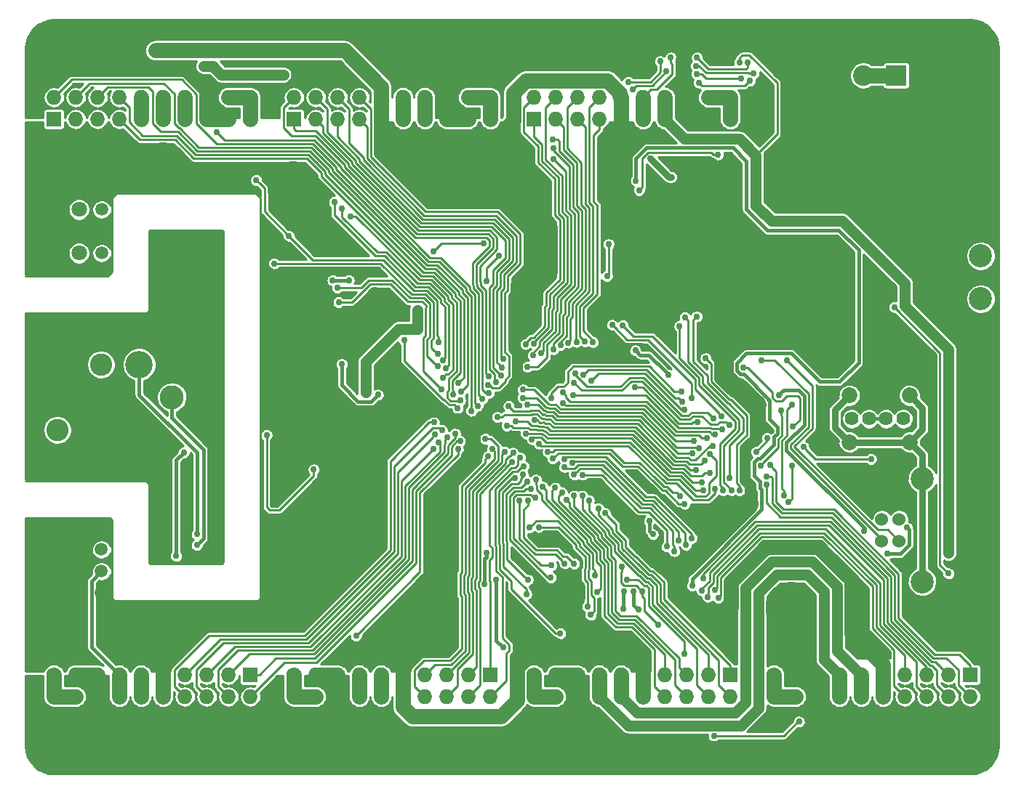
<source format=gbr>
G04 #@! TF.FileFunction,Copper,L2,Bot,Signal*
%FSLAX46Y46*%
G04 Gerber Fmt 4.6, Leading zero omitted, Abs format (unit mm)*
G04 Created by KiCad (PCBNEW 4.0.0-rc2-1-stable) date Tuesday, December 29, 2015 'PMt' 08:30:19 PM*
%MOMM*%
G01*
G04 APERTURE LIST*
%ADD10C,0.100000*%
%ADD11C,1.800000*%
%ADD12C,1.500000*%
%ADD13C,4.500000*%
%ADD14C,6.000000*%
%ADD15C,1.524000*%
%ADD16C,2.700020*%
%ADD17C,2.800000*%
%ADD18C,2.600000*%
%ADD19C,3.200000*%
%ADD20C,2.400000*%
%ADD21R,2.400000X2.400000*%
%ADD22C,2.700000*%
%ADD23C,1.620000*%
%ADD24C,1.850000*%
%ADD25C,1.727200*%
%ADD26O,1.727200X1.727200*%
%ADD27R,1.727200X1.727200*%
%ADD28C,0.762000*%
%ADD29C,0.762000*%
%ADD30C,1.270000*%
%ADD31C,0.228600*%
%ADD32C,0.381000*%
%ADD33C,1.778000*%
%ADD34C,2.286000*%
%ADD35C,3.810000*%
%ADD36C,2.032000*%
%ADD37C,0.254000*%
G04 APERTURE END LIST*
D10*
D11*
X91838560Y-69596000D03*
X91838560Y-64516000D03*
D12*
X94468560Y-69596000D03*
X94468560Y-64516000D03*
X94468560Y-67056000D03*
D13*
X90622000Y-110490000D03*
D12*
X94432000Y-109220000D03*
X94432000Y-104140000D03*
X94432000Y-106680000D03*
D13*
X90622000Y-102870000D03*
D14*
X101600000Y-59690000D03*
X101600000Y-113030000D03*
X193040000Y-113030000D03*
X193040000Y-59690000D03*
X116747000Y-61860000D03*
X174747000Y-110860000D03*
X116747000Y-110860000D03*
D15*
X185286560Y-103158180D03*
X185286560Y-100618180D03*
X187285540Y-100618180D03*
X187285540Y-103158180D03*
D16*
X189985560Y-107887660D03*
X189985560Y-95888700D03*
D17*
X92468560Y-94638180D03*
X102638560Y-86388180D03*
D18*
X89298560Y-90198180D03*
X94378560Y-82578180D03*
D19*
X98823560Y-82578180D03*
X98188560Y-90198180D03*
D20*
X179324000Y-48895000D03*
X175514000Y-48895000D03*
X183134000Y-48895000D03*
D21*
X186944000Y-48895000D03*
D22*
X196796560Y-74918180D03*
X196796560Y-69918180D03*
D23*
X187786560Y-88900000D03*
X185786560Y-88900000D03*
X183786560Y-88900000D03*
D24*
X188516560Y-91620000D03*
D23*
X181786560Y-88900000D03*
D24*
X181516560Y-91620000D03*
X188516560Y-86180000D03*
X181516560Y-86180000D03*
D25*
X167640000Y-53975000D03*
D26*
X167640000Y-51435000D03*
X165100000Y-53975000D03*
X165100000Y-51435000D03*
X162560000Y-53975000D03*
X162560000Y-51435000D03*
X160020000Y-53975000D03*
X160020000Y-51435000D03*
X157480000Y-53975000D03*
X157480000Y-51435000D03*
X154940000Y-53975000D03*
X154940000Y-51435000D03*
X152400000Y-53975000D03*
X152400000Y-51435000D03*
X149860000Y-53975000D03*
X149860000Y-51435000D03*
X147320000Y-53975000D03*
X147320000Y-51435000D03*
D27*
X144780000Y-53975000D03*
D26*
X144780000Y-51435000D03*
D25*
X139700000Y-53975000D03*
D26*
X139700000Y-51435000D03*
X137160000Y-53975000D03*
X137160000Y-51435000D03*
X134620000Y-53975000D03*
X134620000Y-51435000D03*
X132080000Y-53975000D03*
X132080000Y-51435000D03*
X129540000Y-53975000D03*
X129540000Y-51435000D03*
X127000000Y-53975000D03*
X127000000Y-51435000D03*
X124460000Y-53975000D03*
X124460000Y-51435000D03*
X121920000Y-53975000D03*
X121920000Y-51435000D03*
X119380000Y-53975000D03*
X119380000Y-51435000D03*
D27*
X116840000Y-53975000D03*
D26*
X116840000Y-51435000D03*
D25*
X111760000Y-53975000D03*
D26*
X111760000Y-51435000D03*
X109220000Y-53975000D03*
X109220000Y-51435000D03*
X106680000Y-53975000D03*
X106680000Y-51435000D03*
X104140000Y-53975000D03*
X104140000Y-51435000D03*
X101600000Y-53975000D03*
X101600000Y-51435000D03*
X99060000Y-53975000D03*
X99060000Y-51435000D03*
X96520000Y-53975000D03*
X96520000Y-51435000D03*
X93980000Y-53975000D03*
X93980000Y-51435000D03*
X91440000Y-53975000D03*
X91440000Y-51435000D03*
D27*
X88900000Y-53975000D03*
D26*
X88900000Y-51435000D03*
D25*
X88900000Y-118745000D03*
D26*
X88900000Y-121285000D03*
X91440000Y-118745000D03*
X91440000Y-121285000D03*
X93980000Y-118745000D03*
X93980000Y-121285000D03*
X96520000Y-118745000D03*
X96520000Y-121285000D03*
X99060000Y-118745000D03*
X99060000Y-121285000D03*
X101600000Y-118745000D03*
X101600000Y-121285000D03*
X104140000Y-118745000D03*
X104140000Y-121285000D03*
X106680000Y-118745000D03*
X106680000Y-121285000D03*
X109220000Y-118745000D03*
X109220000Y-121285000D03*
D27*
X111760000Y-118745000D03*
D26*
X111760000Y-121285000D03*
D25*
X116840000Y-118745000D03*
D26*
X116840000Y-121285000D03*
X119380000Y-118745000D03*
X119380000Y-121285000D03*
X121920000Y-118745000D03*
X121920000Y-121285000D03*
X124460000Y-118745000D03*
X124460000Y-121285000D03*
X127000000Y-118745000D03*
X127000000Y-121285000D03*
X129540000Y-118745000D03*
X129540000Y-121285000D03*
X132080000Y-118745000D03*
X132080000Y-121285000D03*
X134620000Y-118745000D03*
X134620000Y-121285000D03*
X137160000Y-118745000D03*
X137160000Y-121285000D03*
D27*
X139700000Y-118745000D03*
D26*
X139700000Y-121285000D03*
D25*
X144780000Y-118745000D03*
D26*
X144780000Y-121285000D03*
X147320000Y-118745000D03*
X147320000Y-121285000D03*
X149860000Y-118745000D03*
X149860000Y-121285000D03*
X152400000Y-118745000D03*
X152400000Y-121285000D03*
X154940000Y-118745000D03*
X154940000Y-121285000D03*
X157480000Y-118745000D03*
X157480000Y-121285000D03*
X160020000Y-118745000D03*
X160020000Y-121285000D03*
X162560000Y-118745000D03*
X162560000Y-121285000D03*
X165100000Y-118745000D03*
X165100000Y-121285000D03*
D27*
X167640000Y-118745000D03*
D26*
X167640000Y-121285000D03*
D25*
X172720000Y-118745000D03*
D26*
X172720000Y-121285000D03*
X175260000Y-118745000D03*
X175260000Y-121285000D03*
X177800000Y-118745000D03*
X177800000Y-121285000D03*
X180340000Y-118745000D03*
X180340000Y-121285000D03*
X182880000Y-118745000D03*
X182880000Y-121285000D03*
X185420000Y-118745000D03*
X185420000Y-121285000D03*
X187960000Y-118745000D03*
X187960000Y-121285000D03*
X190500000Y-118745000D03*
X190500000Y-121285000D03*
X193040000Y-118745000D03*
X193040000Y-121285000D03*
D27*
X195580000Y-118745000D03*
D26*
X195580000Y-121285000D03*
D14*
X174747000Y-61860000D03*
D28*
X114300000Y-48793400D03*
X115620800Y-48793400D03*
X163761146Y-46809020D03*
X160722893Y-46809020D03*
X160444383Y-83775968D03*
X156588460Y-80937100D03*
X139039600Y-108204000D03*
X139244032Y-104495582D03*
X107416600Y-47828200D03*
X106324400Y-47828200D03*
X126619000Y-86106000D03*
X169695157Y-47362020D03*
X122428000Y-82550000D03*
X171963831Y-91146228D03*
X170650113Y-92743233D03*
X174805340Y-87271860D03*
X173916340Y-97797620D03*
X173282039Y-86143012D03*
X183240019Y-102004161D03*
X156404718Y-109038421D03*
X176168032Y-92202009D03*
X156947601Y-111159237D03*
X184023000Y-93599000D03*
X155253821Y-109028698D03*
X155164965Y-111077835D03*
X133559288Y-81347906D03*
X114554000Y-70789800D03*
X133664596Y-79957285D03*
X112458498Y-61087000D03*
X116255800Y-67573520D03*
X104013000Y-92837000D03*
X103124002Y-104902000D03*
X131190996Y-77406500D03*
X131191000Y-78422500D03*
X131191000Y-76263494D03*
X168733159Y-47367091D03*
X193040000Y-103377998D03*
X193040000Y-104521000D03*
X125222000Y-85852000D03*
X125222000Y-84836000D03*
X125222000Y-83820000D03*
X140399813Y-107666873D03*
X129717800Y-79756000D03*
X135914146Y-87649438D03*
X141224000Y-115570000D03*
X163216829Y-108360949D03*
X156664020Y-61163043D03*
X153289000Y-72263000D03*
X139313835Y-72873291D03*
X140728212Y-69895311D03*
X153479330Y-68558458D03*
X157016381Y-62272785D03*
X166215478Y-58092980D03*
X138259597Y-87390131D03*
X107899200Y-55473600D03*
X135935901Y-92451337D03*
X124079000Y-114173000D03*
X144790872Y-80122752D03*
X143831712Y-80201711D03*
X147874280Y-80323674D03*
X144689110Y-81518527D03*
X149748728Y-79949988D03*
X148789814Y-80027128D03*
X151667638Y-79980068D03*
X150709256Y-79896580D03*
X139530360Y-85921350D03*
X138793220Y-86568280D03*
X139527921Y-83973336D03*
X140377304Y-84613119D03*
X140969314Y-83854837D03*
X141077233Y-82898897D03*
X141179874Y-81942381D03*
X139480257Y-84960644D03*
X134215716Y-82052780D03*
X121539000Y-63627000D03*
X137495115Y-87975781D03*
X134519444Y-82991996D03*
X122428000Y-64389000D03*
X136269545Y-85741987D03*
X134163342Y-84104204D03*
X123444000Y-65297069D03*
X135971189Y-84735685D03*
X136199880Y-86715598D03*
X135373024Y-86090865D03*
X135615680Y-90652600D03*
X136187886Y-91522914D03*
X134709682Y-91029987D03*
X133722499Y-91642243D03*
X133130833Y-92403794D03*
X133281420Y-90743144D03*
X134083559Y-90212070D03*
X133146342Y-89297453D03*
X143164935Y-93412575D03*
X143606423Y-94407435D03*
X142364253Y-92879308D03*
X142229124Y-93938235D03*
X139127907Y-91232116D03*
X141396718Y-92720160D03*
X139920746Y-92436623D03*
X139469574Y-93286276D03*
X153046963Y-99897548D03*
X152274243Y-99324512D03*
X151196522Y-98421247D03*
X150413804Y-97861944D03*
X149451797Y-97859020D03*
X148555284Y-98313626D03*
X148038501Y-97502206D03*
X147264339Y-96931119D03*
X172261053Y-94318224D03*
X164357582Y-96273870D03*
X141612998Y-89700421D03*
X171847939Y-95632361D03*
X164462276Y-97230168D03*
X143846323Y-90644369D03*
X171847910Y-96594364D03*
X165856151Y-97074704D03*
X145376741Y-91810686D03*
X161130674Y-104329268D03*
X164525859Y-107478042D03*
X149473258Y-95417584D03*
X160230379Y-103797153D03*
X150435190Y-95429923D03*
X164337999Y-108915199D03*
X161645600Y-103124000D03*
X148334206Y-94561446D03*
X164998400Y-109651800D03*
X162502550Y-103634309D03*
X165819346Y-108845066D03*
X149225025Y-94026754D03*
X163139747Y-102836628D03*
X148360102Y-93599740D03*
X166247955Y-109804200D03*
X133073197Y-69423251D03*
X138947002Y-68465597D03*
X168730163Y-97264288D03*
X164782508Y-81851500D03*
X169164000Y-82930998D03*
X174959640Y-89789160D03*
X174447199Y-98602801D03*
X174856004Y-94360564D03*
X163405909Y-91526321D03*
X143505070Y-85506417D03*
X163681560Y-94876498D03*
X144868755Y-89048277D03*
X186733180Y-75874880D03*
X158624667Y-102363667D03*
X158203470Y-100818978D03*
X155651198Y-107619800D03*
X162337026Y-98819695D03*
X146969481Y-93547630D03*
X193040000Y-106934000D03*
X175641000Y-124206000D03*
X165735000Y-125857000D03*
X162306000Y-116332000D03*
X161809771Y-97905984D03*
X146427105Y-92747228D03*
X154981185Y-106144625D03*
X157366698Y-109030585D03*
X159251527Y-112865388D03*
X144297400Y-101574600D03*
X151384000Y-111760000D03*
X145338800Y-101523800D03*
X151040602Y-110802567D03*
X142602278Y-95762306D03*
X147863795Y-113906348D03*
X165245130Y-95243154D03*
X171177285Y-94328813D03*
X142661640Y-89202260D03*
X173535942Y-87962245D03*
X164668200Y-93771720D03*
X140533120Y-88706960D03*
X165303200Y-93032580D03*
X144563914Y-91296120D03*
X165594019Y-92085780D03*
X141853814Y-87409128D03*
X164917120Y-91119960D03*
X148187968Y-87051286D03*
X165898076Y-90702723D03*
X148130908Y-85822762D03*
X166678657Y-90116672D03*
X149374860Y-86182200D03*
X167527734Y-89664418D03*
X149425660Y-84691220D03*
X166646578Y-88564267D03*
X155129929Y-77987520D03*
X165715126Y-88876654D03*
X149589794Y-83605540D03*
X162344528Y-87856830D03*
X151493025Y-84451767D03*
X162011360Y-86890860D03*
X150548440Y-83766061D03*
X153922048Y-77979952D03*
X163138184Y-86470621D03*
X161938207Y-85722342D03*
X146778980Y-86469220D03*
X163822652Y-89278478D03*
X156585920Y-85205486D03*
X164011638Y-92318883D03*
X143499414Y-86468412D03*
X163253672Y-92917819D03*
X144006078Y-87292957D03*
X134033668Y-85494825D03*
X122047000Y-75311000D03*
X133569507Y-82766186D03*
X121892352Y-73633678D03*
X148361418Y-105752916D03*
X143103690Y-98439085D03*
X149474301Y-105800520D03*
X144065673Y-98445247D03*
X151876120Y-107131920D03*
X145018760Y-96012000D03*
X145813912Y-96856536D03*
X152159837Y-109096791D03*
X143908401Y-109320871D03*
X143483776Y-95372511D03*
X144080560Y-107686480D03*
X143985601Y-96196531D03*
X146763856Y-107401223D03*
X144420893Y-97054958D03*
X146838912Y-105998842D03*
X144947289Y-98060234D03*
X160207320Y-48354295D03*
X156263980Y-50531803D03*
X163741042Y-48720658D03*
X147038715Y-80800432D03*
X168939959Y-49242900D03*
X146990594Y-56371935D03*
X147084312Y-58655688D03*
X155793519Y-49624285D03*
X163642581Y-47763698D03*
X145646140Y-81259680D03*
X159512000Y-47244000D03*
X170369134Y-48665447D03*
X144030659Y-82828676D03*
X169900600Y-49530000D03*
X163967937Y-49725494D03*
X147066000Y-57330987D03*
X102743012Y-45974000D03*
X172347224Y-90263906D03*
X147993100Y-84383880D03*
X123571000Y-87452200D03*
X157124400Y-95681800D03*
X148564600Y-104012998D03*
X133807199Y-102920800D03*
X159742782Y-97965318D03*
X142938500Y-73342500D03*
X143954500Y-73342498D03*
X145097500Y-77152504D03*
X166065200Y-102092120D03*
X167798698Y-84085090D03*
X167005000Y-100203000D03*
X128714500Y-88392000D03*
X154254789Y-82014489D03*
X157861000Y-80708500D03*
X157607000Y-78232000D03*
X160020000Y-79057500D03*
X128406520Y-81661000D03*
X132715000Y-104972501D03*
X134874000Y-103505000D03*
X132333999Y-99187001D03*
X106603800Y-45974006D03*
X183134000Y-109855000D03*
X144237042Y-68456355D03*
X149827642Y-108467518D03*
X148577642Y-108467518D03*
X149827642Y-109717518D03*
X148577642Y-109717518D03*
X171184410Y-80254567D03*
X179578000Y-81915010D03*
X179578000Y-82931000D03*
X171196000Y-79298794D03*
X172847000Y-69342000D03*
X145288000Y-68452994D03*
X179705000Y-74803000D03*
X179705000Y-72517000D03*
X179705000Y-73660000D03*
X114487320Y-94107000D03*
X114360320Y-98806000D03*
X100711000Y-45974000D03*
X101726996Y-45974000D03*
X118237000Y-88772994D03*
X116967000Y-88138004D03*
X116967000Y-86994994D03*
X115824006Y-86995000D03*
X115824000Y-88138004D03*
X168909990Y-77256640D03*
X168910000Y-75224640D03*
X126238010Y-74381360D03*
X126238000Y-76413360D03*
X134874000Y-115529360D03*
X134874000Y-113538000D03*
X127762000Y-112776000D03*
X127762000Y-114767360D03*
X130556000Y-60960000D03*
X130556000Y-58968640D03*
X140462000Y-61173360D03*
X140462010Y-59141360D03*
X140462000Y-60157360D03*
X130556000Y-59984640D03*
X126238000Y-75397360D03*
X134874000Y-114513360D03*
X127762000Y-113751360D03*
X168910000Y-76240640D03*
X162814000Y-64262000D03*
X163417000Y-62992000D03*
X164592000Y-62992000D03*
X164592000Y-61817000D03*
X163417000Y-61817000D03*
X114427000Y-82677000D03*
X114427000Y-80899000D03*
X114427000Y-81788000D03*
X194056000Y-75946000D03*
X194046560Y-74930000D03*
X194056000Y-73914000D03*
X194046560Y-70866000D03*
X194046560Y-69850000D03*
X194046560Y-68834000D03*
X123241510Y-72751931D03*
X121348500Y-72751931D03*
X160815462Y-60711064D03*
X158345875Y-58570121D03*
X119151400Y-94818200D03*
X113665000Y-90805000D03*
X171303257Y-82051520D03*
X185928000Y-104648000D03*
X188214000Y-101600000D03*
X174244001Y-82105500D03*
X105536990Y-103632000D03*
X105537002Y-102362000D03*
X100837990Y-97282000D03*
X101473000Y-69215000D03*
X100584000Y-69215000D03*
X108204000Y-97917000D03*
X105537000Y-104902000D03*
X108204000Y-92456000D03*
X107061000Y-82677000D03*
X107061000Y-80899000D03*
X107061000Y-81788000D03*
X167560402Y-95839540D03*
X163738491Y-76966887D03*
X166806745Y-97230168D03*
X161743142Y-78119143D03*
X167768756Y-97230158D03*
X162347869Y-77069948D03*
D29*
X188516560Y-86180000D02*
X189992000Y-87655440D01*
X189992000Y-87655440D02*
X189992000Y-90144560D01*
X189992000Y-90144560D02*
X188516560Y-91620000D01*
X181516560Y-91620000D02*
X179832000Y-89935440D01*
X179832000Y-89935440D02*
X179832000Y-87864560D01*
X179832000Y-87864560D02*
X180591561Y-87104999D01*
X180591561Y-87104999D02*
X181516560Y-86180000D01*
X181516560Y-91620000D02*
X188516560Y-91620000D01*
X189985560Y-95888700D02*
X189985560Y-107887660D01*
X189985560Y-95888700D02*
X189985560Y-93089000D01*
X189985560Y-93089000D02*
X188516560Y-91620000D01*
D30*
X108381800Y-48793400D02*
X115620800Y-48793400D01*
X106375199Y-47828200D02*
X106349799Y-47802800D01*
X107416600Y-47828200D02*
X106375199Y-47828200D01*
D31*
X157480000Y-51435000D02*
X158369000Y-50546000D01*
X158369000Y-50546000D02*
X159044663Y-50546000D01*
X159044663Y-50546000D02*
X160902622Y-48688041D01*
X160902622Y-48688041D02*
X160902622Y-47527564D01*
X160902622Y-47527564D02*
X160722893Y-47347835D01*
X160722893Y-47347835D02*
X160722893Y-46809020D01*
X164142145Y-47190019D02*
X163761146Y-46809020D01*
X169477004Y-48118988D02*
X165071114Y-48118988D01*
X169695157Y-47900835D02*
X169477004Y-48118988D01*
X169695157Y-47362020D02*
X169695157Y-47900835D01*
X165071114Y-48118988D02*
X164142145Y-47190019D01*
D32*
X156588460Y-80937100D02*
X157132020Y-81480660D01*
X158149075Y-81480660D02*
X160063384Y-83394969D01*
X160063384Y-83394969D02*
X160444383Y-83775968D01*
X157132020Y-81480660D02*
X158149075Y-81480660D01*
X122428000Y-82550000D02*
X122428000Y-84989576D01*
X122428000Y-84989576D02*
X124315934Y-86877510D01*
X124315934Y-86877510D02*
X125847490Y-86877510D01*
X125847490Y-86877510D02*
X126238001Y-86486999D01*
X126238001Y-86486999D02*
X126619000Y-86106000D01*
X139039600Y-105238829D02*
X139039600Y-108204000D01*
X139244032Y-105034397D02*
X139039600Y-105238829D01*
X139244032Y-104495582D02*
X139244032Y-105034397D01*
D30*
X177196699Y-105554988D02*
X180052012Y-108410301D01*
X156825988Y-123170988D02*
X168267942Y-123170988D01*
X169441988Y-121996942D02*
X169441988Y-108589254D01*
X154940000Y-121285000D02*
X156825988Y-123170988D01*
X180052012Y-108410301D02*
X180052012Y-115917012D01*
X168267942Y-123170988D02*
X169441988Y-121996942D01*
X180052012Y-115917012D02*
X182016401Y-117881401D01*
X172476254Y-105554988D02*
X177196699Y-105554988D01*
X169441988Y-108589254D02*
X172476254Y-105554988D01*
X182016401Y-117881401D02*
X182880000Y-118745000D01*
X107797599Y-48209199D02*
X107416600Y-47828200D01*
X108381800Y-48793400D02*
X107797599Y-48209199D01*
D33*
X101600000Y-51435000D02*
X101600000Y-53975000D01*
X129540000Y-51435000D02*
X129540000Y-53975000D01*
X157480000Y-51435000D02*
X157480000Y-53975000D01*
X182880000Y-118745000D02*
X182880000Y-121285000D01*
X154940000Y-118745000D02*
X154940000Y-121285000D01*
X127000000Y-118745000D02*
X127000000Y-121285000D01*
X99060000Y-118745000D02*
X99060000Y-121285000D01*
D31*
X170650113Y-92743233D02*
X171963831Y-91429515D01*
X171963831Y-91429515D02*
X171963831Y-91146228D01*
X173690101Y-91401331D02*
X174233841Y-90857591D01*
X173690101Y-97032566D02*
X173690101Y-91401331D01*
X174233841Y-90857591D02*
X174233841Y-87843359D01*
X173916340Y-97797620D02*
X173916340Y-97258805D01*
X173916340Y-97258805D02*
X173690101Y-97032566D01*
X174424341Y-87652859D02*
X174805340Y-87271860D01*
X174233841Y-87843359D02*
X174424341Y-87652859D01*
D32*
X183240019Y-102004161D02*
X183261000Y-101983180D01*
X183261000Y-101983180D02*
X183261000Y-101644072D01*
X183261000Y-101644072D02*
X174194911Y-92577983D01*
X174194911Y-92577983D02*
X174194911Y-91665712D01*
X174194911Y-91665712D02*
X176244278Y-89616346D01*
X176244278Y-89616346D02*
X176244278Y-86208380D01*
X176244278Y-86208380D02*
X175561545Y-85525647D01*
X175561545Y-85525647D02*
X173899404Y-85525647D01*
X173899404Y-85525647D02*
X173663038Y-85762013D01*
X173663038Y-85762013D02*
X173282039Y-86143012D01*
X156404718Y-109577236D02*
X156404718Y-109038421D01*
X156404718Y-110616354D02*
X156404718Y-109577236D01*
X156947601Y-111159237D02*
X156404718Y-110616354D01*
D31*
X184023000Y-93599000D02*
X177565023Y-93599000D01*
X176549031Y-92583008D02*
X176168032Y-92202009D01*
X177565023Y-93599000D02*
X176549031Y-92583008D01*
D32*
X155164965Y-111077835D02*
X155164965Y-109117554D01*
X155164965Y-109117554D02*
X155253821Y-109028698D01*
D31*
X130551411Y-74404674D02*
X132131968Y-74404674D01*
X133064222Y-75336928D02*
X133064222Y-79513765D01*
X132847081Y-80635699D02*
X133178289Y-80966907D01*
X133064222Y-79513765D02*
X132847081Y-79730906D01*
X126936537Y-70789800D02*
X130551411Y-74404674D01*
X132847081Y-79730906D02*
X132847081Y-80635699D01*
X132131968Y-74404674D02*
X133064222Y-75336928D01*
X114554000Y-70789800D02*
X126936537Y-70789800D01*
X133178289Y-80966907D02*
X133559288Y-81347906D01*
X133664596Y-79418470D02*
X133664596Y-79957285D01*
X132309504Y-73976063D02*
X133492833Y-75159392D01*
X130825529Y-73976063D02*
X132309504Y-73976063D01*
X127210655Y-70361189D02*
X130825529Y-73976063D01*
X133492833Y-79246707D02*
X133664596Y-79418470D01*
X119043469Y-70361189D02*
X127210655Y-70361189D01*
X116255800Y-67573520D02*
X119043469Y-70361189D01*
X133492833Y-75159392D02*
X133492833Y-79246707D01*
X112839497Y-61467999D02*
X112458498Y-61087000D01*
X113432699Y-62061201D02*
X112839497Y-61467999D01*
X116255800Y-67573520D02*
X113432699Y-64750419D01*
X113432699Y-64750419D02*
X113432699Y-62061201D01*
D32*
X104013000Y-92837000D02*
X103124002Y-93725998D01*
X103124002Y-93725998D02*
X103124002Y-104363185D01*
X103124002Y-104363185D02*
X103124002Y-104902000D01*
D30*
X187949182Y-75748354D02*
X193040000Y-80839172D01*
X193040000Y-103982185D02*
X193040000Y-104521000D01*
X193040000Y-80839172D02*
X193040000Y-103982185D01*
X187949182Y-73072483D02*
X187949182Y-75748354D01*
X180716688Y-65839989D02*
X187949182Y-73072483D01*
X172461687Y-65839989D02*
X180716688Y-65839989D01*
X170634011Y-64012313D02*
X172461687Y-65839989D01*
X170634011Y-58170312D02*
X170634011Y-64012313D01*
X178582001Y-109019199D02*
X176587801Y-107024999D01*
X155755999Y-124640999D02*
X153263599Y-122148599D01*
X153263599Y-122148599D02*
X152400000Y-121285000D01*
X180340000Y-118745000D02*
X178582001Y-116987001D01*
X178582001Y-116987001D02*
X178582001Y-109019199D01*
X176587801Y-107024999D02*
X173085155Y-107024999D01*
X173085155Y-107024999D02*
X170911999Y-109198155D01*
X170911999Y-122605840D02*
X168876840Y-124640999D01*
X170911999Y-109198155D02*
X170911999Y-122605840D01*
X168876840Y-124640999D02*
X155755999Y-124640999D01*
X131191000Y-76263500D02*
X131191000Y-78422500D01*
X130652185Y-78422500D02*
X131191000Y-78422500D01*
X129048418Y-78422500D02*
X130652185Y-78422500D01*
X125222000Y-82248918D02*
X129048418Y-78422500D01*
X125222000Y-83820000D02*
X125222000Y-82248918D01*
D31*
X168733159Y-46828276D02*
X168733159Y-47367091D01*
X173101000Y-49777306D02*
X169879563Y-46555869D01*
X169879563Y-46555869D02*
X169005566Y-46555869D01*
X170634011Y-58170312D02*
X173101000Y-55703323D01*
X169005566Y-46555869D02*
X168733159Y-46828276D01*
X173101000Y-55703323D02*
X173101000Y-49777306D01*
D30*
X162340968Y-56295968D02*
X168759667Y-56295968D01*
X168759667Y-56295968D02*
X170634011Y-58170312D01*
X160020000Y-53975000D02*
X162340968Y-56295968D01*
D32*
X94432000Y-106680000D02*
X93291499Y-107820501D01*
X93291499Y-107820501D02*
X93291499Y-115516499D01*
X93291499Y-115516499D02*
X95656401Y-117881401D01*
X95656401Y-117881401D02*
X96520000Y-118745000D01*
D30*
X193040000Y-104521000D02*
X193040000Y-103377998D01*
X125222000Y-84836000D02*
X125222000Y-85852000D01*
X125222000Y-84836000D02*
X125222000Y-83820000D01*
D33*
X104140000Y-51435000D02*
X104140000Y-53975000D01*
X132080000Y-51435000D02*
X132080000Y-53975000D01*
X160020000Y-51435000D02*
X160020000Y-53975000D01*
X180340000Y-118745000D02*
X180340000Y-121285000D01*
X152400000Y-118745000D02*
X152400000Y-121285000D01*
X124460000Y-118745000D02*
X124460000Y-121285000D01*
X96520000Y-118745000D02*
X96520000Y-121285000D01*
D31*
X135914146Y-87649438D02*
X135533147Y-87268439D01*
X135533147Y-87268439D02*
X134915405Y-87268439D01*
X134168614Y-86624141D02*
X129717800Y-82173327D01*
X134271108Y-86624142D02*
X134168614Y-86624141D01*
X134915405Y-87268439D02*
X134271108Y-86624142D01*
X129717800Y-82173327D02*
X129717800Y-80294815D01*
X129717800Y-80294815D02*
X129717800Y-79756000D01*
D32*
X141224000Y-115570000D02*
X140399813Y-114745813D01*
X140399813Y-108205688D02*
X140399813Y-107666873D01*
X140399813Y-114745813D02*
X140399813Y-108205688D01*
D33*
X88900000Y-121285000D02*
X88900000Y-118745000D01*
X88900000Y-121285000D02*
X91440000Y-121285000D01*
X116840000Y-121285000D02*
X116840000Y-118745000D01*
X116840000Y-121285000D02*
X119380000Y-121285000D01*
X144780000Y-121285000D02*
X144780000Y-118745000D01*
X144780000Y-121285000D02*
X147320000Y-121285000D01*
X172720000Y-121285000D02*
X172720000Y-118745000D01*
X172720000Y-121285000D02*
X175260000Y-121285000D01*
X167640000Y-51435000D02*
X167640000Y-53975000D01*
X167640000Y-51435000D02*
X165100000Y-51435000D01*
X139700000Y-51435000D02*
X139700000Y-53975000D01*
X139700000Y-51435000D02*
X137160000Y-51435000D01*
X111760000Y-51435000D02*
X111760000Y-53975000D01*
X111760000Y-51435000D02*
X109220000Y-51435000D01*
D32*
X156664020Y-61163043D02*
X156664020Y-58554750D01*
X156664020Y-58554750D02*
X157897291Y-57321479D01*
X167963879Y-57321479D02*
X169519600Y-58877200D01*
X157897291Y-57321479D02*
X167963879Y-57321479D01*
X172180222Y-88960286D02*
X173125333Y-89905397D01*
X180340000Y-84582000D02*
X178052822Y-84582000D01*
X178052822Y-84582000D02*
X174750822Y-81280000D01*
X174750822Y-81280000D02*
X169509588Y-81280000D01*
X170396537Y-93964293D02*
X170396537Y-95544171D01*
X169519600Y-58877200D02*
X169519600Y-64516000D01*
X171133320Y-93545010D02*
X170815820Y-93545010D01*
X169519600Y-64516000D02*
X171932600Y-66929000D01*
X172081927Y-86685856D02*
X172180222Y-86784151D01*
X172081927Y-86556751D02*
X172081927Y-86685856D01*
X171932600Y-66929000D02*
X180289200Y-66929000D01*
X180289200Y-66929000D02*
X182600600Y-69240400D01*
X182600600Y-69240400D02*
X182600600Y-82321400D01*
X182600600Y-82321400D02*
X180340000Y-84582000D01*
X169509588Y-81280000D02*
X168392498Y-82397090D01*
X168392498Y-82397090D02*
X168392498Y-83301324D01*
X168793678Y-83702504D02*
X169227680Y-83702504D01*
X168392498Y-83301324D02*
X168793678Y-83702504D01*
X169227680Y-83702504D02*
X172081927Y-86556751D01*
X172180222Y-86784151D02*
X172180222Y-88960286D01*
X172756680Y-90972263D02*
X172756680Y-91921650D01*
X173125333Y-90603610D02*
X172756680Y-90972263D01*
X173125333Y-89905397D02*
X173125333Y-90603610D01*
X172756680Y-91921650D02*
X171133320Y-93545010D01*
X170815820Y-93545010D02*
X170396537Y-93964293D01*
X170396537Y-95544171D02*
X171076409Y-96224043D01*
X171076409Y-96224043D02*
X171076409Y-96964685D01*
X171076409Y-96964685D02*
X171285479Y-97173755D01*
X171285479Y-97173755D02*
X171285479Y-99467411D01*
X171285479Y-99467411D02*
X163216829Y-107536061D01*
X163216829Y-107536061D02*
X163216829Y-107822134D01*
X163216829Y-107822134D02*
X163216829Y-108360949D01*
D31*
X153479330Y-72072670D02*
X153289000Y-72263000D01*
X153479330Y-68558458D02*
X153479330Y-72072670D01*
X139313835Y-71309688D02*
X139313835Y-72334476D01*
X139313835Y-72334476D02*
X139313835Y-72873291D01*
X140728212Y-69895311D02*
X139313835Y-71309688D01*
X165458493Y-57874810D02*
X158057870Y-57874810D01*
X166215478Y-58092980D02*
X165676663Y-58092980D01*
X157397380Y-61891786D02*
X157016381Y-62272785D01*
X157397380Y-58535300D02*
X157397380Y-61891786D01*
X165676663Y-58092980D02*
X165458493Y-57874810D01*
X158057870Y-57874810D02*
X157397380Y-58535300D01*
X119225545Y-56402644D02*
X122351798Y-59528897D01*
X122351798Y-59528897D02*
X122351798Y-59769535D01*
X137350332Y-73899195D02*
X137911313Y-74460176D01*
X137350332Y-73561568D02*
X137350332Y-73899195D01*
X133907316Y-70118552D02*
X137350332Y-73561568D01*
X107899200Y-55473600D02*
X108828244Y-56402644D01*
X137911313Y-74460176D02*
X137911313Y-87041847D01*
X132700815Y-70118552D02*
X133907316Y-70118552D01*
X122351798Y-59769535D02*
X132700815Y-70118552D01*
X108828244Y-56402644D02*
X119225545Y-56402644D01*
X137911313Y-87041847D02*
X138259597Y-87390131D01*
X135935901Y-92990152D02*
X135935901Y-92451337D01*
X124079000Y-114173000D02*
X131511698Y-106740302D01*
X131511698Y-97476562D02*
X135935901Y-93052359D01*
X131511698Y-106740302D02*
X131511698Y-97476562D01*
X135935901Y-93052359D02*
X135935901Y-92990152D01*
X145716611Y-56972464D02*
X145716611Y-58877465D01*
X148240717Y-65562808D02*
X148240717Y-72843030D01*
X148240717Y-72843030D02*
X146665922Y-74417825D01*
X144790872Y-79984654D02*
X144790872Y-80122752D01*
X146467334Y-78308192D02*
X144790872Y-79984654D01*
X146665922Y-75864301D02*
X146467334Y-76062889D01*
X146467334Y-76062889D02*
X146467334Y-78308192D01*
X146665922Y-74417825D02*
X146665922Y-75864301D01*
X147621611Y-64943701D02*
X148240717Y-65562808D01*
X147621611Y-60782464D02*
X147621611Y-64943701D01*
X145716611Y-58877465D02*
X147621611Y-60782464D01*
X144780000Y-56035853D02*
X145716611Y-56972464D01*
X144780000Y-53975000D02*
X144780000Y-56035853D01*
X143602099Y-52612901D02*
X143602099Y-55464099D01*
X143602099Y-55464099D02*
X145288000Y-57150000D01*
X145288000Y-57150000D02*
X145288000Y-59055000D01*
X144780000Y-51435000D02*
X143602099Y-52612901D01*
X147812106Y-65740344D02*
X147812106Y-72665494D01*
X146038723Y-78130656D02*
X144741931Y-79427448D01*
X147193000Y-65121238D02*
X147812106Y-65740344D01*
X146237311Y-75680392D02*
X146038723Y-75878980D01*
X144453948Y-79427448D02*
X143831712Y-80049684D01*
X147812106Y-72665494D02*
X146237311Y-74240289D01*
X146237311Y-74240289D02*
X146237311Y-75680392D01*
X143831712Y-80049684D02*
X143831712Y-80201711D01*
X145288000Y-59055000D02*
X147193000Y-60960000D01*
X147193000Y-60960000D02*
X147193000Y-65121238D01*
X146038723Y-75878980D02*
X146038723Y-78130656D01*
X144741931Y-79427448D02*
X144453948Y-79427448D01*
X148610389Y-77050438D02*
X148610389Y-79195874D01*
X147874280Y-79931983D02*
X147874280Y-80323674D01*
X148808977Y-75305505D02*
X148808977Y-76840728D01*
X148610389Y-79195874D02*
X147874280Y-79931983D01*
X150383772Y-73730710D02*
X148808977Y-75305505D01*
X149764666Y-64056020D02*
X150383772Y-64675128D01*
X149764666Y-59094701D02*
X149764666Y-64056020D01*
X148237523Y-54892523D02*
X148237523Y-57567558D01*
X148237523Y-57567558D02*
X149764666Y-59094701D01*
X150383772Y-64675128D02*
X150383772Y-73730710D01*
X147320000Y-53975000D02*
X148237523Y-54892523D01*
X148611397Y-77038308D02*
X148610389Y-77050438D01*
X148808977Y-76840728D02*
X148611397Y-77038308D01*
X146895945Y-76261678D02*
X146895945Y-78485728D01*
X148669328Y-65385272D02*
X148669328Y-73020566D01*
X145486192Y-80415980D02*
X144689110Y-81213062D01*
X146895945Y-78485728D02*
X145486192Y-79895481D01*
X147094533Y-74595361D02*
X147094533Y-76063090D01*
X148669328Y-73020566D02*
X147094533Y-74595361D01*
X148050222Y-64766164D02*
X148669328Y-65385272D01*
X148050222Y-60604928D02*
X148050222Y-64766164D01*
X146145222Y-58699929D02*
X148050222Y-60604928D01*
X146110301Y-56760007D02*
X146145222Y-56794928D01*
X146110301Y-52644699D02*
X146110301Y-56760007D01*
X147094533Y-76063090D02*
X146895945Y-76261678D01*
X147320000Y-51435000D02*
X146110301Y-52644699D01*
X146145222Y-56794928D02*
X146145222Y-58699929D01*
X145486192Y-79895481D02*
X145486192Y-80415980D01*
X144689110Y-81213062D02*
X144689110Y-81518527D01*
X149860000Y-53975000D02*
X150786908Y-54901908D01*
X151240994Y-64320056D02*
X151240994Y-74085782D01*
X149666199Y-79867459D02*
X149748728Y-79949988D01*
X151240994Y-74085782D02*
X149666199Y-75660575D01*
X150786908Y-54901908D02*
X150786908Y-63865970D01*
X149666199Y-75660575D02*
X149666199Y-79867459D01*
X150786908Y-63865970D02*
X151240994Y-64320056D01*
X149039000Y-79777942D02*
X148789814Y-80027128D01*
X149237588Y-75483040D02*
X149237588Y-77028855D01*
X150812383Y-64497592D02*
X150812383Y-73908246D01*
X149039000Y-77227443D02*
X149039000Y-79777942D01*
X150294988Y-63980195D02*
X150812383Y-64497592D01*
X150294988Y-59018875D02*
X150294988Y-63980195D01*
X148666134Y-57390021D02*
X150294988Y-59018875D01*
X150812383Y-73908246D02*
X149237588Y-75483040D01*
X149860000Y-51435000D02*
X148666134Y-52628866D01*
X148666134Y-52628866D02*
X148666134Y-57390021D01*
X149237588Y-77028855D02*
X149039000Y-77227443D01*
X152400000Y-53975000D02*
X152400000Y-55196314D01*
X152146000Y-64012756D02*
X152146000Y-74393053D01*
X150542434Y-75996619D02*
X150542434Y-78651961D01*
X150542434Y-78651961D02*
X151667638Y-79777165D01*
X151667638Y-79777165D02*
X151667638Y-79980068D01*
X152400000Y-55196314D02*
X151717313Y-55879001D01*
X151717313Y-55879001D02*
X151717313Y-63584069D01*
X151717313Y-63584069D02*
X152146000Y-64012756D01*
X152146000Y-74393053D02*
X150542434Y-75996619D01*
X151669605Y-64142512D02*
X151669605Y-74263312D01*
X151669605Y-74263312D02*
X150113799Y-75819117D01*
X151215519Y-52619481D02*
X151215519Y-63688426D01*
X152400000Y-51435000D02*
X151215519Y-52619481D01*
X150113799Y-75819117D02*
X150113799Y-79301123D01*
X151215519Y-63688426D02*
X151669605Y-64142512D01*
X150328257Y-79515581D02*
X150709256Y-79896580D01*
X150113799Y-79301123D02*
X150328257Y-79515581D01*
X116840000Y-55067200D02*
X117100378Y-55327578D01*
X131136223Y-67341666D02*
X139494151Y-67341666D01*
X138207554Y-73206496D02*
X138207554Y-73544123D01*
X123209020Y-59154901D02*
X123209020Y-59414463D01*
X139175336Y-85921350D02*
X139530360Y-85921350D01*
X138074514Y-73073456D02*
X138207554Y-73206496D01*
X140070933Y-67918448D02*
X140070933Y-68956692D01*
X138207554Y-73544123D02*
X138768535Y-74105104D01*
X119381697Y-55327578D02*
X123209020Y-59154901D01*
X138074514Y-70953111D02*
X138074514Y-73073456D01*
X139494151Y-67341666D02*
X140070933Y-67918448D01*
X116840000Y-53975000D02*
X116840000Y-55067200D01*
X138768535Y-85514549D02*
X139175336Y-85921350D01*
X140070933Y-68956692D02*
X138074514Y-70953111D01*
X138768535Y-74105104D02*
X138768535Y-85514549D01*
X123209020Y-59414463D02*
X131136223Y-67341666D01*
X117100378Y-55327578D02*
X119381697Y-55327578D01*
X115662099Y-52612901D02*
X115662099Y-54984953D01*
X139642322Y-68111664D02*
X139642322Y-68779156D01*
X138412221Y-86187281D02*
X138793220Y-86568280D01*
X137778943Y-73384032D02*
X137778943Y-73721659D01*
X137645903Y-73250992D02*
X137778943Y-73384032D01*
X137645903Y-70775575D02*
X137645903Y-73250992D01*
X139642322Y-68779156D02*
X137645903Y-70775575D01*
X119356561Y-55908589D02*
X122780409Y-59332437D01*
X122780409Y-59591999D02*
X130958687Y-67770277D01*
X130958687Y-67770277D02*
X139300935Y-67770277D01*
X116585735Y-55908589D02*
X119356561Y-55908589D01*
X115662099Y-54984953D02*
X116585735Y-55908589D01*
X139300935Y-67770277D02*
X139642322Y-68111664D01*
X137778943Y-73721659D02*
X138339924Y-74282640D01*
X122780409Y-59332437D02*
X122780409Y-59591999D01*
X116840000Y-51435000D02*
X115662099Y-52612901D01*
X138339924Y-74282640D02*
X138339924Y-86114984D01*
X138339924Y-86114984D02*
X138412221Y-86187281D01*
X140499544Y-69134228D02*
X138503125Y-71130647D01*
X139197146Y-73927568D02*
X139197146Y-83642561D01*
X138636165Y-73028960D02*
X138636165Y-73366587D01*
X140499544Y-67740912D02*
X140499544Y-69134228D01*
X138503125Y-72895920D02*
X138636165Y-73028960D01*
X138636165Y-73366587D02*
X139197146Y-73927568D01*
X139671687Y-66913055D02*
X140499544Y-67740912D01*
X123637631Y-59236927D02*
X131313759Y-66913055D01*
X131313759Y-66913055D02*
X139671687Y-66913055D01*
X119380000Y-53975000D02*
X120243599Y-54838599D01*
X120243599Y-55583333D02*
X123637631Y-58977365D01*
X139197146Y-83642561D02*
X139527921Y-83973336D01*
X123637631Y-58977365D02*
X123637631Y-59236927D01*
X138503125Y-71130647D02*
X138503125Y-72895920D01*
X120243599Y-54838599D02*
X120243599Y-55583333D01*
X119380000Y-51435000D02*
X120738844Y-52793844D01*
X120738844Y-52793844D02*
X120738844Y-55472431D01*
X120738844Y-55472431D02*
X124066242Y-58799829D01*
X131491295Y-66484444D02*
X139849223Y-66484444D01*
X124066242Y-59059391D02*
X131491295Y-66484444D01*
X140243487Y-83705573D02*
X140243487Y-84479302D01*
X141465336Y-70141500D02*
X140009137Y-71597699D01*
X139626225Y-73589716D02*
X139626225Y-83088312D01*
X140009137Y-73206804D02*
X139626225Y-73589716D01*
X140009137Y-71597699D02*
X140009137Y-73206804D01*
X141465339Y-68100560D02*
X141465336Y-70141500D01*
X124066242Y-58799829D02*
X124066242Y-59059391D01*
X139849223Y-66484444D02*
X141465339Y-68100560D01*
X139626225Y-83088312D02*
X140243487Y-83705573D01*
X140243487Y-84479302D02*
X140377304Y-84613119D01*
X140026759Y-66055833D02*
X141893950Y-67923024D01*
X140437748Y-71775234D02*
X140437748Y-73384573D01*
X124494853Y-58881855D02*
X131668831Y-66055833D01*
X140969314Y-83825254D02*
X140969314Y-83854837D01*
X124494853Y-58622293D02*
X124494853Y-58881855D01*
X141893950Y-67923024D02*
X141893950Y-69732209D01*
X140054836Y-82910776D02*
X140969314Y-83825254D01*
X141893945Y-70319037D02*
X140437748Y-71775234D01*
X141893950Y-69732209D02*
X141893945Y-70319037D01*
X121920000Y-53975000D02*
X121920000Y-56047440D01*
X131668831Y-66055833D02*
X140026759Y-66055833D01*
X140054836Y-73767485D02*
X140054836Y-82910776D01*
X121920000Y-56047440D02*
X124494853Y-58622293D01*
X140437748Y-73384573D02*
X140054836Y-73767485D01*
X121920000Y-51435000D02*
X123272466Y-52787466D01*
X123272466Y-52787466D02*
X123272466Y-56793759D01*
X131846367Y-65627222D02*
X140204718Y-65627222D01*
X142322554Y-70496575D02*
X140866359Y-71952770D01*
X140483447Y-73945020D02*
X140483447Y-82305111D01*
X140866359Y-73562109D02*
X140483447Y-73945020D01*
X142322561Y-69554677D02*
X142322554Y-70496575D01*
X140696234Y-82517898D02*
X141077233Y-82898897D01*
X140204718Y-65627222D02*
X142322561Y-67745065D01*
X124923464Y-58704319D02*
X131846367Y-65627222D01*
X124923464Y-58444757D02*
X124923464Y-58704319D01*
X142322561Y-67745065D02*
X142322561Y-69554677D01*
X140483447Y-82305111D02*
X140696234Y-82517898D01*
X123272466Y-56793759D02*
X124923464Y-58444757D01*
X140866359Y-71952770D02*
X140866359Y-73562109D01*
X140979814Y-81742321D02*
X141179874Y-81942381D01*
X125352075Y-54867075D02*
X125352075Y-58526783D01*
X140382254Y-65198611D02*
X142751172Y-67567529D01*
X140979814Y-74054800D02*
X140979814Y-81742321D01*
X124460000Y-53975000D02*
X125352075Y-54867075D01*
X141294970Y-72130305D02*
X141294969Y-73739647D01*
X142751172Y-67567529D02*
X142751172Y-69377145D01*
X132023903Y-65198611D02*
X140382254Y-65198611D01*
X125352075Y-58526783D02*
X132023903Y-65198611D01*
X142562857Y-70862418D02*
X141294970Y-72130305D01*
X141294969Y-73739647D02*
X140979814Y-74054800D01*
X142751162Y-70674116D02*
X142562857Y-70862418D01*
X142751172Y-69377145D02*
X142751162Y-70674116D01*
X139587679Y-84960644D02*
X139480257Y-84960644D01*
X139935474Y-85308439D02*
X139587679Y-84960644D01*
X141489468Y-84511087D02*
X140692116Y-85308439D01*
X141489468Y-84316302D02*
X141489468Y-84511087D01*
X142865928Y-71165494D02*
X141723580Y-72307842D01*
X141875194Y-82280878D02*
X141860663Y-82295409D01*
X141408425Y-81146619D02*
X141875194Y-81613388D01*
X143179770Y-70851657D02*
X142865928Y-71165494D01*
X141408425Y-74232335D02*
X141408425Y-81146619D01*
X140559790Y-64770000D02*
X143179783Y-67389993D01*
X141723578Y-73917185D02*
X141408425Y-74232335D01*
X141723580Y-72307842D02*
X141723578Y-73917185D01*
X143179783Y-67389993D02*
X143179783Y-69199613D01*
X140692116Y-85308439D02*
X139935474Y-85308439D01*
X132201439Y-64770000D02*
X140559790Y-64770000D01*
X143179783Y-69199613D02*
X143179770Y-70851657D01*
X125780686Y-58349247D02*
X132201439Y-64770000D01*
X141875194Y-81613388D02*
X141875194Y-82280878D01*
X141860663Y-83945107D02*
X141489468Y-84316302D01*
X141860663Y-82295409D02*
X141860663Y-83945107D01*
X125780686Y-52755686D02*
X125780686Y-58349247D01*
X124460000Y-51435000D02*
X125780686Y-52755686D01*
X132487040Y-73547452D02*
X133921444Y-74981856D01*
X134482425Y-81786071D02*
X134215716Y-82052780D01*
X134482425Y-75910792D02*
X134482425Y-81786071D01*
X133921444Y-74981856D02*
X133921444Y-75349811D01*
X126355224Y-69932578D02*
X127388191Y-69932578D01*
X121539000Y-65116354D02*
X126355224Y-69932578D01*
X121539000Y-63627000D02*
X121539000Y-65116354D01*
X127388191Y-69932578D02*
X131003065Y-73547452D01*
X133921444Y-75349811D02*
X134482425Y-75910792D01*
X131003065Y-73547452D02*
X132487040Y-73547452D01*
X137495115Y-87436966D02*
X137495115Y-87975781D01*
X103765722Y-49358579D02*
X105476690Y-51069547D01*
X105476690Y-51069547D02*
X105476690Y-54473427D01*
X136921721Y-73739104D02*
X136921721Y-74076731D01*
X137482702Y-87424553D02*
X137495115Y-87436966D01*
X121775745Y-59799629D02*
X132523279Y-70547163D01*
X107834518Y-56831255D02*
X119048009Y-56831255D01*
X121775745Y-59558991D02*
X121775745Y-59799629D01*
X136921721Y-74076731D02*
X137482702Y-74637712D01*
X119048009Y-56831255D02*
X121775745Y-59558991D01*
X90976421Y-49358579D02*
X103765722Y-49358579D01*
X88900000Y-51435000D02*
X90976421Y-49358579D01*
X132523279Y-70547163D02*
X133729780Y-70547163D01*
X105476690Y-54473427D02*
X107834518Y-56831255D01*
X137482702Y-74637712D02*
X137482702Y-87424553D01*
X133729780Y-70547163D02*
X136921721Y-73739104D01*
X134350055Y-75165885D02*
X134911036Y-75726867D01*
X131228892Y-73118841D02*
X132664576Y-73118841D01*
X134900443Y-82610997D02*
X134519444Y-82991996D01*
X127614018Y-69503967D02*
X131228892Y-73118841D01*
X134911036Y-75726867D02*
X134911036Y-82600404D01*
X134350055Y-74804320D02*
X134350055Y-75165885D01*
X132664576Y-73118841D02*
X134350055Y-74804320D01*
X126532760Y-69503967D02*
X127614018Y-69503967D01*
X122428000Y-65399207D02*
X126532760Y-69503967D01*
X134911036Y-82600404D02*
X134900443Y-82610997D01*
X122428000Y-64389000D02*
X122428000Y-65399207D01*
X103529608Y-55025967D02*
X105763507Y-57259866D01*
X137054091Y-74815248D02*
X137054091Y-84957441D01*
X132335234Y-70975774D02*
X133552244Y-70975774D01*
X102936690Y-51028396D02*
X102936690Y-54480398D01*
X101695484Y-49787190D02*
X102936690Y-51028396D01*
X136493110Y-74254267D02*
X137054091Y-74815248D01*
X118870473Y-57259866D02*
X121347134Y-59736527D01*
X133552244Y-70975774D02*
X136493110Y-73916640D01*
X103482259Y-55025967D02*
X103529608Y-55025967D01*
X121347134Y-59987674D02*
X132335234Y-70975774D01*
X102936690Y-54480398D02*
X103482259Y-55025967D01*
X91440000Y-51435000D02*
X93087810Y-49787190D01*
X136650544Y-85360988D02*
X136269545Y-85741987D01*
X121347134Y-59736527D02*
X121347134Y-59987674D01*
X105763507Y-57259866D02*
X118870473Y-57259866D01*
X93087810Y-49787190D02*
X101695484Y-49787190D01*
X137054091Y-84957441D02*
X136650544Y-85360988D01*
X136493110Y-73916640D02*
X136493110Y-74254267D01*
X135339647Y-83155123D02*
X134771565Y-83723205D01*
X132842100Y-72690218D02*
X134778666Y-74626784D01*
X134771565Y-83723205D02*
X134544341Y-83723205D01*
X135339647Y-75531740D02*
X135339647Y-83155123D01*
X134778666Y-74626784D02*
X134778666Y-74970759D01*
X131446840Y-72690218D02*
X132842100Y-72690218D01*
X124053691Y-65297069D02*
X131446840Y-72690218D01*
X123444000Y-65297069D02*
X124053691Y-65297069D01*
X134544341Y-83723205D02*
X134163342Y-84104204D01*
X134778666Y-74970759D02*
X135339647Y-75531740D01*
X136352188Y-84354686D02*
X135971189Y-84735685D01*
X136625480Y-84081394D02*
X136352188Y-84354686D01*
X99872801Y-50215801D02*
X100396690Y-50739690D01*
X120918523Y-59914063D02*
X120918523Y-60194629D01*
X101374325Y-55454578D02*
X103352072Y-55454578D01*
X103352072Y-55454578D02*
X105585971Y-57688477D01*
X136064499Y-74094176D02*
X136064499Y-74431803D01*
X133374708Y-71404385D02*
X136064499Y-74094176D01*
X132128279Y-71404385D02*
X133374708Y-71404385D01*
X100396690Y-50739690D02*
X100396690Y-54476943D01*
X100396690Y-54476943D02*
X101374325Y-55454578D01*
X95199199Y-50215801D02*
X99872801Y-50215801D01*
X136625480Y-74992784D02*
X136625480Y-84081394D01*
X136064499Y-74431803D02*
X136625480Y-74992784D01*
X93980000Y-51435000D02*
X95199199Y-50215801D01*
X120918523Y-60194629D02*
X132128279Y-71404385D01*
X118692937Y-57688477D02*
X120918523Y-59914063D01*
X105585971Y-57688477D02*
X118692937Y-57688477D01*
X135055241Y-86799817D02*
X136115661Y-86799817D01*
X136115661Y-86799817D02*
X136199880Y-86715598D01*
X134855661Y-84245255D02*
X134855661Y-84447144D01*
X134677723Y-86422299D02*
X135055241Y-86799817D01*
X134839352Y-84463453D02*
X134839352Y-85595491D01*
X135768258Y-83332659D02*
X134855661Y-84245255D01*
X135207277Y-74786875D02*
X135768258Y-75347856D01*
X135207277Y-74449248D02*
X135207277Y-74786875D01*
X103020521Y-56375699D02*
X105190521Y-58545699D01*
X133019636Y-72261607D02*
X135207277Y-74449248D01*
X120061301Y-60652177D02*
X131670731Y-72261607D01*
X118337865Y-58545699D02*
X120061301Y-60269135D01*
X105190521Y-58545699D02*
X118337865Y-58545699D01*
X98920699Y-56375699D02*
X103020521Y-56375699D01*
X96520000Y-53975000D02*
X98920699Y-56375699D01*
X134677723Y-85757120D02*
X134677723Y-86422299D01*
X134855661Y-84447144D02*
X134839352Y-84463453D01*
X134839352Y-85595491D02*
X134677723Y-85757120D01*
X120061301Y-60269135D02*
X120061301Y-60652177D01*
X135768258Y-75347856D02*
X135768258Y-83332659D01*
X131670731Y-72261607D02*
X133019636Y-72261607D01*
X135267963Y-84640989D02*
X135267963Y-85446989D01*
X118515401Y-58117088D02*
X120489912Y-60091599D01*
X103174536Y-55883189D02*
X105408435Y-58117088D01*
X96520000Y-51435000D02*
X97697901Y-52612901D01*
X97697901Y-52612901D02*
X97697901Y-54356195D01*
X135284272Y-84422791D02*
X135284272Y-84624680D01*
X133197172Y-71832996D02*
X135635888Y-74271712D01*
X131881287Y-71832996D02*
X133197172Y-71832996D01*
X120489912Y-60091599D02*
X120489912Y-60441621D01*
X99224895Y-55883189D02*
X103174536Y-55883189D01*
X97697901Y-54356195D02*
X99224895Y-55883189D01*
X105408435Y-58117088D02*
X118515401Y-58117088D01*
X136196869Y-83510195D02*
X135284272Y-84422791D01*
X135635888Y-74609339D02*
X136196869Y-75170320D01*
X136196869Y-75170320D02*
X136196869Y-83510195D01*
X135267963Y-85446989D02*
X135373024Y-85552050D01*
X120489912Y-60441621D02*
X131881287Y-71832996D01*
X135284272Y-84624680D02*
X135267963Y-84640989D01*
X135373024Y-85552050D02*
X135373024Y-86090865D01*
X135635888Y-74271712D02*
X135635888Y-74609339D01*
X134862532Y-91999541D02*
X134862532Y-91875994D01*
X119281854Y-116840000D02*
X130654476Y-105467378D01*
X111760000Y-118745000D02*
X112852200Y-118745000D01*
X130654476Y-105467378D02*
X130654476Y-97121490D01*
X114757200Y-116840000D02*
X119281854Y-116840000D01*
X112852200Y-118745000D02*
X114757200Y-116840000D01*
X134811978Y-92963988D02*
X134811978Y-92050095D01*
X130654476Y-97121490D02*
X134811978Y-92963988D01*
X134811978Y-92050095D02*
X134862532Y-91999541D01*
X135615680Y-91122846D02*
X135615680Y-90652600D01*
X134862532Y-91875994D02*
X135615680Y-91122846D01*
X135240589Y-92227631D02*
X135291143Y-92177077D01*
X135291143Y-92177077D02*
X135291143Y-92053530D01*
X131083087Y-105675728D02*
X131083087Y-97299026D01*
X111760000Y-121285000D02*
X115776389Y-117268611D01*
X131083087Y-97299026D02*
X135240589Y-93141524D01*
X135291143Y-92053530D02*
X135821759Y-91522914D01*
X115776389Y-117268611D02*
X119490204Y-117268611D01*
X135240589Y-93141524D02*
X135240589Y-92227631D01*
X119490204Y-117268611D02*
X131083087Y-105675728D01*
X135821759Y-91522914D02*
X136187886Y-91522914D01*
X130225865Y-96943954D02*
X134383367Y-92786452D01*
X119198351Y-116317356D02*
X130225865Y-105289842D01*
X111647644Y-116317356D02*
X119198351Y-116317356D01*
X109220000Y-118745000D02*
X111647644Y-116317356D01*
X134383367Y-92786452D02*
X134383367Y-91872559D01*
X134433921Y-91305748D02*
X134709682Y-91029987D01*
X134383367Y-91872559D02*
X134433921Y-91822005D01*
X130225865Y-105289842D02*
X130225865Y-96943954D01*
X134433921Y-91822005D02*
X134433921Y-91305748D01*
X118999717Y-115888745D02*
X129797254Y-105091208D01*
X129797254Y-96766418D02*
X133826134Y-92737538D01*
X129797254Y-105091208D02*
X129797254Y-96766418D01*
X133826134Y-92737538D02*
X133826134Y-91745878D01*
X110332961Y-115888745D02*
X118999717Y-115888745D01*
X108042099Y-118179607D02*
X110332961Y-115888745D01*
X108042099Y-120107099D02*
X108042099Y-118179607D01*
X109220000Y-121285000D02*
X108042099Y-120107099D01*
X133826134Y-91745878D02*
X133722499Y-91642243D01*
X129368643Y-96165984D02*
X132749834Y-92784793D01*
X118822181Y-115460134D02*
X129368643Y-104913672D01*
X109964866Y-115460134D02*
X118822181Y-115460134D01*
X132749834Y-92784793D02*
X133130833Y-92403794D01*
X129368643Y-104913672D02*
X129368643Y-96165984D01*
X106680000Y-118745000D02*
X109964866Y-115460134D01*
X128940032Y-95084532D02*
X132900421Y-91124143D01*
X128940032Y-104641187D02*
X128940032Y-95084532D01*
X118549696Y-115031523D02*
X128940032Y-104641187D01*
X105502099Y-118179607D02*
X108650183Y-115031523D01*
X132900421Y-91124143D02*
X133281420Y-90743144D01*
X108650183Y-115031523D02*
X118549696Y-115031523D01*
X105502099Y-120107099D02*
X105502099Y-118179607D01*
X106680000Y-121285000D02*
X105502099Y-120107099D01*
X132967994Y-89992858D02*
X133864347Y-89992858D01*
X128511421Y-104393531D02*
X128511421Y-94449431D01*
X118302040Y-114602912D02*
X128511421Y-104393531D01*
X108282088Y-114602912D02*
X118302040Y-114602912D01*
X128511421Y-94449431D02*
X132967994Y-89992858D01*
X133864347Y-89992858D02*
X134083559Y-90212070D01*
X104140000Y-118745000D02*
X108282088Y-114602912D01*
X132607527Y-89297453D02*
X133146342Y-89297453D01*
X102962099Y-118179607D02*
X106967405Y-114174301D01*
X102962099Y-120107099D02*
X102962099Y-118179607D01*
X104140000Y-121285000D02*
X102962099Y-120107099D01*
X128082810Y-93822170D02*
X132607527Y-89297453D01*
X118124504Y-114174301D02*
X128082810Y-104215995D01*
X106967405Y-114174301D02*
X118124504Y-114174301D01*
X128082810Y-104215995D02*
X128082810Y-93822170D01*
X142924426Y-94271981D02*
X142924426Y-93653084D01*
X142140750Y-94633537D02*
X142562870Y-94633537D01*
X139571444Y-103592330D02*
X139571444Y-97202843D01*
X139734902Y-117617898D02*
X139734902Y-107870254D01*
X139963501Y-103984387D02*
X139571444Y-103592330D01*
X139734902Y-107870254D02*
X139601945Y-107737297D01*
X139601945Y-107737297D02*
X139601945Y-105390394D01*
X142924426Y-93653084D02*
X143164935Y-93412575D01*
X139601945Y-105390394D02*
X139963501Y-105028838D01*
X142562870Y-94633537D02*
X142924426Y-94271981D01*
X139700000Y-118745000D02*
X139700000Y-117652800D01*
X139963501Y-105028838D02*
X139963501Y-103984387D01*
X139571444Y-97202843D02*
X142140750Y-94633537D01*
X139700000Y-117652800D02*
X139734902Y-117617898D01*
X140265315Y-103677024D02*
X140265315Y-97115119D01*
X140265315Y-97115119D02*
X142318286Y-95062148D01*
X143448478Y-94407435D02*
X143606423Y-94407435D01*
X142318286Y-95062148D02*
X142793765Y-95062148D01*
X140392112Y-103803821D02*
X140265315Y-103677024D01*
X141095114Y-107333128D02*
X140392112Y-106630126D01*
X139700000Y-121285000D02*
X141557746Y-119427254D01*
X141095114Y-114412066D02*
X141095114Y-107333128D01*
X141919302Y-115236254D02*
X141095114Y-114412066D01*
X141919302Y-115903746D02*
X141919302Y-115236254D01*
X141557746Y-116265302D02*
X141919302Y-115903746D01*
X141557746Y-119427254D02*
X141557746Y-116265302D01*
X140392112Y-106630126D02*
X140392112Y-103803821D01*
X142793765Y-95062148D02*
X143448478Y-94407435D01*
X137915687Y-107692718D02*
X138080796Y-107527609D01*
X141911019Y-93260307D02*
X141983254Y-93260307D01*
X137915687Y-108715282D02*
X137915687Y-107692718D01*
X138080796Y-107527609D02*
X138080796Y-97481197D01*
X141983254Y-93260307D02*
X142364253Y-92879308D01*
X141459192Y-93712134D02*
X141911019Y-93260307D01*
X138080796Y-97481197D02*
X141459192Y-94102801D01*
X137160000Y-118745000D02*
X138080796Y-117824204D01*
X138080796Y-108880391D02*
X137915687Y-108715282D01*
X141459192Y-94102801D02*
X141459192Y-93712134D01*
X138080796Y-117824204D02*
X138080796Y-108880391D01*
X141848125Y-94320015D02*
X141848125Y-94319234D01*
X141848125Y-94319234D02*
X142229124Y-93938235D01*
X138509407Y-107705145D02*
X138509407Y-97658733D01*
X138344298Y-107870254D02*
X138509407Y-107705145D01*
X138509407Y-108702855D02*
X138344298Y-108537746D01*
X137160000Y-121285000D02*
X138509407Y-119935593D01*
X138509407Y-97658733D02*
X141848125Y-94320015D01*
X138344298Y-108537746D02*
X138344298Y-107870254D01*
X138509407Y-119935593D02*
X138509407Y-108702855D01*
X140594269Y-93755430D02*
X140594269Y-92792146D01*
X140616047Y-92770368D02*
X140616047Y-92075024D01*
X139773139Y-91232116D02*
X139666722Y-91232116D01*
X137223574Y-107172537D02*
X137223574Y-97126125D01*
X139666722Y-91232116D02*
X139127907Y-91232116D01*
X140616047Y-92075024D02*
X139773139Y-91232116D01*
X137058465Y-107337646D02*
X137223574Y-107172537D01*
X134620000Y-118745000D02*
X137223574Y-116141426D01*
X140594269Y-92792146D02*
X140616047Y-92770368D01*
X137058465Y-109070354D02*
X137058465Y-107337646D01*
X137223574Y-116141426D02*
X137223574Y-109235463D01*
X137223574Y-97126125D02*
X140594269Y-93755430D01*
X137223574Y-109235463D02*
X137058465Y-109070354D01*
X141024567Y-93931279D02*
X141024567Y-93092311D01*
X135890000Y-120015000D02*
X135890000Y-118081146D01*
X135890000Y-118081146D02*
X137652185Y-116318961D01*
X137652185Y-109057927D02*
X137487076Y-108892818D01*
X134620000Y-121285000D02*
X135890000Y-120015000D01*
X137652185Y-107350073D02*
X137652185Y-97303661D01*
X137487076Y-108892818D02*
X137487076Y-107515182D01*
X137652185Y-116318961D02*
X137652185Y-109057927D01*
X137487076Y-107515182D02*
X137652185Y-107350073D01*
X141024567Y-93092311D02*
X141396718Y-92720160D01*
X137652185Y-97303661D02*
X141024567Y-93931279D01*
X136629854Y-109247890D02*
X136629854Y-107160110D01*
X136794963Y-106995001D02*
X136794964Y-96948587D01*
X136794964Y-109413000D02*
X136629854Y-109247890D01*
X135144145Y-117567099D02*
X136794963Y-115916281D01*
X136794964Y-96948587D02*
X140164885Y-93578666D01*
X140164885Y-92680762D02*
X139920746Y-92436623D01*
X140164885Y-93578666D02*
X140164885Y-92680762D01*
X136794963Y-115916281D02*
X136794964Y-109413000D01*
X133257901Y-117567099D02*
X135144145Y-117567099D01*
X132080000Y-118745000D02*
X133257901Y-117567099D01*
X136629854Y-107160110D02*
X136794963Y-106995001D01*
X139088575Y-94048830D02*
X139088575Y-93667275D01*
X136201243Y-109425426D02*
X136201243Y-106982574D01*
X136366352Y-96771053D02*
X139088575Y-94048830D01*
X131987706Y-117094000D02*
X135011097Y-117094000D01*
X130902099Y-120107099D02*
X130902099Y-118179607D01*
X136366352Y-115738745D02*
X136366352Y-109590535D01*
X132080000Y-121285000D02*
X130902099Y-120107099D01*
X135011097Y-117094000D02*
X136366352Y-115738745D01*
X136201243Y-106982574D02*
X136366352Y-106817465D01*
X139088575Y-93667275D02*
X139469574Y-93286276D01*
X136366352Y-109590535D02*
X136201243Y-109425426D01*
X136366352Y-106817465D02*
X136366352Y-96771053D01*
X130902099Y-118179607D02*
X131987706Y-117094000D01*
X154385442Y-101236027D02*
X153427962Y-100278547D01*
X154385442Y-101948649D02*
X154385442Y-101236027D01*
X156587924Y-104939395D02*
X155485932Y-103837403D01*
X155485932Y-103049138D02*
X154385442Y-101948649D01*
X156632970Y-104939395D02*
X156587924Y-104939395D01*
X158575431Y-106620843D02*
X158314418Y-106620843D01*
X159905643Y-107951055D02*
X158575431Y-106620843D01*
X159905643Y-109918443D02*
X159905643Y-107951055D01*
X167640000Y-117652800D02*
X159905643Y-109918443D01*
X167640000Y-118745000D02*
X167640000Y-117652800D01*
X153427962Y-100278547D02*
X153046963Y-99897548D01*
X155485932Y-103837403D02*
X155485932Y-103049138D01*
X158314418Y-106620843D02*
X156632970Y-104939395D01*
X159477032Y-110172179D02*
X159477032Y-108128591D01*
X166322389Y-117017535D02*
X159477032Y-110172179D01*
X152274243Y-100111773D02*
X152274243Y-99863327D01*
X157032136Y-105989754D02*
X155057321Y-104014939D01*
X158136882Y-107049454D02*
X157077182Y-105989754D01*
X157077182Y-105989754D02*
X157032136Y-105989754D01*
X159477032Y-108128591D02*
X158397895Y-107049454D01*
X158397895Y-107049454D02*
X158136882Y-107049454D01*
X166322389Y-119967389D02*
X166322389Y-117017535D01*
X167640000Y-121285000D02*
X166322389Y-119967389D01*
X152274243Y-99863327D02*
X152274243Y-99324512D01*
X153956831Y-101794361D02*
X152274243Y-100111773D01*
X153956831Y-102126185D02*
X153956831Y-101794361D01*
X155057321Y-103226674D02*
X153956831Y-102126185D01*
X155057321Y-104014939D02*
X155057321Y-103226674D01*
X165100000Y-116401293D02*
X159048421Y-110349715D01*
X153528220Y-102303721D02*
X153528220Y-101971897D01*
X153528220Y-101971897D02*
X151196522Y-99640199D01*
X151196522Y-99640199D02*
X151196522Y-98960062D01*
X157164725Y-106728490D02*
X154628710Y-104192475D01*
X154628710Y-104192475D02*
X154628710Y-103404210D01*
X154628710Y-103404210D02*
X153528220Y-102303721D01*
X158220359Y-107478065D02*
X157959346Y-107478065D01*
X157209773Y-106728490D02*
X157164725Y-106728490D01*
X159048421Y-108306127D02*
X158220359Y-107478065D01*
X159048421Y-110349715D02*
X159048421Y-108306127D01*
X165100000Y-118745000D02*
X165100000Y-116401293D01*
X157959346Y-107478065D02*
X157209773Y-106728490D01*
X151196522Y-98960062D02*
X151196522Y-98421247D01*
X153099609Y-102149433D02*
X150413804Y-99463628D01*
X154200099Y-103581746D02*
X153099609Y-102481257D01*
X157781810Y-107906676D02*
X157032237Y-107157101D01*
X158042823Y-107906676D02*
X157781810Y-107906676D01*
X163782389Y-115689829D02*
X158619810Y-110527251D01*
X150413804Y-99463628D02*
X150413804Y-98400759D01*
X163782389Y-119967389D02*
X163782389Y-115689829D01*
X153099609Y-102481257D02*
X153099609Y-102149433D01*
X150413804Y-98400759D02*
X150413804Y-97861944D01*
X165100000Y-121285000D02*
X163782389Y-119967389D01*
X154200099Y-104370011D02*
X154200099Y-103581746D01*
X156987189Y-107157101D02*
X154200099Y-104370011D01*
X157032237Y-107157101D02*
X156987189Y-107157101D01*
X158619810Y-108483663D02*
X158042823Y-107906676D01*
X158619810Y-110527251D02*
X158619810Y-108483663D01*
X152670998Y-102326969D02*
X149451797Y-99107768D01*
X149451797Y-98397835D02*
X149451797Y-97859020D01*
X153771488Y-104842696D02*
X153771488Y-103759282D01*
X154285865Y-105357073D02*
X153771488Y-104842696D01*
X154837605Y-111871167D02*
X154285865Y-111319427D01*
X152670998Y-102658793D02*
X152670998Y-102326969D01*
X161696401Y-116824960D02*
X156742608Y-111871167D01*
X149451797Y-99107768D02*
X149451797Y-98397835D01*
X161696401Y-117881401D02*
X161696401Y-116824960D01*
X153771488Y-103759282D02*
X152670998Y-102658793D01*
X154285865Y-111319427D02*
X154285865Y-105357073D01*
X156742608Y-111871167D02*
X154837605Y-111871167D01*
X162560000Y-118745000D02*
X161696401Y-117881401D01*
X148936283Y-98694625D02*
X148555284Y-98313626D01*
X161216989Y-116951695D02*
X156565072Y-112299778D01*
X153342877Y-105020232D02*
X153342877Y-103936818D01*
X152242387Y-102836329D02*
X152242387Y-102504505D01*
X153342877Y-103936818D02*
X152242387Y-102836329D01*
X154660070Y-112299778D02*
X153857254Y-111496962D01*
X156565072Y-112299778D02*
X154660070Y-112299778D01*
X162560000Y-121285000D02*
X161216989Y-119941989D01*
X153857254Y-105534609D02*
X153342877Y-105020232D01*
X152242387Y-102504505D02*
X148936283Y-99198401D01*
X161216989Y-119941989D02*
X161216989Y-116951695D01*
X153857254Y-111496962D02*
X153857254Y-105534609D01*
X148936283Y-99198401D02*
X148936283Y-98694625D01*
X152914266Y-104114354D02*
X151813776Y-103013865D01*
X147657502Y-98525767D02*
X147657502Y-97883205D01*
X153428643Y-111674497D02*
X153428643Y-105712145D01*
X156387536Y-112728389D02*
X154482535Y-112728389D01*
X160020000Y-118745000D02*
X160020000Y-116360853D01*
X151813776Y-103013865D02*
X151813776Y-102682041D01*
X154482535Y-112728389D02*
X153428643Y-111674497D01*
X152914266Y-105197768D02*
X152914266Y-104114354D01*
X153428643Y-105712145D02*
X152914266Y-105197768D01*
X160020000Y-116360853D02*
X156387536Y-112728389D01*
X151813776Y-102682041D02*
X147657502Y-98525767D01*
X147657502Y-97883205D02*
X148038501Y-97502206D01*
X146883340Y-97312118D02*
X147264339Y-96931119D01*
X160020000Y-121285000D02*
X158842099Y-120107099D01*
X151385165Y-103191401D02*
X151385165Y-102859577D01*
X153000032Y-111852032D02*
X153000032Y-105889681D01*
X146883340Y-98357752D02*
X146883340Y-97312118D01*
X152485655Y-104291890D02*
X151385165Y-103191401D01*
X158842099Y-120107099D02*
X158842099Y-115789099D01*
X158842099Y-115789099D02*
X156210000Y-113157000D01*
X156210000Y-113157000D02*
X154305000Y-113157000D01*
X154305000Y-113157000D02*
X153000032Y-111852032D01*
X153000032Y-105889681D02*
X152485655Y-105375304D01*
X152485655Y-105375304D02*
X152485655Y-104291890D01*
X151385165Y-102859577D02*
X146883340Y-98357752D01*
X172982269Y-98598717D02*
X172982269Y-95039440D01*
X172982269Y-95039440D02*
X172642052Y-94699223D01*
X172642052Y-94699223D02*
X172261053Y-94318224D01*
X187210578Y-112105744D02*
X187210578Y-106958049D01*
X187210578Y-106958049D02*
X179728431Y-99475902D01*
X191449135Y-116344301D02*
X187210578Y-112105744D01*
X194271501Y-116344301D02*
X191449135Y-116344301D01*
X195580000Y-117652800D02*
X194271501Y-116344301D01*
X195580000Y-118745000D02*
X195580000Y-117652800D01*
X179728431Y-99475902D02*
X173859454Y-99475902D01*
X173859454Y-99475902D02*
X172982269Y-98598717D01*
X163818767Y-96273870D02*
X164357582Y-96273870D01*
X142151813Y-89700421D02*
X142372506Y-89921114D01*
X160680138Y-95126962D02*
X162054894Y-95126962D01*
X163201802Y-96273870D02*
X163818767Y-96273870D01*
X145581449Y-90222029D02*
X145731718Y-90243495D01*
X145731718Y-90243495D02*
X145804156Y-90219348D01*
X145804156Y-90219348D02*
X146096608Y-90365572D01*
X146172966Y-90365572D02*
X146567181Y-90759787D01*
X156312963Y-90759787D02*
X160680138Y-95126962D01*
X141612998Y-89700421D02*
X142151813Y-89700421D01*
X144357474Y-90172189D02*
X145075250Y-90172189D01*
X146567181Y-90759787D02*
X156312963Y-90759787D01*
X162054894Y-95126962D02*
X163201802Y-96273870D01*
X145125090Y-90222029D02*
X145581449Y-90222029D01*
X142372506Y-89921114D02*
X144106399Y-89921114D01*
X146096608Y-90365572D02*
X146172966Y-90365572D01*
X145075250Y-90172189D02*
X145125090Y-90222029D01*
X144106399Y-89921114D02*
X144357474Y-90172189D01*
X172553658Y-95799265D02*
X172386754Y-95632361D01*
X194217901Y-119922901D02*
X194217901Y-118179607D01*
X172386754Y-95632361D02*
X171847939Y-95632361D01*
X179550895Y-99904513D02*
X173681918Y-99904513D01*
X191271599Y-116772912D02*
X186781967Y-112283280D01*
X192811206Y-116772912D02*
X191271599Y-116772912D01*
X194217901Y-118179607D02*
X192811206Y-116772912D01*
X195580000Y-121285000D02*
X194217901Y-119922901D01*
X186781967Y-112283280D02*
X186781967Y-107135585D01*
X173681918Y-99904513D02*
X172553658Y-98776253D01*
X186781967Y-107135585D02*
X179550895Y-99904513D01*
X172553658Y-98776253D02*
X172553658Y-95799265D01*
X145995428Y-90794182D02*
X146389645Y-91188398D01*
X145771271Y-90682105D02*
X145995428Y-90794182D01*
X163551953Y-97230168D02*
X163923461Y-97230168D01*
X143889892Y-90600800D02*
X144897714Y-90600800D01*
X143846323Y-90644369D02*
X143889892Y-90600800D01*
X144897714Y-90600800D02*
X144968351Y-90671437D01*
X144968351Y-90671437D02*
X145696590Y-90671437D01*
X156135427Y-91188398D02*
X160502602Y-95555573D01*
X161877358Y-95555573D02*
X163551953Y-97230168D01*
X160502602Y-95555573D02*
X161877358Y-95555573D01*
X146389645Y-91188398D02*
X156135427Y-91188398D01*
X163923461Y-97230168D02*
X164462276Y-97230168D01*
X145696590Y-90671437D02*
X145771271Y-90682105D01*
X171847910Y-98676652D02*
X171847910Y-97133179D01*
X173504382Y-100333124D02*
X171847910Y-98676652D01*
X186353356Y-107313121D02*
X179373359Y-100333124D01*
X171847910Y-97133179D02*
X171847910Y-96594364D01*
X186353356Y-112460816D02*
X186353356Y-107313121D01*
X179373359Y-100333124D02*
X173504382Y-100333124D01*
X191094063Y-117201523D02*
X186353356Y-112460816D01*
X193040000Y-118745000D02*
X191496523Y-117201523D01*
X191496523Y-117201523D02*
X191094063Y-117201523D01*
X165115589Y-98354081D02*
X165856151Y-97613519D01*
X145376741Y-91810686D02*
X145611675Y-92045620D01*
X160147530Y-96412795D02*
X161345630Y-96412795D01*
X145611675Y-92045620D02*
X155780355Y-92045620D01*
X163286916Y-98354081D02*
X165115589Y-98354081D01*
X161345630Y-96412795D02*
X163286916Y-98354081D01*
X165856151Y-97613519D02*
X165856151Y-97074704D01*
X155780355Y-92045620D02*
X160147530Y-96412795D01*
X160925680Y-103585459D02*
X161130674Y-103790453D01*
X149473258Y-95417584D02*
X149854257Y-95036585D01*
X149854257Y-95026981D02*
X150152601Y-94728637D01*
X152601199Y-94728637D02*
X157188334Y-99315772D01*
X149854257Y-95036585D02*
X149854257Y-95026981D01*
X150152601Y-94728637D02*
X152601199Y-94728637D01*
X161130674Y-103790453D02*
X161130674Y-104329268D01*
X160925680Y-101949987D02*
X160925680Y-103585459D01*
X158291465Y-99315772D02*
X160925680Y-101949987D01*
X157188334Y-99315772D02*
X158291465Y-99315772D01*
X185924745Y-112638352D02*
X185924745Y-107490657D01*
X191105427Y-117630134D02*
X190916527Y-117630134D01*
X164525859Y-106940941D02*
X164525859Y-107478042D01*
X185924745Y-107490657D02*
X179347319Y-100913231D01*
X190916527Y-117630134D02*
X185924745Y-112638352D01*
X193040000Y-121285000D02*
X191677901Y-119922901D01*
X191677901Y-118202608D02*
X191105427Y-117630134D01*
X191677901Y-119922901D02*
X191677901Y-118202608D01*
X179347319Y-100913231D02*
X170553569Y-100913231D01*
X170553569Y-100913231D02*
X164525859Y-106940941D01*
X150435190Y-95429923D02*
X152696338Y-95429923D01*
X160230379Y-103258338D02*
X160230379Y-103797153D01*
X158113929Y-99744383D02*
X160230379Y-101860833D01*
X152696338Y-95429923D02*
X157010798Y-99744383D01*
X157010798Y-99744383D02*
X158113929Y-99744383D01*
X160230379Y-101860833D02*
X160230379Y-103258338D01*
X185496134Y-112815888D02*
X185496134Y-107668193D01*
X190500000Y-117819754D02*
X185496134Y-112815888D01*
X165228833Y-106844113D02*
X165228833Y-107804116D01*
X185496134Y-107668193D02*
X179169783Y-101341842D01*
X179169783Y-101341842D02*
X170731104Y-101341842D01*
X190500000Y-118745000D02*
X190500000Y-117819754D01*
X164337999Y-108694950D02*
X164337999Y-108915199D01*
X165228833Y-107804116D02*
X164337999Y-108694950D01*
X170731104Y-101341842D02*
X165228833Y-106844113D01*
X161645600Y-102585185D02*
X161645600Y-103124000D01*
X158469001Y-98887161D02*
X161645600Y-102063760D01*
X148334206Y-94561446D02*
X148495024Y-94722264D01*
X157424700Y-98887161D02*
X158469001Y-98887161D01*
X149938302Y-94297164D02*
X152834703Y-94297164D01*
X148495024Y-94722264D02*
X149513202Y-94722264D01*
X161645600Y-102063760D02*
X161645600Y-102585185D01*
X152834703Y-94297164D02*
X157424700Y-98887161D01*
X149513202Y-94722264D02*
X149938302Y-94297164D01*
X165074600Y-109575600D02*
X164998400Y-109651800D01*
X190500000Y-121285000D02*
X189322099Y-120107099D01*
X165657444Y-107981652D02*
X165074600Y-108564496D01*
X189322099Y-117247999D02*
X185067523Y-112993424D01*
X189322099Y-120107099D02*
X189322099Y-117247999D01*
X178764311Y-101770453D02*
X170908639Y-101770453D01*
X165074600Y-108564496D02*
X165074600Y-109575600D01*
X185067523Y-112993424D02*
X185067523Y-108073665D01*
X170908639Y-101770453D02*
X165657444Y-107021648D01*
X185067523Y-108073665D02*
X178764311Y-101770453D01*
X165657444Y-107021648D02*
X165657444Y-107981652D01*
X153041655Y-93868553D02*
X157631652Y-98458550D01*
X162386710Y-102198723D02*
X162386710Y-103518469D01*
X157631652Y-98458550D02*
X158646537Y-98458550D01*
X149225025Y-94026754D02*
X149383226Y-93868553D01*
X158646537Y-98458550D02*
X162386710Y-102198723D01*
X149383226Y-93868553D02*
X153041655Y-93868553D01*
X162386710Y-103518469D02*
X162502550Y-103634309D01*
X171086174Y-102199064D02*
X166086055Y-107199183D01*
X184638912Y-113170960D02*
X184638912Y-108251200D01*
X187960000Y-116492048D02*
X184638912Y-113170960D01*
X184638912Y-108251200D02*
X178586776Y-102199064D01*
X187960000Y-118745000D02*
X187960000Y-116492048D01*
X166086055Y-108578357D02*
X165819346Y-108845066D01*
X166086055Y-107199183D02*
X166086055Y-108578357D01*
X178586776Y-102199064D02*
X171086174Y-102199064D01*
X158824073Y-98029939D02*
X163139747Y-102345613D01*
X148360102Y-93599740D02*
X148628389Y-93331453D01*
X163139747Y-102345613D02*
X163139747Y-102836628D01*
X157838605Y-98029939D02*
X158824073Y-98029939D01*
X148628389Y-93331453D02*
X153140119Y-93331453D01*
X153140119Y-93331453D02*
X157838605Y-98029939D01*
X187960000Y-121285000D02*
X186725422Y-120050422D01*
X166514666Y-107376718D02*
X166514666Y-109537489D01*
X184210301Y-113348496D02*
X184210301Y-108428735D01*
X186725422Y-120050422D02*
X186725422Y-115863616D01*
X184210301Y-108428735D02*
X178409241Y-102627675D01*
X186725422Y-115863616D02*
X184210301Y-113348496D01*
X171263709Y-102627675D02*
X166514666Y-107376718D01*
X178409241Y-102627675D02*
X171263709Y-102627675D01*
X166514666Y-109537489D02*
X166247955Y-109804200D01*
X133454196Y-69042252D02*
X133073197Y-69423251D01*
X138947002Y-68465597D02*
X134030851Y-68465597D01*
X134030851Y-68465597D02*
X133454196Y-69042252D01*
X167554840Y-86693324D02*
X167681840Y-86693324D01*
X169552429Y-90778676D02*
X168421715Y-91909390D01*
X164782508Y-81851500D02*
X165401677Y-82470669D01*
X169552429Y-88563913D02*
X169552429Y-90778676D01*
X167681840Y-86693324D02*
X169552429Y-88563913D01*
X165401677Y-84540161D02*
X167554840Y-86693324D01*
X165401677Y-82470669D02*
X165401677Y-84540161D01*
X168421715Y-96417025D02*
X168730163Y-96725473D01*
X168730163Y-96725473D02*
X168730163Y-97264288D01*
X168421715Y-91909390D02*
X168421715Y-96417025D01*
X172586738Y-86476757D02*
X172586738Y-85814921D01*
X172948294Y-86838313D02*
X172586738Y-86476757D01*
X172586738Y-85814921D02*
X169702815Y-82930998D01*
X174232834Y-86220958D02*
X173615479Y-86838313D01*
X175471826Y-86220958D02*
X174232834Y-86220958D01*
X175739467Y-89009333D02*
X175739467Y-86488599D01*
X175739467Y-86488599D02*
X175471826Y-86220958D01*
X173615479Y-86838313D02*
X172948294Y-86838313D01*
X174959640Y-89789160D02*
X175739467Y-89009333D01*
X169702815Y-82930998D02*
X169164000Y-82930998D01*
X174828198Y-98221802D02*
X174447199Y-98602801D01*
X174856004Y-94360564D02*
X174856004Y-98193996D01*
X174856004Y-98193996D02*
X174828198Y-98221802D01*
X143505070Y-85506417D02*
X144803619Y-85506417D01*
X144803619Y-85506417D02*
X146458862Y-87161657D01*
X146458862Y-87161657D02*
X146710133Y-87211912D01*
X146710133Y-87211912D02*
X147358914Y-87211912D01*
X147358914Y-87211912D02*
X147906505Y-87759503D01*
X147906505Y-87759503D02*
X157555708Y-87759503D01*
X157555708Y-87759503D02*
X161322526Y-91526321D01*
X161322526Y-91526321D02*
X162867094Y-91526321D01*
X162867094Y-91526321D02*
X163405909Y-91526321D01*
X147067116Y-89902558D02*
X156668028Y-89902558D01*
X163142745Y-94876498D02*
X163681560Y-94876498D01*
X161035210Y-94269740D02*
X162409966Y-94269740D01*
X146950265Y-89833998D02*
X147046849Y-89882291D01*
X145869926Y-89293834D02*
X146159669Y-89438703D01*
X163016724Y-94876498D02*
X163142745Y-94876498D01*
X162409966Y-94269740D02*
X163016724Y-94876498D01*
X145496762Y-89344009D02*
X145643845Y-89344009D01*
X144868755Y-89048277D02*
X145163632Y-89048277D01*
X146159669Y-89438703D02*
X146554970Y-89438703D01*
X146554970Y-89438703D02*
X146950265Y-89833998D01*
X145662734Y-89362898D02*
X145869926Y-89293834D01*
X145453131Y-89337776D02*
X145496762Y-89344009D01*
X145163632Y-89048277D02*
X145453131Y-89337776D01*
X147046849Y-89882291D02*
X147067116Y-89902558D01*
X156668028Y-89902558D02*
X161035210Y-94269740D01*
X145643845Y-89344009D02*
X145662734Y-89362898D01*
X193040000Y-106934000D02*
X192062100Y-105956100D01*
X192062100Y-105956100D02*
X192062100Y-81203800D01*
X192062100Y-81203800D02*
X186733180Y-75874880D01*
X158191199Y-110704787D02*
X162306000Y-114819587D01*
X157604277Y-108335287D02*
X157865287Y-108335287D01*
X158191199Y-108661199D02*
X158191199Y-110704787D01*
X162306000Y-114819587D02*
X162306000Y-115793185D01*
X162306000Y-115793185D02*
X162306000Y-116332000D01*
X157865287Y-108335287D02*
X158191199Y-108661199D01*
X160076527Y-97270017D02*
X161626205Y-98819695D01*
X161626205Y-98819695D02*
X161798211Y-98819695D01*
X158767810Y-96254621D02*
X159783205Y-97270017D01*
X155091180Y-94416175D02*
X156889874Y-94416175D01*
X156889874Y-94416175D02*
X158728320Y-96254621D01*
X158728320Y-96254621D02*
X158767810Y-96254621D01*
X159783205Y-97270017D02*
X160076527Y-97270017D01*
X147614269Y-92902842D02*
X153577853Y-92902842D01*
X161798211Y-98819695D02*
X162337026Y-98819695D01*
X153577853Y-92902842D02*
X155091180Y-94416175D01*
X146969481Y-93547630D02*
X147614269Y-92902842D01*
D32*
X158203470Y-100818978D02*
X158203470Y-101942470D01*
X158203470Y-101942470D02*
X158243668Y-101982668D01*
X158243668Y-101982668D02*
X158624667Y-102363667D01*
D31*
X156888790Y-107619800D02*
X156190013Y-107619800D01*
X156190013Y-107619800D02*
X155651198Y-107619800D01*
X157604277Y-108335287D02*
X156888790Y-107619800D01*
X173863000Y-125857000D02*
X175514000Y-124206000D01*
X175514000Y-124206000D02*
X175641000Y-124206000D01*
X165735000Y-125857000D02*
X173863000Y-125857000D01*
X157604277Y-108335287D02*
X157676190Y-108407200D01*
X161428772Y-97524985D02*
X161809771Y-97905984D01*
X158954598Y-95826010D02*
X159969994Y-96841406D01*
X160254063Y-96841406D02*
X160937642Y-97524985D01*
X159969994Y-96841406D02*
X160254063Y-96841406D01*
X158905856Y-95826010D02*
X158954598Y-95826010D01*
X155268716Y-93987564D02*
X157067410Y-93987564D01*
X147238917Y-92474231D02*
X153755388Y-92474231D01*
X160937642Y-97524985D02*
X161428772Y-97524985D01*
X146965920Y-92747228D02*
X147238917Y-92474231D01*
X146427105Y-92747228D02*
X146965920Y-92747228D01*
X157067410Y-93987564D02*
X158905856Y-95826010D01*
X153755388Y-92474231D02*
X155268716Y-93987564D01*
X156985699Y-108649586D02*
X156985699Y-108590356D01*
X155284950Y-108333396D02*
X154953186Y-108001632D01*
X156985699Y-108590356D02*
X156728739Y-108333396D01*
X157366698Y-109030585D02*
X156985699Y-108649586D01*
X154981185Y-106683440D02*
X154981185Y-106144625D01*
X154953186Y-108001632D02*
X154953186Y-106711439D01*
X156728739Y-108333396D02*
X155284950Y-108333396D01*
X154953186Y-106711439D02*
X154981185Y-106683440D01*
X157366698Y-109569400D02*
X157366698Y-109030585D01*
X157660989Y-109863691D02*
X157366698Y-109569400D01*
X157660989Y-111274850D02*
X157660989Y-109863691D01*
X159251527Y-112865388D02*
X157660989Y-111274850D01*
X151764999Y-111379001D02*
X151764999Y-109731001D01*
X147535646Y-100828499D02*
X145043501Y-100828499D01*
X150099332Y-103724009D02*
X150099332Y-103392185D01*
X150099332Y-103392185D02*
X147535646Y-100828499D01*
X144678399Y-101193601D02*
X144297400Y-101574600D01*
X145043501Y-100828499D02*
X144678399Y-101193601D01*
X151179224Y-104803901D02*
X150099332Y-103724009D01*
X151179224Y-106512912D02*
X151179224Y-104803901D01*
X151138745Y-106553391D02*
X151179224Y-106512912D01*
X151138745Y-107470653D02*
X151138745Y-106553391D01*
X151464535Y-109430537D02*
X151464534Y-107796441D01*
X151764999Y-109731001D02*
X151464535Y-109430537D01*
X151464534Y-107796441D02*
X151138745Y-107470653D01*
X151384000Y-111760000D02*
X151764999Y-111379001D01*
X151040602Y-110802567D02*
X151040602Y-110263752D01*
X151040602Y-110263752D02*
X151035924Y-110259074D01*
X151035924Y-110259074D02*
X151035924Y-107973979D01*
X151035924Y-107973979D02*
X150710134Y-107648190D01*
X150710134Y-107648190D02*
X150710134Y-106375855D01*
X150710134Y-106375855D02*
X150750613Y-106335376D01*
X150750613Y-106335376D02*
X150750613Y-104981437D01*
X150750613Y-104981437D02*
X149670721Y-103901545D01*
X149670721Y-103901545D02*
X149670721Y-103569721D01*
X149670721Y-103569721D02*
X147624800Y-101523800D01*
X147624800Y-101523800D02*
X145877615Y-101523800D01*
X145877615Y-101523800D02*
X145338800Y-101523800D01*
X140693926Y-103499488D02*
X140693926Y-97347514D01*
X140820723Y-106452590D02*
X140820723Y-103626285D01*
X147324980Y-113906348D02*
X142157422Y-108738790D01*
X140820723Y-103626285D02*
X140693926Y-103499488D01*
X147863795Y-113906348D02*
X147324980Y-113906348D01*
X142279134Y-95762306D02*
X142602278Y-95762306D01*
X142157422Y-108738790D02*
X142157422Y-107789289D01*
X140693926Y-97347514D02*
X142279134Y-95762306D01*
X142157422Y-107789289D02*
X140820723Y-106452590D01*
X162232430Y-94698351D02*
X163106547Y-95572468D01*
X160857674Y-94698351D02*
X162232430Y-94698351D01*
X146126784Y-89901459D02*
X146126790Y-89901458D01*
X146314999Y-89901458D02*
X146744717Y-90331176D01*
X142661640Y-89202260D02*
X143993692Y-89202260D01*
X143993692Y-89202260D02*
X144535010Y-89743578D01*
X145466309Y-89772620D02*
X145611902Y-89793418D01*
X164377001Y-95572468D02*
X164706315Y-95243154D01*
X164706315Y-95243154D02*
X165245130Y-95243154D01*
X145252786Y-89743578D02*
X145281828Y-89772620D01*
X146126790Y-89901458D02*
X146314999Y-89901458D01*
X144535010Y-89743578D02*
X145252786Y-89743578D01*
X163106547Y-95572468D02*
X164377001Y-95572468D01*
X145611902Y-89793418D02*
X145726559Y-89793418D01*
X145281828Y-89772620D02*
X145466309Y-89772620D01*
X145726559Y-89793418D02*
X145837041Y-89756591D01*
X145837041Y-89756591D02*
X146126784Y-89901459D01*
X156490499Y-90331176D02*
X160857674Y-94698351D01*
X146744717Y-90331176D02*
X156490499Y-90331176D01*
X173261491Y-92244607D02*
X171558284Y-93947814D01*
X173261491Y-91223795D02*
X173261491Y-92244607D01*
X173535942Y-88501060D02*
X173630144Y-88595262D01*
X173535942Y-87962245D02*
X173535942Y-88501060D01*
X173630144Y-88595262D02*
X173630144Y-90855142D01*
X173630144Y-90855142D02*
X173261491Y-91223795D01*
X171558284Y-93947814D02*
X171177285Y-94328813D01*
X162587504Y-93841130D02*
X162899093Y-94152719D01*
X164287201Y-94152719D02*
X164668200Y-93771720D01*
X144581826Y-88352402D02*
X145156212Y-88352402D01*
X162899093Y-94152719D02*
X164287201Y-94152719D01*
X144517359Y-88416869D02*
X144581826Y-88352402D01*
X147196361Y-89473947D02*
X156845564Y-89473947D01*
X146679407Y-88956993D02*
X147196361Y-89473947D01*
X146154647Y-88956993D02*
X146679407Y-88956993D01*
X145156212Y-88352402D02*
X145701865Y-88898059D01*
X145902811Y-88831077D02*
X146154647Y-88956993D01*
X141071935Y-88706960D02*
X141362026Y-88416869D01*
X145701865Y-88898059D02*
X145902811Y-88831077D01*
X141362026Y-88416869D02*
X144517359Y-88416869D01*
X140533120Y-88706960D02*
X141071935Y-88706960D01*
X161212746Y-93841129D02*
X162587504Y-93841130D01*
X156845564Y-89473947D02*
X161212746Y-93841129D01*
X165684199Y-93413579D02*
X165303200Y-93032580D01*
X166001699Y-93731079D02*
X165684199Y-93413579D01*
X166001699Y-95580547D02*
X166001699Y-93731079D01*
X165157578Y-97563914D02*
X165157578Y-96424668D01*
X163641109Y-97925470D02*
X164796022Y-97925470D01*
X165157578Y-96424668D02*
X166001699Y-95580547D01*
X161699823Y-95984184D02*
X163641109Y-97925470D01*
X144563914Y-91296120D02*
X144759986Y-91100048D01*
X145741537Y-91146438D02*
X146212109Y-91617009D01*
X164796022Y-97925470D02*
X165157578Y-97563914D01*
X155957891Y-91617009D02*
X160325066Y-95984184D01*
X146212109Y-91617009D02*
X155957891Y-91617009D01*
X144759986Y-91100048D02*
X145648756Y-91100048D01*
X145648756Y-91100048D02*
X145741537Y-91146438D01*
X160325066Y-95984184D02*
X161699823Y-95984184D01*
X163072209Y-93719687D02*
X163599758Y-93719687D01*
X141853814Y-87409128D02*
X142432944Y-87988258D01*
X145817629Y-88407675D02*
X145935691Y-88368319D01*
X157023100Y-89045336D02*
X161390282Y-93412518D01*
X145333759Y-87923802D02*
X145817629Y-88407675D01*
X142432944Y-87988258D02*
X144339823Y-87988258D01*
X144339823Y-87988258D02*
X144404290Y-87923791D01*
X144404290Y-87923791D02*
X145333749Y-87923792D01*
X146255735Y-88528337D02*
X146856898Y-88528337D01*
X145935698Y-88368320D02*
X146255735Y-88528337D01*
X163599758Y-93719687D02*
X165233665Y-92085780D01*
X145333749Y-87923792D02*
X145333759Y-87923802D01*
X147373897Y-89045336D02*
X157023100Y-89045336D01*
X162765042Y-93412520D02*
X163072209Y-93719687D01*
X161390282Y-93412518D02*
X162765042Y-93412520D01*
X145935691Y-88368319D02*
X145935698Y-88368320D01*
X165233665Y-92085780D02*
X165594019Y-92085780D01*
X146856898Y-88528337D02*
X147373897Y-89045336D01*
X164319885Y-91119960D02*
X164378305Y-91119960D01*
X157733244Y-87330892D02*
X161233372Y-90831020D01*
X148467574Y-87330892D02*
X157733244Y-87330892D01*
X148187968Y-87051286D02*
X148467574Y-87330892D01*
X161233372Y-90831020D02*
X164030945Y-90831020D01*
X164030945Y-90831020D02*
X164319885Y-91119960D01*
X164378305Y-91119960D02*
X164917120Y-91119960D01*
X148511907Y-86391894D02*
X149022294Y-86902281D01*
X165263566Y-90414498D02*
X165551791Y-90702723D01*
X148130908Y-85822762D02*
X148511907Y-86203761D01*
X164677949Y-90414498D02*
X165263566Y-90414498D01*
X157910780Y-86902281D02*
X161410908Y-90402409D01*
X164665861Y-90402410D02*
X164677949Y-90414498D01*
X148511907Y-86203761D02*
X148511907Y-86391894D01*
X165551791Y-90702723D02*
X165898076Y-90702723D01*
X161410908Y-90402409D02*
X164665861Y-90402410D01*
X149022294Y-86902281D02*
X157910780Y-86902281D01*
X164855485Y-89985887D02*
X165441102Y-89985887D01*
X165441102Y-89985887D02*
X165460773Y-90005558D01*
X164541677Y-89973797D02*
X164843400Y-89973802D01*
X164843400Y-89973802D02*
X164855485Y-89985887D01*
X165460773Y-90005558D02*
X166567543Y-90005558D01*
X166567543Y-90005558D02*
X166678657Y-90116672D01*
X157796846Y-86182200D02*
X161588444Y-89973798D01*
X161588444Y-89973798D02*
X164541677Y-89973797D01*
X149374860Y-86182200D02*
X157796846Y-86182200D01*
X155058086Y-85594019D02*
X156141939Y-84510166D01*
X165572918Y-89557276D02*
X165592589Y-89576947D01*
X161822192Y-88980753D02*
X162886627Y-88980753D01*
X165592589Y-89576947D02*
X166124051Y-89576947D01*
X149425660Y-84691220D02*
X150328459Y-85594019D01*
X156141939Y-84510166D02*
X157351605Y-84510166D01*
X150328459Y-85594019D02*
X155058086Y-85594019D01*
X166417579Y-89283419D02*
X167146735Y-89283419D01*
X166124051Y-89576947D02*
X166417579Y-89283419D01*
X157351605Y-84510166D02*
X161822192Y-88980753D01*
X162886627Y-88980753D02*
X163284204Y-88583176D01*
X165331047Y-89557276D02*
X165572918Y-89557276D01*
X164356947Y-88583176D02*
X165331047Y-89557276D01*
X163284204Y-88583176D02*
X164356947Y-88583176D01*
X167146735Y-89283419D02*
X167527734Y-89664418D01*
X155129929Y-77987520D02*
X156410146Y-79267737D01*
X166265579Y-88183268D02*
X166646578Y-88564267D01*
X158570127Y-79267737D02*
X163566795Y-84264405D01*
X163566795Y-85484484D02*
X166265579Y-88183268D01*
X163566795Y-84264405D02*
X163566795Y-85484484D01*
X156410146Y-79267737D02*
X158570127Y-79267737D01*
X149589794Y-83790748D02*
X150964454Y-85165408D01*
X149589794Y-83605540D02*
X149589794Y-83790748D01*
X161999728Y-88552142D02*
X162703349Y-88552142D01*
X164986049Y-88147577D02*
X165334127Y-88495655D01*
X163107914Y-88147577D02*
X164986049Y-88147577D01*
X154880550Y-85165408D02*
X155964403Y-84081555D01*
X162703349Y-88552142D02*
X163107914Y-88147577D01*
X150964454Y-85165408D02*
X154880550Y-85165408D01*
X157529141Y-84081555D02*
X161999728Y-88552142D01*
X165334127Y-88495655D02*
X165715126Y-88876654D01*
X155964403Y-84081555D02*
X157529141Y-84081555D01*
X152291848Y-83652944D02*
X157738604Y-83652944D01*
X157738604Y-83652944D02*
X161942490Y-87856830D01*
X151493025Y-84451767D02*
X152291848Y-83652944D01*
X161942490Y-87856830D02*
X162344528Y-87856830D01*
X161630361Y-86509861D02*
X162011360Y-86890860D01*
X150548440Y-83766061D02*
X151090168Y-83224333D01*
X157916140Y-83224333D02*
X161201668Y-86509861D01*
X151090168Y-83224333D02*
X157916140Y-83224333D01*
X161201668Y-86509861D02*
X161630361Y-86509861D01*
X154303047Y-78360951D02*
X153922048Y-77979952D01*
X158068396Y-79696348D02*
X155638444Y-79696348D01*
X163138184Y-84766136D02*
X158068396Y-79696348D01*
X155638444Y-79696348D02*
X154303047Y-78360951D01*
X163138184Y-86470621D02*
X163138184Y-84766136D01*
X146778980Y-86469220D02*
X146778980Y-85930405D01*
X161145350Y-85722342D02*
X161399392Y-85722342D01*
X148730359Y-83406115D02*
X149340752Y-82795722D01*
X147581943Y-85127442D02*
X148281126Y-85127442D01*
X149340752Y-82795722D02*
X158218730Y-82795722D01*
X161399392Y-85722342D02*
X161938207Y-85722342D01*
X146778980Y-85930405D02*
X147581943Y-85127442D01*
X148730359Y-84678209D02*
X148730359Y-83406115D01*
X158218730Y-82795722D02*
X161145350Y-85722342D01*
X148281126Y-85127442D02*
X148730359Y-84678209D01*
X163283837Y-89278478D02*
X163822652Y-89278478D01*
X163141528Y-89420787D02*
X163283837Y-89278478D01*
X156585920Y-85205486D02*
X157440778Y-85205486D01*
X157440778Y-85205486D02*
X161656079Y-89420787D01*
X161656079Y-89420787D02*
X163141528Y-89420787D01*
X146148717Y-87516429D02*
X146216376Y-87550258D01*
X147209423Y-87668568D02*
X147728969Y-88188114D01*
X157378172Y-88188114D02*
X161411698Y-92221640D01*
X147728969Y-88188114D02*
X157378172Y-88188114D01*
X161411698Y-92221640D02*
X163914395Y-92221640D01*
X146451987Y-87597381D02*
X146499445Y-87668568D01*
X143499414Y-86468412D02*
X145100700Y-86468412D01*
X146499445Y-87668568D02*
X147209423Y-87668568D01*
X145100700Y-86468412D02*
X146148717Y-87516429D01*
X146216376Y-87550258D02*
X146451987Y-87597381D01*
X163914395Y-92221640D02*
X164011638Y-92318883D01*
X146229181Y-88035860D02*
X146329652Y-88086095D01*
X146329652Y-88086095D02*
X146519562Y-88099726D01*
X157200636Y-88616725D02*
X161501730Y-92917819D01*
X146193841Y-87982850D02*
X146229181Y-88035860D01*
X145309061Y-87292957D02*
X145933395Y-87917291D01*
X145968583Y-87905563D02*
X146076038Y-87959289D01*
X161501730Y-92917819D02*
X162714857Y-92917819D01*
X146519562Y-88099726D02*
X147034434Y-88099726D01*
X146076038Y-87959289D02*
X146193841Y-87982850D01*
X147551433Y-88616725D02*
X157200636Y-88616725D01*
X145933395Y-87917291D02*
X145968583Y-87905563D01*
X147034434Y-88099726D02*
X147551433Y-88616725D01*
X162714857Y-92917819D02*
X163253672Y-92917819D01*
X144006078Y-87292957D02*
X145309061Y-87292957D01*
X122047000Y-75311000D02*
X123606633Y-75311000D01*
X132140301Y-75963117D02*
X132140301Y-79225392D01*
X131776896Y-75261896D02*
X132207000Y-75692000D01*
X132207000Y-75896418D02*
X132140301Y-75963117D01*
X131919094Y-83380251D02*
X133652669Y-85113826D01*
X123606633Y-75311000D02*
X125739582Y-73178051D01*
X125739582Y-73178051D02*
X128081555Y-73178054D01*
X128081555Y-73178054D02*
X130165397Y-75261896D01*
X130165397Y-75261896D02*
X131776896Y-75261896D01*
X132207000Y-75692000D02*
X132207000Y-75896418D01*
X132140301Y-79225392D02*
X131919094Y-79446599D01*
X131919094Y-79446599D02*
X131919094Y-83380251D01*
X133652669Y-85113826D02*
X134033668Y-85494825D01*
X132347705Y-79624135D02*
X132347705Y-81544384D01*
X125562046Y-72749440D02*
X128287987Y-72749440D01*
X133188508Y-82385187D02*
X133569507Y-82766186D01*
X132635611Y-75514464D02*
X132635611Y-79336229D01*
X131954432Y-74833285D02*
X132635611Y-75514464D01*
X128287987Y-72749440D02*
X130371832Y-74833285D01*
X124677809Y-73633678D02*
X125562046Y-72749440D01*
X121892352Y-73633678D02*
X124677809Y-73633678D01*
X130371832Y-74833285D02*
X131954432Y-74833285D01*
X132347705Y-81544384D02*
X133188508Y-82385187D01*
X132635611Y-79336229D02*
X132347705Y-79624135D01*
X143103690Y-102878518D02*
X144904950Y-104679778D01*
X147288280Y-104679778D02*
X147980419Y-105371917D01*
X147980419Y-105371917D02*
X148361418Y-105752916D01*
X144904950Y-104679778D02*
X147288280Y-104679778D01*
X143103690Y-98439085D02*
X143103690Y-102878518D01*
X149093302Y-105419521D02*
X149474301Y-105800520D01*
X148610682Y-104936901D02*
X149093302Y-105419521D01*
X143593322Y-102762004D02*
X145054640Y-104223322D01*
X143593322Y-99468364D02*
X143593322Y-102762004D01*
X144065673Y-98996013D02*
X143593322Y-99468364D01*
X148180055Y-104936901D02*
X148610682Y-104936901D01*
X147466476Y-104223322D02*
X148180055Y-104936901D01*
X144065673Y-98445247D02*
X144065673Y-98996013D01*
X145054640Y-104223322D02*
X147466476Y-104223322D01*
X145118611Y-96650666D02*
X145118611Y-97190281D01*
X145118611Y-97190281D02*
X145675741Y-97747411D01*
X145675741Y-97747411D02*
X145675741Y-98362447D01*
X150527943Y-103214649D02*
X150527943Y-103546473D01*
X151876120Y-106593105D02*
X151876120Y-107131920D01*
X150527943Y-103546473D02*
X151628433Y-104646962D01*
X145018760Y-96012000D02*
X145018760Y-96550815D01*
X151628433Y-106345418D02*
X151876120Y-106593105D01*
X145675741Y-98362447D02*
X150527943Y-103214649D01*
X151628433Y-104646962D02*
X151628433Y-106345418D01*
X145018760Y-96550815D02*
X145118611Y-96650666D01*
X152057044Y-105552840D02*
X152057044Y-104469426D01*
X150956554Y-103037113D02*
X146194911Y-98275470D01*
X146194911Y-98275470D02*
X146194911Y-97237535D01*
X152571421Y-108685207D02*
X152571421Y-106067217D01*
X152159837Y-109096791D02*
X152571421Y-108685207D01*
X146194911Y-97237535D02*
X145813912Y-96856536D01*
X150956554Y-103368937D02*
X150956554Y-103037113D01*
X152057044Y-104469426D02*
X150956554Y-103368937D01*
X152571421Y-106067217D02*
X152057044Y-105552840D01*
X143483776Y-95669308D02*
X143290299Y-95862785D01*
X141249334Y-106122989D02*
X143908401Y-108782056D01*
X142938631Y-96457932D02*
X142189655Y-96457932D01*
X142189655Y-96457932D02*
X141122537Y-97525050D01*
X141122537Y-97525050D02*
X141122537Y-103321952D01*
X141122537Y-103321952D02*
X141249334Y-103448749D01*
X141249334Y-103448749D02*
X141249334Y-106122989D01*
X143483776Y-95372511D02*
X143483776Y-95669308D01*
X143908401Y-108782056D02*
X143908401Y-109320871D01*
X143290299Y-95862785D02*
X143290299Y-96106264D01*
X143290299Y-96106264D02*
X142938631Y-96457932D01*
X143985601Y-96196531D02*
X143295589Y-96886543D01*
X142367191Y-96886543D02*
X141551148Y-97702586D01*
X141677945Y-103271213D02*
X141677945Y-105283865D01*
X143699561Y-107305481D02*
X144080560Y-107686480D01*
X141551148Y-97702586D02*
X141551148Y-103144416D01*
X141677945Y-105283865D02*
X143699561Y-107305481D01*
X143295589Y-96886543D02*
X142367191Y-96886543D01*
X141551148Y-103144416D02*
X141677945Y-103271213D01*
X144420893Y-97054958D02*
X143882078Y-97054958D01*
X143882078Y-97054958D02*
X143621882Y-97315154D01*
X143621882Y-97315154D02*
X142547454Y-97315154D01*
X142547454Y-97315154D02*
X141979759Y-97882849D01*
X141979759Y-97882849D02*
X141979759Y-102966880D01*
X141979759Y-102966880D02*
X146414102Y-107401223D01*
X146414102Y-107401223D02*
X146763856Y-107401223D01*
X145617868Y-105998842D02*
X146300097Y-105998842D01*
X142408370Y-98060385D02*
X142408370Y-102789344D01*
X142724990Y-97743765D02*
X142408370Y-98060385D01*
X144709874Y-98060234D02*
X144399585Y-97749945D01*
X144399585Y-97749945D02*
X143923582Y-97749945D01*
X146300097Y-105998842D02*
X146838912Y-105998842D01*
X143917402Y-97743765D02*
X142724990Y-97743765D01*
X143923582Y-97749945D02*
X143917402Y-97743765D01*
X144947289Y-98060234D02*
X144709874Y-98060234D01*
X142408370Y-102789344D02*
X145617868Y-105998842D01*
X160207320Y-48424827D02*
X160207320Y-48354295D01*
X158546536Y-50085611D02*
X160207320Y-48424827D01*
X156710172Y-50085611D02*
X158546536Y-50085611D01*
X156263980Y-50531803D02*
X156710172Y-50085611D01*
X148380366Y-76662924D02*
X148181778Y-76861512D01*
X148181778Y-76861512D02*
X148181778Y-79018338D01*
X147038715Y-80161401D02*
X147038715Y-80261617D01*
X148181778Y-79018338D02*
X147038715Y-80161401D01*
X149955161Y-73553174D02*
X148380366Y-75127969D01*
X149955161Y-64852664D02*
X149955161Y-73553174D01*
X149336055Y-64233556D02*
X149955161Y-64852664D01*
X149336055Y-59272236D02*
X149336055Y-64233556D01*
X147761301Y-56603827D02*
X147761301Y-57697482D01*
X146990594Y-56371935D02*
X147529409Y-56371935D01*
X147529409Y-56371935D02*
X147761301Y-56603827D01*
X147038715Y-80261617D02*
X147038715Y-80800432D01*
X147761301Y-57697482D02*
X149336055Y-59272236D01*
X148380366Y-75127969D02*
X148380366Y-76662924D01*
X168939959Y-49242900D02*
X164844210Y-49242900D01*
X164321968Y-48720658D02*
X164279857Y-48720658D01*
X164844210Y-49242900D02*
X164321968Y-48720658D01*
X164279857Y-48720658D02*
X163741042Y-48720658D01*
X159512000Y-47244000D02*
X159512000Y-48514000D01*
X159512000Y-48514000D02*
X158369000Y-49657000D01*
X155826234Y-49657000D02*
X155793519Y-49624285D01*
X158369000Y-49657000D02*
X155826234Y-49657000D01*
X145914803Y-80991017D02*
X145914803Y-80073017D01*
X149097939Y-65207736D02*
X148478833Y-64588628D01*
X147324556Y-78663264D02*
X147324556Y-76460483D01*
X145646140Y-81259680D02*
X145914803Y-80991017D01*
X147465311Y-59036687D02*
X147084312Y-58655688D01*
X148478833Y-60050209D02*
X147465311Y-59036687D01*
X148478833Y-64588628D02*
X148478833Y-60050209D01*
X149097939Y-73198102D02*
X149097939Y-65207736D01*
X147324556Y-76460483D02*
X147523144Y-76261895D01*
X147523144Y-74772897D02*
X149097939Y-73198102D01*
X147523144Y-76261895D02*
X147523144Y-74772897D01*
X145914803Y-80073017D02*
X147324556Y-78663264D01*
X170369134Y-48665447D02*
X169830319Y-48665447D01*
X169712471Y-48547599D02*
X164804080Y-48547599D01*
X164804080Y-48547599D02*
X164020179Y-47763698D01*
X164020179Y-47763698D02*
X163642581Y-47763698D01*
X169830319Y-48665447D02*
X169712471Y-48547599D01*
X149526550Y-73375638D02*
X147951755Y-74950433D01*
X144569474Y-82828676D02*
X144030659Y-82828676D01*
X147951755Y-74950433D02*
X147951755Y-76464271D01*
X147066000Y-57608328D02*
X148907444Y-59449772D01*
X148907444Y-64411092D02*
X149526550Y-65030200D01*
X149526550Y-65030200D02*
X149526550Y-73375638D01*
X146343414Y-81715914D02*
X145230652Y-82828676D01*
X146343414Y-80250553D02*
X146343414Y-81715914D01*
X147753167Y-78840800D02*
X146343414Y-80250553D01*
X147753167Y-76662859D02*
X147753167Y-78840800D01*
X147066000Y-57330987D02*
X147066000Y-57608328D01*
X147951755Y-76464271D02*
X147753167Y-76662859D01*
X148907444Y-59449772D02*
X148907444Y-64411092D01*
X145230652Y-82828676D02*
X144569474Y-82828676D01*
X169519601Y-49910999D02*
X169900600Y-49530000D01*
X164348936Y-50106493D02*
X169324107Y-50106493D01*
X163967937Y-49725494D02*
X164348936Y-50106493D01*
X169324107Y-50106493D02*
X169519601Y-49910999D01*
D33*
X102743000Y-45974006D02*
X102743006Y-45974000D01*
X102743006Y-45974000D02*
X102743012Y-45974000D01*
X106603800Y-45974006D02*
X102743000Y-45974006D01*
D34*
X158966967Y-105163532D02*
X157049158Y-103245723D01*
X159179068Y-105163532D02*
X158966967Y-105163532D01*
X160024457Y-106008921D02*
X159179068Y-105163532D01*
X160741879Y-106008921D02*
X160024457Y-106008921D01*
X166858988Y-80577650D02*
X166858988Y-83936524D01*
X168158477Y-85236013D02*
X168592477Y-85236013D01*
X165715989Y-79434651D02*
X166858988Y-80577650D01*
X168592477Y-85236013D02*
X170646711Y-87290247D01*
X166858988Y-83936524D02*
X168158477Y-85236013D01*
D33*
X142398788Y-50926362D02*
X143842751Y-49482399D01*
X154793979Y-51288979D02*
X154940000Y-51435000D01*
X153337249Y-49482399D02*
X154793979Y-50939129D01*
X154793979Y-50939129D02*
X154793979Y-51288979D01*
X140430850Y-56134000D02*
X142398788Y-54166062D01*
X142398788Y-54166062D02*
X142398788Y-50926362D01*
X143842751Y-49482399D02*
X153337249Y-49482399D01*
D29*
X170646711Y-89667689D02*
X171751460Y-89667689D01*
X171751460Y-89667689D02*
X172346687Y-90262916D01*
X172346687Y-90262916D02*
X172346687Y-90263369D01*
X172346687Y-90263369D02*
X172347224Y-90263906D01*
D30*
X169946164Y-96598946D02*
X169371026Y-96023808D01*
X169751968Y-98653254D02*
X169946164Y-98459058D01*
X169371026Y-96023808D02*
X169371026Y-92302607D01*
X169371026Y-92302607D02*
X170646711Y-91026922D01*
X170646711Y-91026922D02*
X170646711Y-89667689D01*
X169946164Y-98459058D02*
X169946164Y-96598946D01*
D31*
X157277459Y-80124959D02*
X153644974Y-80124959D01*
X157861000Y-80708500D02*
X157277459Y-80124959D01*
X153644974Y-80124959D02*
X152807984Y-80961949D01*
X147612101Y-84002881D02*
X147993100Y-84383880D01*
X146837400Y-82981800D02*
X146837400Y-83228180D01*
X146837400Y-83228180D02*
X147612101Y-84002881D01*
D33*
X153137640Y-79274466D02*
X153137640Y-80685966D01*
X153137640Y-80685966D02*
X153057202Y-80766404D01*
X152018998Y-78155824D02*
X153137640Y-79274466D01*
X152018998Y-76581000D02*
X152018998Y-78155824D01*
D30*
X142562043Y-78468757D02*
X143687800Y-77343000D01*
X142809974Y-82688626D02*
X142824505Y-82674095D01*
X142562043Y-80786347D02*
X142562043Y-78468757D01*
X142824505Y-81048809D02*
X142562043Y-80786347D01*
X142824505Y-82674095D02*
X142824505Y-81048809D01*
X142809974Y-84483263D02*
X142809974Y-82688626D01*
X142681422Y-84611815D02*
X142809974Y-84483263D01*
X143044476Y-84103822D02*
X145715378Y-84103822D01*
X142438779Y-84854458D02*
X142438779Y-84709519D01*
X145715378Y-84103822D02*
X146837400Y-82981800D01*
X142438779Y-84709519D02*
X143044476Y-84103822D01*
X142332098Y-84961139D02*
X142438779Y-84854458D01*
D32*
X158129152Y-96686552D02*
X157505399Y-96062799D01*
X159742782Y-97965318D02*
X158464016Y-96686552D01*
X158464016Y-96686552D02*
X158129152Y-96686552D01*
X157505399Y-96062799D02*
X157124400Y-95681800D01*
D33*
X128625600Y-89255600D02*
X130053748Y-87827452D01*
X130053748Y-87827452D02*
X133772680Y-87827452D01*
X133772680Y-87827452D02*
X134416978Y-88471750D01*
X134416978Y-88471750D02*
X134419289Y-88471750D01*
X135066979Y-89119440D02*
X136557844Y-89119440D01*
X134419289Y-88471750D02*
X135066979Y-89119440D01*
X136557844Y-89119440D02*
X136779000Y-89340596D01*
D30*
X146837400Y-82981800D02*
X148251510Y-81567690D01*
X152255916Y-81567690D02*
X153057202Y-80766404D01*
X139288577Y-89030198D02*
X139288577Y-88055573D01*
X142332098Y-85010985D02*
X142332098Y-84961139D01*
X141109006Y-86234078D02*
X142332098Y-85010985D01*
X141094558Y-86234078D02*
X141109006Y-86234078D01*
X139288577Y-88055573D02*
X140491328Y-86852822D01*
X140491328Y-86837308D02*
X141094558Y-86234078D01*
X140491328Y-86852822D02*
X140491328Y-86837308D01*
X148251510Y-81567690D02*
X152255916Y-81567690D01*
X142332098Y-85088349D02*
X142332098Y-84961139D01*
X150038632Y-96643000D02*
X150041575Y-96645943D01*
X147861163Y-95728259D02*
X147984315Y-95728259D01*
X148899056Y-96643000D02*
X150038632Y-96643000D01*
X141706250Y-91418457D02*
X142893762Y-91418457D01*
X150041575Y-96645943D02*
X152096373Y-96645943D01*
X147984315Y-95728259D02*
X148899056Y-96643000D01*
X147848021Y-95715117D02*
X147861163Y-95728259D01*
X142893762Y-91418457D02*
X147190422Y-95715117D01*
X147190422Y-95715117D02*
X147848021Y-95715117D01*
X152096373Y-96645943D02*
X152354629Y-96904199D01*
D29*
X123672600Y-89207998D02*
X123571000Y-89106398D01*
X123571000Y-89106398D02*
X123571000Y-87991015D01*
X123571000Y-87991015D02*
X123571000Y-87452200D01*
D35*
X118037004Y-89207998D02*
X123672600Y-89207998D01*
X123672600Y-89207998D02*
X128673202Y-89207998D01*
D32*
X149827642Y-108467518D02*
X149827642Y-106544437D01*
X150245802Y-105440202D02*
X148818600Y-104013000D01*
X149827642Y-106544437D02*
X150245802Y-106126277D01*
X150245802Y-106126277D02*
X150245802Y-105440202D01*
X148818600Y-104013000D02*
X148564600Y-104013000D01*
D35*
X133981932Y-107531428D02*
X133981932Y-100231468D01*
X133981932Y-100231468D02*
X134137400Y-100076000D01*
X127762000Y-113751360D02*
X133981932Y-107531428D01*
D34*
X169751968Y-98653254D02*
X169751968Y-98832210D01*
X169751968Y-98832210D02*
X162361378Y-106222800D01*
D33*
X177910807Y-103830977D02*
X171762145Y-103830977D01*
X165374287Y-112640641D02*
X161746809Y-109013163D01*
X165963250Y-112640641D02*
X165374287Y-112640641D01*
X161746809Y-106121591D02*
X161798000Y-106070400D01*
D34*
X162361378Y-106222800D02*
X161112200Y-106222800D01*
D33*
X167717977Y-107875145D02*
X167717977Y-110885914D01*
X171762145Y-103830977D02*
X167717977Y-107875145D01*
X167717977Y-110885914D02*
X165963250Y-112640641D01*
X161746809Y-109013163D02*
X161746809Y-106121591D01*
X155588753Y-101450222D02*
X155588753Y-100138323D01*
X155588753Y-100138323D02*
X152354629Y-96904199D01*
X157049158Y-103245723D02*
X157049158Y-102910627D01*
X157049158Y-102910627D02*
X155588753Y-101450222D01*
D32*
X159879898Y-97965318D02*
X159742782Y-97965318D01*
X167005000Y-100203000D02*
X162117580Y-100203000D01*
X162117580Y-100203000D02*
X159879898Y-97965318D01*
D35*
X143954500Y-74824615D02*
X143954500Y-73881313D01*
X143687800Y-75091315D02*
X143954500Y-74824615D01*
X143687800Y-77343000D02*
X143687800Y-75091315D01*
X144335499Y-72961499D02*
X143954500Y-73342498D01*
X145592796Y-71704202D02*
X144335499Y-72961499D01*
X140462000Y-61528816D02*
X145592796Y-66659613D01*
X145592796Y-66659613D02*
X145592796Y-71704202D01*
X143954500Y-73881313D02*
X143954500Y-73342498D01*
X140462000Y-60157360D02*
X140462000Y-61528816D01*
D30*
X170646711Y-89667689D02*
X170646711Y-87290247D01*
D29*
X166065200Y-101142800D02*
X166065200Y-101553305D01*
X167005000Y-100203000D02*
X166065200Y-101142800D01*
X166065200Y-101553305D02*
X166065200Y-102092120D01*
D33*
X137657887Y-93651117D02*
X134162800Y-97146204D01*
X136963800Y-89525396D02*
X137657887Y-90219483D01*
X134162800Y-97146204D02*
X134162800Y-99999800D01*
X137657887Y-90219483D02*
X137657887Y-93651117D01*
D30*
X141302008Y-91418457D02*
X141706250Y-91418457D01*
X137523220Y-89832180D02*
X139715731Y-89832180D01*
X139715731Y-89832180D02*
X141302008Y-91418457D01*
X141706250Y-91418457D02*
X141942959Y-91418457D01*
D33*
X153057202Y-80766404D02*
X153057202Y-80976762D01*
X143687800Y-77343000D02*
X143687800Y-78033413D01*
X137155625Y-89717221D02*
X136468602Y-89030198D01*
X138601554Y-89717221D02*
X137155625Y-89717221D01*
D32*
X128714500Y-81968980D02*
X128406520Y-81661000D01*
X128714500Y-88392000D02*
X128714500Y-81968980D01*
D31*
X153202249Y-80961949D02*
X153873790Y-81633490D01*
X152807984Y-80961949D02*
X153202249Y-80961949D01*
X153873790Y-81633490D02*
X154254789Y-82014489D01*
X153057202Y-80766404D02*
X153057202Y-80944499D01*
X153057202Y-80944499D02*
X153074652Y-80961949D01*
X153074652Y-80961949D02*
X152807984Y-80961949D01*
D32*
X157607000Y-78232000D02*
X157607000Y-77693185D01*
X157607000Y-77693185D02*
X159004000Y-76296185D01*
X159004000Y-76296185D02*
X159004000Y-75057000D01*
X160020000Y-79057500D02*
X160020000Y-76073000D01*
X160020000Y-76073000D02*
X159004000Y-75057000D01*
D31*
X134162800Y-99999800D02*
X133146798Y-99999800D01*
X132714998Y-99568000D02*
X132333999Y-99187001D01*
X133146798Y-99999800D02*
X132714998Y-99568000D01*
D35*
X115824006Y-86995000D02*
X118037004Y-89207998D01*
X128673202Y-89207998D02*
X128701800Y-89179400D01*
D33*
X122760320Y-45974006D02*
X106603800Y-45974006D01*
D34*
X159004000Y-75057000D02*
X153542998Y-75057000D01*
X153542998Y-75057000D02*
X152018998Y-76581000D01*
D35*
X145525121Y-66591945D02*
X140462000Y-61528824D01*
X140462000Y-61528824D02*
X140462000Y-60696175D01*
X140462000Y-60696175D02*
X140462000Y-60157360D01*
X145525121Y-66887287D02*
X145525121Y-66591945D01*
X155003326Y-64633005D02*
X166610961Y-76240640D01*
X154178000Y-57785000D02*
X154178000Y-62877500D01*
X155067000Y-56896000D02*
X154178000Y-57785000D01*
X154178000Y-62877500D02*
X154235359Y-62963542D01*
X166610961Y-76240640D02*
X168371185Y-76240640D01*
X154235359Y-62963542D02*
X155003326Y-63731509D01*
X155003326Y-63731509D02*
X155003326Y-64633005D01*
X168371185Y-76240640D02*
X168910000Y-76240640D01*
D34*
X145288000Y-68452994D02*
X144749091Y-68452994D01*
X144749091Y-68452994D02*
X144749091Y-68456355D01*
X157049158Y-103245723D02*
X156955199Y-103245723D01*
D32*
X182753001Y-109474001D02*
X183134000Y-109855000D01*
X177910807Y-104631807D02*
X182753001Y-109474001D01*
X177910807Y-103830977D02*
X177910807Y-104631807D01*
D35*
X164592000Y-71697474D02*
X163256244Y-71697474D01*
X163256244Y-71697474D02*
X160023718Y-74930000D01*
X160023718Y-74930000D02*
X159258000Y-74930000D01*
D33*
X157480000Y-117616979D02*
X157480000Y-118745000D01*
X156195021Y-116332000D02*
X157480000Y-117616979D01*
X149225000Y-116332000D02*
X156195021Y-116332000D01*
D32*
X161798000Y-106070400D02*
X161354678Y-106070400D01*
X161354678Y-106070400D02*
X160741879Y-105457601D01*
D33*
X149333805Y-112876681D02*
X148577642Y-112120518D01*
X148577642Y-112120518D02*
X148577642Y-109717518D01*
X149333805Y-116223195D02*
X149333805Y-112876681D01*
X149225000Y-116332000D02*
X149333805Y-116223195D01*
X149827642Y-108467518D02*
X149827642Y-109717518D01*
X148577642Y-108467518D02*
X149827642Y-108467518D01*
X148577642Y-109717518D02*
X148577642Y-108467518D01*
X148577642Y-109717518D02*
X149827642Y-109717518D01*
X143510000Y-116332000D02*
X149225000Y-116332000D01*
X185420000Y-118745000D02*
X185420000Y-117523686D01*
X185420000Y-117523686D02*
X181776023Y-113879709D01*
X178920710Y-104840880D02*
X177910807Y-103830977D01*
X181776023Y-113879709D02*
X181776023Y-107696193D01*
X181776023Y-107696193D02*
X178920710Y-104840880D01*
D35*
X168910000Y-76240640D02*
X165715989Y-79434651D01*
D34*
X179578000Y-81915010D02*
X179578000Y-82931000D01*
D29*
X171196000Y-79298794D02*
X171196000Y-80242977D01*
X171196000Y-80242977D02*
X171184410Y-80254567D01*
X171196000Y-79298794D02*
X171196000Y-78526640D01*
X171196000Y-78526640D02*
X168910000Y-76240640D01*
D35*
X162283955Y-64792045D02*
X162433001Y-64642999D01*
X162433001Y-64642999D02*
X162814000Y-64262000D01*
D34*
X179578000Y-81915010D02*
X179578000Y-75438000D01*
X179578000Y-75438000D02*
X179705000Y-75311000D01*
D32*
X179705000Y-74168000D02*
X179070000Y-74803000D01*
D31*
X172847000Y-69342000D02*
X168910000Y-73279000D01*
X168910000Y-73279000D02*
X168910000Y-75224640D01*
D35*
X162185859Y-64351326D02*
X162275185Y-64262000D01*
X162275185Y-64262000D02*
X162814000Y-64262000D01*
D32*
X168910000Y-78613000D02*
X168910000Y-78272630D01*
D35*
X179705000Y-75311000D02*
X179705000Y-73025000D01*
X179705000Y-73025000D02*
X178562000Y-74168000D01*
X178562000Y-74168000D02*
X179705000Y-75311000D01*
X179324001Y-73405999D02*
X179705000Y-73025000D01*
X178562000Y-74168000D02*
X179324001Y-73405999D01*
X168910000Y-77256640D02*
X171998640Y-74168000D01*
X179166185Y-74168000D02*
X179705000Y-74168000D01*
X171998640Y-74168000D02*
X179166185Y-74168000D01*
D29*
X114741319Y-98425001D02*
X114360320Y-98806000D01*
X115871500Y-97107500D02*
X115871500Y-97294820D01*
X115871500Y-97294820D02*
X114741319Y-98425001D01*
X115871500Y-92408500D02*
X115871500Y-92722820D01*
X114868319Y-93726001D02*
X114487320Y-94107000D01*
X115871500Y-92722820D02*
X114868319Y-93726001D01*
D31*
X90622000Y-102870000D02*
X90622000Y-110490000D01*
X88138000Y-100457000D02*
X85598000Y-100457000D01*
X95377000Y-100457000D02*
X88138000Y-100457000D01*
X88209000Y-100457000D02*
X90622000Y-102870000D01*
X88138000Y-100457000D02*
X88209000Y-100457000D01*
D32*
X94432000Y-111323000D02*
X96139000Y-113030000D01*
X96139000Y-113030000D02*
X101600000Y-113030000D01*
X94432000Y-109220000D02*
X94432000Y-111323000D01*
D33*
X142801990Y-121739010D02*
X142801990Y-117040010D01*
X142801990Y-117040010D02*
X143510000Y-116332000D01*
X130604686Y-123571000D02*
X140970000Y-123571000D01*
X129540000Y-121285000D02*
X129540000Y-122506314D01*
X140970000Y-123571000D02*
X142801990Y-121739010D01*
X129540000Y-122506314D02*
X130604686Y-123571000D01*
D35*
X116967000Y-88138004D02*
X118090375Y-89261379D01*
X164592000Y-67389500D02*
X164592000Y-62992000D01*
X164719000Y-71697474D02*
X164719000Y-67389500D01*
D31*
X112649000Y-110109000D02*
X115996000Y-110109000D01*
X115996000Y-110109000D02*
X116747000Y-110860000D01*
D33*
X102743000Y-45974000D02*
X100711000Y-45974000D01*
X127000000Y-51435000D02*
X127000000Y-50213686D01*
X127000000Y-50213686D02*
X122760320Y-45974006D01*
D31*
X96139000Y-62611000D02*
X100584000Y-62611000D01*
X101600000Y-61595000D02*
X100584000Y-62611000D01*
X100584000Y-62611000D02*
X112395000Y-62611000D01*
X101600000Y-59690000D02*
X101600000Y-61595000D01*
X112903000Y-81788000D02*
X112903000Y-109855000D01*
X112903000Y-109855000D02*
X112649000Y-110109000D01*
X112649000Y-110109000D02*
X95885000Y-110109000D01*
X95885000Y-110109000D02*
X95631000Y-109855000D01*
X95631000Y-109855000D02*
X95631000Y-100711000D01*
X95631000Y-100711000D02*
X95377000Y-100457000D01*
D33*
X117117000Y-110490000D02*
X116747000Y-110860000D01*
X129540000Y-118745000D02*
X129540000Y-115529360D01*
X129540000Y-115529360D02*
X127762000Y-113751360D01*
D35*
X127762000Y-113751360D02*
X134112000Y-113751360D01*
D33*
X101600000Y-118745000D02*
X101600000Y-113030000D01*
X114427000Y-80899000D02*
X114427000Y-84962994D01*
X114427000Y-84962994D02*
X118237000Y-88772994D01*
X114427000Y-82677000D02*
X114427000Y-86741004D01*
X114427000Y-86741004D02*
X115824000Y-88138004D01*
X114427000Y-82677000D02*
X119974360Y-82677000D01*
X119974360Y-82677000D02*
X126238000Y-76413360D01*
X114427000Y-80899000D02*
X120736360Y-80899000D01*
X120736360Y-80899000D02*
X126238010Y-75397350D01*
X140430850Y-56134000D02*
X140462000Y-56165150D01*
X140462000Y-56165150D02*
X140462000Y-60157360D01*
D35*
X130556000Y-59984640D02*
X140289280Y-59984640D01*
X140289280Y-59984640D02*
X140462000Y-60157360D01*
X116967000Y-86994994D02*
X116967000Y-85684360D01*
X164592000Y-62992000D02*
X164592000Y-71922640D01*
X164592000Y-71922640D02*
X168910000Y-76240640D01*
X162814000Y-64262000D02*
X163322000Y-64262000D01*
X163322000Y-64262000D02*
X164592000Y-62992000D01*
X163417000Y-61817000D02*
X164592000Y-62992000D01*
X162814000Y-64262000D02*
X162814000Y-62420000D01*
X162814000Y-62420000D02*
X163417000Y-61817000D01*
X118237000Y-88772994D02*
X118237000Y-88264994D01*
X118237000Y-88264994D02*
X116967000Y-86994994D01*
X115824000Y-88138004D02*
X115824000Y-86995006D01*
D33*
X134874000Y-114513360D02*
X134874000Y-115529360D01*
X134874000Y-113538000D02*
X134874000Y-114513360D01*
X127762000Y-113751360D02*
X127762000Y-114767360D01*
X127762000Y-112776000D02*
X127762000Y-113751360D01*
X114427000Y-81788000D02*
X114427000Y-82677000D01*
X114427000Y-80899000D02*
X114427000Y-81788000D01*
X126238000Y-75397360D02*
X126238000Y-76413360D01*
X126238010Y-74381360D02*
X126238010Y-75397350D01*
X126238010Y-75397350D02*
X126238000Y-75397360D01*
X140462000Y-60157360D02*
X130728720Y-60157360D01*
X130728720Y-60157360D02*
X130556000Y-59984640D01*
X140462000Y-60157360D02*
X140462000Y-61173360D01*
X140462010Y-59141360D02*
X140462010Y-60157350D01*
X140462010Y-60157350D02*
X140462000Y-60157360D01*
X130556000Y-59984640D02*
X130556000Y-60960000D01*
X130556000Y-58968640D02*
X130556000Y-59984640D01*
X127000000Y-53975000D02*
X127000000Y-55412640D01*
X127000000Y-55412640D02*
X130556000Y-58968640D01*
D29*
X117698185Y-88772994D02*
X118237000Y-88772994D01*
X117601990Y-88772994D02*
X117698185Y-88772994D01*
X116967000Y-88138004D02*
X117601990Y-88772994D01*
X115824000Y-88138004D02*
X116967000Y-88138004D01*
X116967000Y-86994994D02*
X116967000Y-88138004D01*
X116966994Y-86995000D02*
X116967000Y-86994994D01*
X115824006Y-86995000D02*
X116966994Y-86995000D01*
X115824000Y-86995006D02*
X115824006Y-86995000D01*
X115824000Y-87122000D02*
X115824000Y-86995006D01*
X115824000Y-88138004D02*
X115824000Y-87122000D01*
X115824000Y-88676819D02*
X115824000Y-88138004D01*
D33*
X115824000Y-92361000D02*
X115824000Y-88676819D01*
D29*
X115871500Y-92408500D02*
X115824000Y-92361000D01*
X127762000Y-114767360D02*
X127762000Y-115306175D01*
X127762000Y-112395000D02*
X127762000Y-112776000D01*
D33*
X115871500Y-97107500D02*
X115871500Y-92408500D01*
X129540000Y-117523686D02*
X129540000Y-118745000D01*
D35*
X162814000Y-64262000D02*
X162814000Y-63595000D01*
X162814000Y-63595000D02*
X164592000Y-61817000D01*
D33*
X162814000Y-63595000D02*
X163417000Y-62992000D01*
X164592000Y-61817000D02*
X163417000Y-61817000D01*
X163417000Y-62992000D02*
X164592000Y-62992000D01*
X163417000Y-61817000D02*
X163417000Y-62992000D01*
X168910000Y-77256640D02*
X168910000Y-78272630D01*
X168910000Y-76240640D02*
X168910000Y-77256640D01*
X154940000Y-53975000D02*
X154940000Y-55196314D01*
X127937686Y-56134000D02*
X140430850Y-56134000D01*
X127000000Y-53975000D02*
X127000000Y-55196314D01*
X127000000Y-55196314D02*
X127937686Y-56134000D01*
D31*
X85598000Y-72263000D02*
X95123000Y-72263000D01*
D33*
X99060000Y-51435000D02*
X99060000Y-53975000D01*
X127000000Y-51435000D02*
X127000000Y-53975000D01*
X154940000Y-51435000D02*
X154940000Y-53975000D01*
X185420000Y-118745000D02*
X185420000Y-121285000D01*
X157480000Y-118745000D02*
X157480000Y-121285000D01*
X129540000Y-118745000D02*
X129540000Y-121285000D01*
X101600000Y-118745000D02*
X101600000Y-121285000D01*
D31*
X114427000Y-82677000D02*
X113888185Y-82677000D01*
X113888185Y-82677000D02*
X112999185Y-81788000D01*
X112999185Y-81788000D02*
X112903000Y-81788000D01*
X114427000Y-80899000D02*
X113888185Y-80899000D01*
X113888185Y-80899000D02*
X112999185Y-81788000D01*
X112903000Y-63119000D02*
X112903000Y-81788000D01*
X112903000Y-81788000D02*
X114427000Y-81788000D01*
X95123000Y-72263000D02*
X95631000Y-71755000D01*
X95631000Y-71755000D02*
X95631000Y-63119000D01*
X95631000Y-63119000D02*
X96139000Y-62611000D01*
X112395000Y-62611000D02*
X112903000Y-63119000D01*
D33*
X104264149Y-48155268D02*
X100072806Y-48155268D01*
X106680000Y-50571119D02*
X104264149Y-48155268D01*
X133911991Y-43741991D02*
X134620000Y-44450000D01*
X100072806Y-48155268D02*
X98224989Y-46307451D01*
X98224989Y-45027682D02*
X99510680Y-43741991D01*
X98224989Y-46307451D02*
X98224989Y-45027682D01*
X106680000Y-51435000D02*
X106680000Y-50571119D01*
X99510680Y-43741991D02*
X133911991Y-43741991D01*
D35*
X191760560Y-75684772D02*
X195961000Y-79885212D01*
X191760560Y-66548000D02*
X191760560Y-75684772D01*
X195961000Y-79885212D02*
X195961000Y-108077000D01*
D33*
X194056000Y-75946000D02*
X194056000Y-73914000D01*
X160417604Y-44069000D02*
X159385000Y-44069000D01*
X162560000Y-50213686D02*
X162172580Y-49826266D01*
X162192895Y-45844291D02*
X160417604Y-44069000D01*
X162172580Y-49826266D02*
X162172580Y-47058097D01*
X162172580Y-47058097D02*
X162192895Y-47037782D01*
X162192895Y-47037782D02*
X162192895Y-45844291D01*
X162560000Y-51435000D02*
X162560000Y-50213686D01*
D35*
X134874000Y-44196000D02*
X134620000Y-44450000D01*
X175514000Y-48895000D02*
X170815000Y-44196000D01*
X170815000Y-44196000D02*
X134874000Y-44196000D01*
X177726999Y-128343001D02*
X149806001Y-128343001D01*
X149806001Y-128343001D02*
X149733000Y-128270000D01*
X177800000Y-128270000D02*
X177726999Y-128343001D01*
D33*
X174747000Y-115102640D02*
X174747000Y-110860000D01*
X174747000Y-115692000D02*
X174747000Y-115102640D01*
X177800000Y-118745000D02*
X174747000Y-115692000D01*
D29*
X175514000Y-54229000D02*
X175514000Y-54736998D01*
D35*
X174747000Y-61860000D02*
X177933000Y-58674000D01*
X177933000Y-58674000D02*
X179959000Y-58674000D01*
D34*
X195961000Y-108077000D02*
X197612000Y-109728000D01*
X197612000Y-109728000D02*
X197612000Y-116718078D01*
D36*
X197612000Y-116718078D02*
X197739001Y-116845079D01*
X197739001Y-116845079D02*
X197739001Y-122321321D01*
X197739001Y-122321321D02*
X197612000Y-122448322D01*
D34*
X197612000Y-122448322D02*
X197612000Y-123698000D01*
X197612000Y-123698000D02*
X195580000Y-125730000D01*
D35*
X195961000Y-108077000D02*
X196039999Y-108155999D01*
X196039999Y-110030001D02*
X193040000Y-113030000D01*
X196039999Y-108155999D02*
X196039999Y-110030001D01*
X177800000Y-128270000D02*
X193040000Y-128270000D01*
D33*
X177800000Y-121285000D02*
X177800000Y-128270000D01*
X175260000Y-118745000D02*
X175260000Y-111373000D01*
X175260000Y-111373000D02*
X174747000Y-110860000D01*
D35*
X193040000Y-128270000D02*
X195580000Y-125730000D01*
D33*
X177800000Y-118745000D02*
X175260000Y-118745000D01*
D35*
X149733000Y-128270000D02*
X121920000Y-128270000D01*
D33*
X149860000Y-121285000D02*
X149860000Y-128143000D01*
X149860000Y-128143000D02*
X149733000Y-128270000D01*
X149860000Y-118745000D02*
X149860000Y-121285000D01*
X147320000Y-118745000D02*
X149860000Y-118745000D01*
D35*
X121920000Y-128270000D02*
X93853000Y-128270000D01*
D33*
X121920000Y-121285000D02*
X121920000Y-122506314D01*
X121920000Y-122506314D02*
X121920000Y-128270000D01*
X121920000Y-118745000D02*
X121920000Y-121285000D01*
X119380000Y-118745000D02*
X121920000Y-118745000D01*
X93980000Y-118745000D02*
X93980000Y-121285000D01*
X91440000Y-118745000D02*
X93980000Y-118745000D01*
X93980000Y-121285000D02*
X93980000Y-128143000D01*
X93980000Y-128143000D02*
X93853000Y-128270000D01*
X149860000Y-122506314D02*
X149860000Y-121285000D01*
X177800000Y-118745000D02*
X177800000Y-121285000D01*
D35*
X179959000Y-58674000D02*
X187833000Y-66548000D01*
X175514000Y-54229000D02*
X179959000Y-58674000D01*
X187833000Y-66548000D02*
X191760560Y-66548000D01*
X175514000Y-48895000D02*
X175514000Y-54229000D01*
D33*
X134620000Y-51435000D02*
X134620000Y-50213686D01*
X134620000Y-50213686D02*
X134620000Y-44450000D01*
D35*
X179324000Y-48895000D02*
X175514000Y-48895000D01*
D33*
X194046560Y-68834000D02*
X191760560Y-66548000D01*
X194046560Y-70866000D02*
X194046560Y-68834000D01*
X194056000Y-73914000D02*
X194056000Y-70875440D01*
X194056000Y-70875440D02*
X194046560Y-70866000D01*
X162560000Y-53975000D02*
X165100000Y-53975000D01*
X162560000Y-51435000D02*
X162560000Y-53975000D01*
X134620000Y-53975000D02*
X137160000Y-53975000D01*
X134620000Y-51435000D02*
X134620000Y-53975000D01*
X106680000Y-51435000D02*
X106680000Y-53975000D01*
X109220000Y-53975000D02*
X106680000Y-53975000D01*
D32*
X121348500Y-72751931D02*
X123241510Y-72751931D01*
D29*
X160486818Y-60711064D02*
X160815462Y-60711064D01*
X158345875Y-58570121D02*
X160486818Y-60711064D01*
D31*
X119151400Y-95534815D02*
X119151400Y-95357015D01*
X115118215Y-99568000D02*
X119151400Y-95534815D01*
X113665000Y-90805000D02*
X113665000Y-99187000D01*
X114046000Y-99568000D02*
X115118215Y-99568000D01*
X113665000Y-99187000D02*
X114046000Y-99568000D01*
X119151400Y-95357015D02*
X119151400Y-94818200D01*
X185286560Y-103158180D02*
X185293000Y-103151740D01*
X185293000Y-103151740D02*
X185293000Y-102962162D01*
X185293000Y-102962162D02*
X174699721Y-92368883D01*
X174699721Y-92368883D02*
X174699721Y-91904811D01*
X174699721Y-91904811D02*
X176749089Y-89855443D01*
X176749089Y-89855443D02*
X176749088Y-85999280D01*
X176749088Y-85999280D02*
X172801328Y-82051520D01*
X172801328Y-82051520D02*
X171842072Y-82051520D01*
X171842072Y-82051520D02*
X171303257Y-82051520D01*
D32*
X188214000Y-101600000D02*
X188468000Y-101854000D01*
X188468000Y-101854000D02*
X188468000Y-103632000D01*
X188468000Y-103632000D02*
X187452000Y-104648000D01*
X187452000Y-104648000D02*
X186466815Y-104648000D01*
X186466815Y-104648000D02*
X185928000Y-104648000D01*
D31*
X187285540Y-103158180D02*
X185981360Y-101854000D01*
X185981360Y-101854000D02*
X184791052Y-101854000D01*
X184791052Y-101854000D02*
X175128331Y-92191279D01*
X175128331Y-92191279D02*
X175128331Y-92082347D01*
X174625000Y-82486499D02*
X174244001Y-82105500D01*
X175128331Y-92082347D02*
X177177700Y-90032979D01*
X177177700Y-90032979D02*
X177177700Y-85039199D01*
X177177700Y-85039199D02*
X174625000Y-82486499D01*
D32*
X102638560Y-86388180D02*
X102638560Y-88795560D01*
X102638560Y-88795560D02*
X106308503Y-92465503D01*
X106308503Y-92465503D02*
X106308503Y-102860487D01*
X106308503Y-102860487D02*
X105917989Y-103251001D01*
X105917989Y-103251001D02*
X105536990Y-103632000D01*
X105537002Y-101823185D02*
X105537002Y-102362000D01*
X105537002Y-92837002D02*
X105537002Y-101823185D01*
X98823560Y-82578180D02*
X98823560Y-86123560D01*
X98823560Y-86123560D02*
X105537002Y-92837002D01*
X183786560Y-88900000D02*
X185786560Y-88900000D01*
D33*
X107061000Y-81788000D02*
X107061000Y-82677000D01*
X107061000Y-80899000D02*
X107061000Y-81788000D01*
D32*
X100837990Y-96743185D02*
X100837990Y-97282000D01*
X100837990Y-92847610D02*
X100837990Y-96743185D01*
X98188560Y-90198180D02*
X100837990Y-92847610D01*
X100584000Y-69215000D02*
X101473000Y-69215000D01*
X100584000Y-69215000D02*
X100584000Y-74422000D01*
X100584000Y-74422000D02*
X107061000Y-80899000D01*
X108204000Y-102870000D02*
X108204000Y-97917000D01*
X106172000Y-104902000D02*
X108204000Y-102870000D01*
X105537000Y-104902000D02*
X106172000Y-104902000D01*
D29*
X98188560Y-90198180D02*
X98216740Y-90170000D01*
X98216740Y-90170000D02*
X97028000Y-90170000D01*
X97028000Y-90170000D02*
X91948000Y-85090000D01*
X106045000Y-79883000D02*
X106680001Y-80518001D01*
X106680001Y-80518001D02*
X107061000Y-80899000D01*
X91948000Y-85090000D02*
X91948000Y-80899000D01*
X91948000Y-80899000D02*
X92964000Y-79883000D01*
X92964000Y-79883000D02*
X106045000Y-79883000D01*
X92468560Y-94638180D02*
X93748560Y-94638180D01*
X93748560Y-94638180D02*
X98188560Y-90198180D01*
D31*
X99568000Y-96139000D02*
X85598000Y-96139000D01*
X85598000Y-76581000D02*
X99695000Y-76581000D01*
X107061000Y-82677000D02*
X107599815Y-82677000D01*
X107599815Y-82677000D02*
X108488815Y-81788000D01*
X107061000Y-80899000D02*
X107599815Y-80899000D01*
X107599815Y-80899000D02*
X108488815Y-81788000D01*
X108488815Y-81788000D02*
X108585000Y-81788000D01*
X108331000Y-81788000D02*
X107061000Y-81788000D01*
X108585000Y-81788000D02*
X108585000Y-105664000D01*
X108585000Y-67056000D02*
X108585000Y-81788000D01*
X108585000Y-81788000D02*
X108331000Y-81788000D01*
X99695000Y-76581000D02*
X99949000Y-76327000D01*
X108458000Y-66929000D02*
X108585000Y-67056000D01*
X99949000Y-76327000D02*
X99949000Y-67056000D01*
X99949000Y-67056000D02*
X100076000Y-66929000D01*
X100076000Y-66929000D02*
X108458000Y-66929000D01*
X108585000Y-105664000D02*
X108458000Y-105791000D01*
X108458000Y-105791000D02*
X100076000Y-105791000D01*
X99949000Y-105664000D02*
X99949000Y-96520000D01*
X100076000Y-105791000D02*
X99949000Y-105664000D01*
X99949000Y-96520000D02*
X99568000Y-96139000D01*
D33*
X183134000Y-48895000D02*
X186944000Y-48895000D01*
D31*
X163738491Y-76966887D02*
X163357492Y-77347886D01*
X167560402Y-91958238D02*
X167560402Y-95300725D01*
X167427635Y-87121935D02*
X169123818Y-88818118D01*
X163357492Y-82236661D02*
X164973066Y-83852235D01*
X163357492Y-77347886D02*
X163357492Y-82236661D01*
X169123818Y-90394822D02*
X167560402Y-91958238D01*
X167560402Y-95300725D02*
X167560402Y-95839540D01*
X169123818Y-88818118D02*
X169123818Y-90394822D01*
X164973066Y-84717697D02*
X167377304Y-87121935D01*
X167377304Y-87121935D02*
X167427635Y-87121935D01*
X164973066Y-83852235D02*
X164973066Y-84717697D01*
X167072563Y-87979157D02*
X168262762Y-89169356D01*
X166436471Y-91862085D02*
X166436471Y-96625976D01*
X161743142Y-78119143D02*
X161743142Y-81834605D01*
X163995406Y-84086869D02*
X163995406Y-84952331D01*
X166436471Y-96625976D02*
X166806745Y-96996250D01*
X168262762Y-89169356D02*
X168262762Y-90035794D01*
X161743142Y-81834605D02*
X163995406Y-84086869D01*
X166806745Y-96996250D02*
X166806745Y-97230168D01*
X163995406Y-84952331D02*
X167022232Y-87979157D01*
X168262762Y-90035794D02*
X166436471Y-91862085D01*
X167022232Y-87979157D02*
X167072563Y-87979157D01*
X164424017Y-84774795D02*
X167199768Y-87550546D01*
X167250099Y-87550546D02*
X168695207Y-88995654D01*
X167768756Y-97199542D02*
X167768756Y-97230158D01*
X168695207Y-90217286D02*
X166865082Y-92047411D01*
X162728868Y-77450947D02*
X162728868Y-82214184D01*
X168695207Y-88995654D02*
X168695207Y-90217286D01*
X164424017Y-83909333D02*
X164424017Y-84774795D01*
X162347869Y-77069948D02*
X162728868Y-77450947D01*
X166865082Y-96295868D02*
X167768756Y-97199542D01*
X167199768Y-87550546D02*
X167250099Y-87550546D01*
X162728868Y-82214184D02*
X164424017Y-83909333D01*
X166865082Y-92047411D02*
X166865082Y-96295868D01*
D37*
G36*
X95504000Y-100763606D02*
X95504000Y-103772784D01*
X95435445Y-103606459D01*
X95312703Y-103421716D01*
X95156415Y-103264333D01*
X94972534Y-103140304D01*
X94768064Y-103054353D01*
X94550794Y-103009754D01*
X94328999Y-103008205D01*
X94111127Y-103049767D01*
X93905477Y-103132854D01*
X93719882Y-103254304D01*
X93561412Y-103409490D01*
X93436102Y-103592500D01*
X93348725Y-103796365D01*
X93302611Y-104013319D01*
X93299514Y-104235098D01*
X93339553Y-104453254D01*
X93421203Y-104659479D01*
X93541354Y-104845917D01*
X93695430Y-105005467D01*
X93877561Y-105132051D01*
X94080811Y-105220849D01*
X94297437Y-105268477D01*
X94519189Y-105273123D01*
X94737620Y-105234607D01*
X94944410Y-105154399D01*
X95131682Y-105035552D01*
X95292304Y-104882594D01*
X95420157Y-104701351D01*
X95504000Y-104513036D01*
X95504000Y-106312784D01*
X95435445Y-106146459D01*
X95312703Y-105961716D01*
X95156415Y-105804333D01*
X94972534Y-105680304D01*
X94768064Y-105594353D01*
X94550794Y-105549754D01*
X94328999Y-105548205D01*
X94111127Y-105589767D01*
X93905477Y-105672854D01*
X93719882Y-105794304D01*
X93561412Y-105949490D01*
X93436102Y-106132500D01*
X93348725Y-106336365D01*
X93302611Y-106553319D01*
X93299514Y-106775098D01*
X93335051Y-106968725D01*
X92887387Y-107416389D01*
X92853853Y-107457214D01*
X92819947Y-107497622D01*
X92818500Y-107500254D01*
X92816591Y-107502578D01*
X92791630Y-107549131D01*
X92766213Y-107595363D01*
X92765305Y-107598226D01*
X92763884Y-107600876D01*
X92748457Y-107651338D01*
X92732488Y-107701679D01*
X92732153Y-107704669D01*
X92731275Y-107707540D01*
X92725944Y-107760018D01*
X92720055Y-107812522D01*
X92720014Y-107818400D01*
X92720003Y-107818506D01*
X92720012Y-107818604D01*
X92719999Y-107820501D01*
X92719999Y-115516499D01*
X92725147Y-115569005D01*
X92729751Y-115621627D01*
X92730590Y-115624514D01*
X92730883Y-115627504D01*
X92746133Y-115678013D01*
X92760869Y-115728736D01*
X92762253Y-115731406D01*
X92763121Y-115734281D01*
X92787893Y-115780869D01*
X92812199Y-115827760D01*
X92814075Y-115830110D01*
X92815485Y-115832762D01*
X92848848Y-115873669D01*
X92881785Y-115914929D01*
X92885912Y-115919115D01*
X92885979Y-115919197D01*
X92886054Y-115919259D01*
X92887387Y-115920611D01*
X94622080Y-117655303D01*
X94585019Y-117635264D01*
X94480306Y-117577698D01*
X94476061Y-117576351D01*
X94472145Y-117574234D01*
X94357929Y-117538878D01*
X94244048Y-117502753D01*
X94239627Y-117502257D01*
X94235369Y-117500939D01*
X94116434Y-117488439D01*
X93997732Y-117475124D01*
X93989182Y-117475064D01*
X93988866Y-117475031D01*
X93988550Y-117475060D01*
X93980000Y-117475000D01*
X91440000Y-117475000D01*
X91193322Y-117499187D01*
X90956041Y-117570827D01*
X90737193Y-117687190D01*
X90545115Y-117843845D01*
X90387122Y-118034825D01*
X90269234Y-118252855D01*
X90238308Y-118352759D01*
X90101925Y-118352958D01*
X90074173Y-118261041D01*
X89957810Y-118042193D01*
X89801155Y-117850115D01*
X89610175Y-117692122D01*
X89392145Y-117574234D01*
X89155369Y-117500939D01*
X88908866Y-117475031D01*
X88662026Y-117497495D01*
X88424250Y-117567477D01*
X88204595Y-117682309D01*
X88011428Y-117837620D01*
X87852106Y-118027492D01*
X87732698Y-118244694D01*
X87697240Y-118356474D01*
X85598000Y-118359543D01*
X85598000Y-100584000D01*
X95324394Y-100584000D01*
X95504000Y-100763606D01*
X95504000Y-100763606D01*
G37*
X95504000Y-100763606D02*
X95504000Y-103772784D01*
X95435445Y-103606459D01*
X95312703Y-103421716D01*
X95156415Y-103264333D01*
X94972534Y-103140304D01*
X94768064Y-103054353D01*
X94550794Y-103009754D01*
X94328999Y-103008205D01*
X94111127Y-103049767D01*
X93905477Y-103132854D01*
X93719882Y-103254304D01*
X93561412Y-103409490D01*
X93436102Y-103592500D01*
X93348725Y-103796365D01*
X93302611Y-104013319D01*
X93299514Y-104235098D01*
X93339553Y-104453254D01*
X93421203Y-104659479D01*
X93541354Y-104845917D01*
X93695430Y-105005467D01*
X93877561Y-105132051D01*
X94080811Y-105220849D01*
X94297437Y-105268477D01*
X94519189Y-105273123D01*
X94737620Y-105234607D01*
X94944410Y-105154399D01*
X95131682Y-105035552D01*
X95292304Y-104882594D01*
X95420157Y-104701351D01*
X95504000Y-104513036D01*
X95504000Y-106312784D01*
X95435445Y-106146459D01*
X95312703Y-105961716D01*
X95156415Y-105804333D01*
X94972534Y-105680304D01*
X94768064Y-105594353D01*
X94550794Y-105549754D01*
X94328999Y-105548205D01*
X94111127Y-105589767D01*
X93905477Y-105672854D01*
X93719882Y-105794304D01*
X93561412Y-105949490D01*
X93436102Y-106132500D01*
X93348725Y-106336365D01*
X93302611Y-106553319D01*
X93299514Y-106775098D01*
X93335051Y-106968725D01*
X92887387Y-107416389D01*
X92853853Y-107457214D01*
X92819947Y-107497622D01*
X92818500Y-107500254D01*
X92816591Y-107502578D01*
X92791630Y-107549131D01*
X92766213Y-107595363D01*
X92765305Y-107598226D01*
X92763884Y-107600876D01*
X92748457Y-107651338D01*
X92732488Y-107701679D01*
X92732153Y-107704669D01*
X92731275Y-107707540D01*
X92725944Y-107760018D01*
X92720055Y-107812522D01*
X92720014Y-107818400D01*
X92720003Y-107818506D01*
X92720012Y-107818604D01*
X92719999Y-107820501D01*
X92719999Y-115516499D01*
X92725147Y-115569005D01*
X92729751Y-115621627D01*
X92730590Y-115624514D01*
X92730883Y-115627504D01*
X92746133Y-115678013D01*
X92760869Y-115728736D01*
X92762253Y-115731406D01*
X92763121Y-115734281D01*
X92787893Y-115780869D01*
X92812199Y-115827760D01*
X92814075Y-115830110D01*
X92815485Y-115832762D01*
X92848848Y-115873669D01*
X92881785Y-115914929D01*
X92885912Y-115919115D01*
X92885979Y-115919197D01*
X92886054Y-115919259D01*
X92887387Y-115920611D01*
X94622080Y-117655303D01*
X94585019Y-117635264D01*
X94480306Y-117577698D01*
X94476061Y-117576351D01*
X94472145Y-117574234D01*
X94357929Y-117538878D01*
X94244048Y-117502753D01*
X94239627Y-117502257D01*
X94235369Y-117500939D01*
X94116434Y-117488439D01*
X93997732Y-117475124D01*
X93989182Y-117475064D01*
X93988866Y-117475031D01*
X93988550Y-117475060D01*
X93980000Y-117475000D01*
X91440000Y-117475000D01*
X91193322Y-117499187D01*
X90956041Y-117570827D01*
X90737193Y-117687190D01*
X90545115Y-117843845D01*
X90387122Y-118034825D01*
X90269234Y-118252855D01*
X90238308Y-118352759D01*
X90101925Y-118352958D01*
X90074173Y-118261041D01*
X89957810Y-118042193D01*
X89801155Y-117850115D01*
X89610175Y-117692122D01*
X89392145Y-117574234D01*
X89155369Y-117500939D01*
X88908866Y-117475031D01*
X88662026Y-117497495D01*
X88424250Y-117567477D01*
X88204595Y-117682309D01*
X88011428Y-117837620D01*
X87852106Y-118027492D01*
X87732698Y-118244694D01*
X87697240Y-118356474D01*
X85598000Y-118359543D01*
X85598000Y-100584000D01*
X95324394Y-100584000D01*
X95504000Y-100763606D01*
G36*
X149175421Y-103774881D02*
X149175421Y-103901545D01*
X149179888Y-103947107D01*
X149183873Y-103992656D01*
X149184600Y-103995158D01*
X149184854Y-103997749D01*
X149198076Y-104041544D01*
X149210842Y-104085484D01*
X149212040Y-104087796D01*
X149212793Y-104090289D01*
X149234264Y-104130670D01*
X149255327Y-104171305D01*
X149256953Y-104173342D01*
X149258175Y-104175640D01*
X149287061Y-104211057D01*
X149315635Y-104246851D01*
X149319214Y-104250480D01*
X149319271Y-104250550D01*
X149319336Y-104250604D01*
X149320491Y-104251775D01*
X150255313Y-105186597D01*
X150255313Y-106179959D01*
X150254886Y-106180736D01*
X150254099Y-106183218D01*
X150252868Y-106185513D01*
X150239489Y-106229272D01*
X150225657Y-106272876D01*
X150225367Y-106275463D01*
X150224605Y-106277955D01*
X150219987Y-106323430D01*
X150214882Y-106368940D01*
X150214847Y-106374041D01*
X150214838Y-106374126D01*
X150214845Y-106374205D01*
X150214834Y-106375855D01*
X150214834Y-107648190D01*
X150219301Y-107693743D01*
X150223286Y-107739302D01*
X150224013Y-107741805D01*
X150224267Y-107744394D01*
X150237481Y-107788163D01*
X150250255Y-107832130D01*
X150251454Y-107834443D01*
X150252206Y-107836934D01*
X150273667Y-107877297D01*
X150294740Y-107917950D01*
X150296366Y-107919987D01*
X150297588Y-107922285D01*
X150326479Y-107957708D01*
X150355049Y-107993497D01*
X150358627Y-107997125D01*
X150358684Y-107997195D01*
X150358749Y-107997249D01*
X150359905Y-107998421D01*
X150540624Y-108179139D01*
X150540624Y-110225615D01*
X150454052Y-110310393D01*
X150369625Y-110433694D01*
X150310756Y-110571046D01*
X150279687Y-110717217D01*
X150277600Y-110866638D01*
X150304576Y-111013619D01*
X150359587Y-111152561D01*
X150440538Y-111278172D01*
X150544345Y-111385667D01*
X150667054Y-111470952D01*
X150676956Y-111475278D01*
X150654154Y-111528479D01*
X150623085Y-111674650D01*
X150620998Y-111824071D01*
X150647974Y-111971052D01*
X150702985Y-112109994D01*
X150783936Y-112235605D01*
X150887743Y-112343100D01*
X151010452Y-112428385D01*
X151147390Y-112488212D01*
X151293340Y-112520301D01*
X151442743Y-112523430D01*
X151589908Y-112497481D01*
X151729231Y-112443441D01*
X151855404Y-112363370D01*
X151963621Y-112260316D01*
X152049761Y-112138205D01*
X152110542Y-112001688D01*
X152143649Y-111855966D01*
X152145941Y-111691885D01*
X152173678Y-111658829D01*
X152174935Y-111656543D01*
X152176585Y-111654534D01*
X152198191Y-111614240D01*
X152220247Y-111574120D01*
X152221034Y-111571638D01*
X152222265Y-111569343D01*
X152235644Y-111525584D01*
X152249476Y-111481980D01*
X152249766Y-111479393D01*
X152250528Y-111476901D01*
X152255151Y-111431381D01*
X152260251Y-111385916D01*
X152260286Y-111380825D01*
X152260296Y-111380730D01*
X152260288Y-111380641D01*
X152260299Y-111379001D01*
X152260299Y-109852865D01*
X152365745Y-109834272D01*
X152504732Y-109780362D01*
X152504732Y-111852032D01*
X152509199Y-111897594D01*
X152513184Y-111943143D01*
X152513911Y-111945645D01*
X152514165Y-111948236D01*
X152527387Y-111992031D01*
X152540153Y-112035971D01*
X152541351Y-112038283D01*
X152542104Y-112040776D01*
X152563575Y-112081157D01*
X152584638Y-112121792D01*
X152586264Y-112123829D01*
X152587486Y-112126127D01*
X152616372Y-112161544D01*
X152644946Y-112197338D01*
X152648525Y-112200967D01*
X152648582Y-112201037D01*
X152648647Y-112201091D01*
X152649802Y-112202262D01*
X153954770Y-113507230D01*
X153990135Y-113536279D01*
X154025172Y-113565679D01*
X154027455Y-113566934D01*
X154029466Y-113568586D01*
X154069782Y-113590203D01*
X154109881Y-113612248D01*
X154112363Y-113613035D01*
X154114658Y-113614266D01*
X154158376Y-113627632D01*
X154202021Y-113641477D01*
X154204613Y-113641768D01*
X154207100Y-113642528D01*
X154252525Y-113647142D01*
X154298085Y-113652252D01*
X154303186Y-113652287D01*
X154303271Y-113652296D01*
X154303350Y-113652289D01*
X154305000Y-113652300D01*
X156004840Y-113652300D01*
X158346799Y-115994259D01*
X158346799Y-118347813D01*
X156139397Y-118344586D01*
X156114173Y-118261041D01*
X155997810Y-118042193D01*
X155841155Y-117850115D01*
X155650175Y-117692122D01*
X155432145Y-117574234D01*
X155195369Y-117500939D01*
X154948866Y-117475031D01*
X154702026Y-117497495D01*
X154464250Y-117567477D01*
X154244595Y-117682309D01*
X154051428Y-117837620D01*
X153892106Y-118027492D01*
X153772698Y-118244694D01*
X153742122Y-118341081D01*
X153598275Y-118340871D01*
X153574173Y-118261041D01*
X153457810Y-118042193D01*
X153301155Y-117850115D01*
X153110175Y-117692122D01*
X152892145Y-117574234D01*
X152655369Y-117500939D01*
X152408866Y-117475031D01*
X152162026Y-117497495D01*
X151924250Y-117567477D01*
X151704595Y-117682309D01*
X151511428Y-117837620D01*
X151352106Y-118027492D01*
X151232698Y-118244694D01*
X151203300Y-118337369D01*
X151057509Y-118337156D01*
X151037523Y-118269250D01*
X151035460Y-118265304D01*
X151034173Y-118261041D01*
X150978054Y-118155496D01*
X150922691Y-118049595D01*
X150919900Y-118046124D01*
X150917810Y-118042193D01*
X150842263Y-117949564D01*
X150767380Y-117856428D01*
X150763970Y-117853567D01*
X150761155Y-117850115D01*
X150669028Y-117773901D01*
X150577508Y-117697106D01*
X150573608Y-117694962D01*
X150570175Y-117692122D01*
X150465019Y-117635264D01*
X150360306Y-117577698D01*
X150356061Y-117576351D01*
X150352145Y-117574234D01*
X150237929Y-117538878D01*
X150124048Y-117502753D01*
X150119627Y-117502257D01*
X150115369Y-117500939D01*
X149996434Y-117488439D01*
X149877732Y-117475124D01*
X149869182Y-117475064D01*
X149868866Y-117475031D01*
X149868550Y-117475060D01*
X149860000Y-117475000D01*
X147320000Y-117475000D01*
X147073322Y-117499187D01*
X146836041Y-117570827D01*
X146617193Y-117687190D01*
X146425115Y-117843845D01*
X146267122Y-118034825D01*
X146149234Y-118252855D01*
X146125370Y-118329946D01*
X145974910Y-118329726D01*
X145954173Y-118261041D01*
X145837810Y-118042193D01*
X145681155Y-117850115D01*
X145490175Y-117692122D01*
X145272145Y-117574234D01*
X145035369Y-117500939D01*
X144788866Y-117475031D01*
X144542026Y-117497495D01*
X144304250Y-117567477D01*
X144084595Y-117682309D01*
X143891428Y-117837620D01*
X143732106Y-118027492D01*
X143612698Y-118244694D01*
X143586832Y-118326234D01*
X142053046Y-118323992D01*
X142053046Y-116470462D01*
X142269532Y-116253976D01*
X142298581Y-116218611D01*
X142327981Y-116183574D01*
X142329236Y-116181291D01*
X142330888Y-116179280D01*
X142352505Y-116138964D01*
X142374550Y-116098865D01*
X142375337Y-116096383D01*
X142376568Y-116094088D01*
X142389934Y-116050370D01*
X142403779Y-116006725D01*
X142404070Y-116004133D01*
X142404830Y-116001646D01*
X142409444Y-115956221D01*
X142414554Y-115910661D01*
X142414589Y-115905560D01*
X142414598Y-115905475D01*
X142414591Y-115905396D01*
X142414602Y-115903746D01*
X142414602Y-115236254D01*
X142410139Y-115190737D01*
X142406150Y-115145143D01*
X142405423Y-115142641D01*
X142405169Y-115140050D01*
X142391947Y-115096255D01*
X142379181Y-115052315D01*
X142377983Y-115050003D01*
X142377230Y-115047510D01*
X142355759Y-115007129D01*
X142334696Y-114966494D01*
X142333070Y-114964457D01*
X142331848Y-114962159D01*
X142302962Y-114926742D01*
X142274388Y-114890948D01*
X142270809Y-114887319D01*
X142270752Y-114887249D01*
X142270687Y-114887195D01*
X142269532Y-114886024D01*
X141590414Y-114206906D01*
X141590414Y-107922741D01*
X141662122Y-107994449D01*
X141662122Y-108738790D01*
X141666589Y-108784352D01*
X141670574Y-108829901D01*
X141671301Y-108832403D01*
X141671555Y-108834994D01*
X141684777Y-108878789D01*
X141697543Y-108922729D01*
X141698741Y-108925041D01*
X141699494Y-108927534D01*
X141720965Y-108967915D01*
X141742028Y-109008550D01*
X141743654Y-109010587D01*
X141744876Y-109012885D01*
X141773762Y-109048302D01*
X141802336Y-109084096D01*
X141805915Y-109087725D01*
X141805972Y-109087795D01*
X141806037Y-109087849D01*
X141807192Y-109089020D01*
X146974750Y-114256578D01*
X147010120Y-114285631D01*
X147045152Y-114315027D01*
X147047434Y-114316282D01*
X147049447Y-114317935D01*
X147089780Y-114339561D01*
X147129861Y-114361596D01*
X147132343Y-114362383D01*
X147134638Y-114363614D01*
X147178384Y-114376989D01*
X147222001Y-114390825D01*
X147224590Y-114391115D01*
X147227081Y-114391877D01*
X147272595Y-114396500D01*
X147278408Y-114397152D01*
X147367538Y-114489448D01*
X147490247Y-114574733D01*
X147627185Y-114634560D01*
X147773135Y-114666649D01*
X147922538Y-114669778D01*
X148069703Y-114643829D01*
X148209026Y-114589789D01*
X148335199Y-114509718D01*
X148443416Y-114406664D01*
X148529556Y-114284553D01*
X148590337Y-114148036D01*
X148623444Y-114002314D01*
X148625828Y-113831630D01*
X148596802Y-113685040D01*
X148539856Y-113546880D01*
X148457160Y-113422411D01*
X148351862Y-113316376D01*
X148227974Y-113232813D01*
X148090215Y-113174904D01*
X147943831Y-113144856D01*
X147794399Y-113143812D01*
X147647610Y-113171814D01*
X147509055Y-113227793D01*
X147411031Y-113291939D01*
X144159799Y-110040707D01*
X144253632Y-110004312D01*
X144379805Y-109924241D01*
X144488022Y-109821187D01*
X144574162Y-109699076D01*
X144634943Y-109562559D01*
X144668050Y-109416837D01*
X144670434Y-109246153D01*
X144641408Y-109099563D01*
X144584462Y-108961403D01*
X144501766Y-108836934D01*
X144398964Y-108733413D01*
X144395249Y-108690945D01*
X144394522Y-108688443D01*
X144394268Y-108685852D01*
X144381046Y-108642057D01*
X144368280Y-108598117D01*
X144367082Y-108595805D01*
X144366329Y-108593312D01*
X144344858Y-108552931D01*
X144323795Y-108512296D01*
X144322169Y-108510259D01*
X144320947Y-108507961D01*
X144292061Y-108472544D01*
X144263487Y-108436750D01*
X144259908Y-108433121D01*
X144259851Y-108433051D01*
X144259786Y-108432997D01*
X144258631Y-108431826D01*
X144256118Y-108429313D01*
X144286468Y-108423961D01*
X144425791Y-108369921D01*
X144551964Y-108289850D01*
X144660181Y-108186796D01*
X144746321Y-108064685D01*
X144807102Y-107928168D01*
X144840209Y-107782446D01*
X144842593Y-107611762D01*
X144813567Y-107465172D01*
X144756621Y-107327012D01*
X144673925Y-107202543D01*
X144568627Y-107096508D01*
X144444739Y-107012945D01*
X144306980Y-106955036D01*
X144160596Y-106924988D01*
X144018536Y-106923996D01*
X142173245Y-105078705D01*
X142173245Y-103860826D01*
X146063872Y-107751453D01*
X146099215Y-107780484D01*
X146104631Y-107785028D01*
X146163792Y-107876828D01*
X146267599Y-107984323D01*
X146390308Y-108069608D01*
X146527246Y-108129435D01*
X146673196Y-108161524D01*
X146822599Y-108164653D01*
X146969764Y-108138704D01*
X147109087Y-108084664D01*
X147235260Y-108004593D01*
X147343477Y-107901539D01*
X147429617Y-107779428D01*
X147490398Y-107642911D01*
X147523505Y-107497189D01*
X147525889Y-107326505D01*
X147496863Y-107179915D01*
X147439917Y-107041755D01*
X147357221Y-106917286D01*
X147251923Y-106811251D01*
X147128035Y-106727688D01*
X147098784Y-106715392D01*
X147184143Y-106682283D01*
X147310316Y-106602212D01*
X147418533Y-106499158D01*
X147504673Y-106377047D01*
X147565454Y-106240530D01*
X147598561Y-106094808D01*
X147600945Y-105924124D01*
X147571919Y-105777534D01*
X147514973Y-105639374D01*
X147450747Y-105542705D01*
X147600160Y-105692118D01*
X147598416Y-105816987D01*
X147625392Y-105963968D01*
X147680403Y-106102910D01*
X147761354Y-106228521D01*
X147865161Y-106336016D01*
X147987870Y-106421301D01*
X148124808Y-106481128D01*
X148270758Y-106513217D01*
X148420161Y-106516346D01*
X148567326Y-106490397D01*
X148706649Y-106436357D01*
X148832822Y-106356286D01*
X148894723Y-106297339D01*
X148978044Y-106383620D01*
X149100753Y-106468905D01*
X149237691Y-106528732D01*
X149383641Y-106560821D01*
X149533044Y-106563950D01*
X149680209Y-106538001D01*
X149819532Y-106483961D01*
X149945705Y-106403890D01*
X150053922Y-106300836D01*
X150140062Y-106178725D01*
X150200843Y-106042208D01*
X150233950Y-105896486D01*
X150236334Y-105725802D01*
X150207308Y-105579212D01*
X150150362Y-105441052D01*
X150067666Y-105316583D01*
X149962368Y-105210548D01*
X149838480Y-105126985D01*
X149700721Y-105069076D01*
X149554337Y-105039028D01*
X149412277Y-105038036D01*
X148960912Y-104586671D01*
X148925569Y-104557640D01*
X148890510Y-104528222D01*
X148888224Y-104526965D01*
X148886215Y-104525315D01*
X148845921Y-104503709D01*
X148805801Y-104481653D01*
X148803319Y-104480866D01*
X148801024Y-104479635D01*
X148757265Y-104466256D01*
X148713661Y-104452424D01*
X148711074Y-104452134D01*
X148708582Y-104451372D01*
X148663107Y-104446754D01*
X148617597Y-104441649D01*
X148612496Y-104441614D01*
X148612411Y-104441605D01*
X148612332Y-104441612D01*
X148610682Y-104441601D01*
X148385215Y-104441601D01*
X147816706Y-103873092D01*
X147781363Y-103844061D01*
X147746304Y-103814643D01*
X147744018Y-103813386D01*
X147742009Y-103811736D01*
X147701715Y-103790130D01*
X147661595Y-103768074D01*
X147659113Y-103767287D01*
X147656818Y-103766056D01*
X147613059Y-103752677D01*
X147569455Y-103738845D01*
X147566868Y-103738555D01*
X147564376Y-103737793D01*
X147518901Y-103733175D01*
X147473391Y-103728070D01*
X147468290Y-103728035D01*
X147468205Y-103728026D01*
X147468126Y-103728033D01*
X147466476Y-103728022D01*
X145259800Y-103728022D01*
X144088622Y-102556844D01*
X144088622Y-102308931D01*
X144206740Y-102334901D01*
X144356143Y-102338030D01*
X144503308Y-102312081D01*
X144642631Y-102258041D01*
X144768804Y-102177970D01*
X144843058Y-102107258D01*
X144965252Y-102192185D01*
X145102190Y-102252012D01*
X145248140Y-102284101D01*
X145397543Y-102287230D01*
X145544708Y-102261281D01*
X145684031Y-102207241D01*
X145810204Y-102127170D01*
X145918421Y-102024116D01*
X145921959Y-102019100D01*
X147419640Y-102019100D01*
X149175421Y-103774881D01*
X149175421Y-103774881D01*
G37*
X149175421Y-103774881D02*
X149175421Y-103901545D01*
X149179888Y-103947107D01*
X149183873Y-103992656D01*
X149184600Y-103995158D01*
X149184854Y-103997749D01*
X149198076Y-104041544D01*
X149210842Y-104085484D01*
X149212040Y-104087796D01*
X149212793Y-104090289D01*
X149234264Y-104130670D01*
X149255327Y-104171305D01*
X149256953Y-104173342D01*
X149258175Y-104175640D01*
X149287061Y-104211057D01*
X149315635Y-104246851D01*
X149319214Y-104250480D01*
X149319271Y-104250550D01*
X149319336Y-104250604D01*
X149320491Y-104251775D01*
X150255313Y-105186597D01*
X150255313Y-106179959D01*
X150254886Y-106180736D01*
X150254099Y-106183218D01*
X150252868Y-106185513D01*
X150239489Y-106229272D01*
X150225657Y-106272876D01*
X150225367Y-106275463D01*
X150224605Y-106277955D01*
X150219987Y-106323430D01*
X150214882Y-106368940D01*
X150214847Y-106374041D01*
X150214838Y-106374126D01*
X150214845Y-106374205D01*
X150214834Y-106375855D01*
X150214834Y-107648190D01*
X150219301Y-107693743D01*
X150223286Y-107739302D01*
X150224013Y-107741805D01*
X150224267Y-107744394D01*
X150237481Y-107788163D01*
X150250255Y-107832130D01*
X150251454Y-107834443D01*
X150252206Y-107836934D01*
X150273667Y-107877297D01*
X150294740Y-107917950D01*
X150296366Y-107919987D01*
X150297588Y-107922285D01*
X150326479Y-107957708D01*
X150355049Y-107993497D01*
X150358627Y-107997125D01*
X150358684Y-107997195D01*
X150358749Y-107997249D01*
X150359905Y-107998421D01*
X150540624Y-108179139D01*
X150540624Y-110225615D01*
X150454052Y-110310393D01*
X150369625Y-110433694D01*
X150310756Y-110571046D01*
X150279687Y-110717217D01*
X150277600Y-110866638D01*
X150304576Y-111013619D01*
X150359587Y-111152561D01*
X150440538Y-111278172D01*
X150544345Y-111385667D01*
X150667054Y-111470952D01*
X150676956Y-111475278D01*
X150654154Y-111528479D01*
X150623085Y-111674650D01*
X150620998Y-111824071D01*
X150647974Y-111971052D01*
X150702985Y-112109994D01*
X150783936Y-112235605D01*
X150887743Y-112343100D01*
X151010452Y-112428385D01*
X151147390Y-112488212D01*
X151293340Y-112520301D01*
X151442743Y-112523430D01*
X151589908Y-112497481D01*
X151729231Y-112443441D01*
X151855404Y-112363370D01*
X151963621Y-112260316D01*
X152049761Y-112138205D01*
X152110542Y-112001688D01*
X152143649Y-111855966D01*
X152145941Y-111691885D01*
X152173678Y-111658829D01*
X152174935Y-111656543D01*
X152176585Y-111654534D01*
X152198191Y-111614240D01*
X152220247Y-111574120D01*
X152221034Y-111571638D01*
X152222265Y-111569343D01*
X152235644Y-111525584D01*
X152249476Y-111481980D01*
X152249766Y-111479393D01*
X152250528Y-111476901D01*
X152255151Y-111431381D01*
X152260251Y-111385916D01*
X152260286Y-111380825D01*
X152260296Y-111380730D01*
X152260288Y-111380641D01*
X152260299Y-111379001D01*
X152260299Y-109852865D01*
X152365745Y-109834272D01*
X152504732Y-109780362D01*
X152504732Y-111852032D01*
X152509199Y-111897594D01*
X152513184Y-111943143D01*
X152513911Y-111945645D01*
X152514165Y-111948236D01*
X152527387Y-111992031D01*
X152540153Y-112035971D01*
X152541351Y-112038283D01*
X152542104Y-112040776D01*
X152563575Y-112081157D01*
X152584638Y-112121792D01*
X152586264Y-112123829D01*
X152587486Y-112126127D01*
X152616372Y-112161544D01*
X152644946Y-112197338D01*
X152648525Y-112200967D01*
X152648582Y-112201037D01*
X152648647Y-112201091D01*
X152649802Y-112202262D01*
X153954770Y-113507230D01*
X153990135Y-113536279D01*
X154025172Y-113565679D01*
X154027455Y-113566934D01*
X154029466Y-113568586D01*
X154069782Y-113590203D01*
X154109881Y-113612248D01*
X154112363Y-113613035D01*
X154114658Y-113614266D01*
X154158376Y-113627632D01*
X154202021Y-113641477D01*
X154204613Y-113641768D01*
X154207100Y-113642528D01*
X154252525Y-113647142D01*
X154298085Y-113652252D01*
X154303186Y-113652287D01*
X154303271Y-113652296D01*
X154303350Y-113652289D01*
X154305000Y-113652300D01*
X156004840Y-113652300D01*
X158346799Y-115994259D01*
X158346799Y-118347813D01*
X156139397Y-118344586D01*
X156114173Y-118261041D01*
X155997810Y-118042193D01*
X155841155Y-117850115D01*
X155650175Y-117692122D01*
X155432145Y-117574234D01*
X155195369Y-117500939D01*
X154948866Y-117475031D01*
X154702026Y-117497495D01*
X154464250Y-117567477D01*
X154244595Y-117682309D01*
X154051428Y-117837620D01*
X153892106Y-118027492D01*
X153772698Y-118244694D01*
X153742122Y-118341081D01*
X153598275Y-118340871D01*
X153574173Y-118261041D01*
X153457810Y-118042193D01*
X153301155Y-117850115D01*
X153110175Y-117692122D01*
X152892145Y-117574234D01*
X152655369Y-117500939D01*
X152408866Y-117475031D01*
X152162026Y-117497495D01*
X151924250Y-117567477D01*
X151704595Y-117682309D01*
X151511428Y-117837620D01*
X151352106Y-118027492D01*
X151232698Y-118244694D01*
X151203300Y-118337369D01*
X151057509Y-118337156D01*
X151037523Y-118269250D01*
X151035460Y-118265304D01*
X151034173Y-118261041D01*
X150978054Y-118155496D01*
X150922691Y-118049595D01*
X150919900Y-118046124D01*
X150917810Y-118042193D01*
X150842263Y-117949564D01*
X150767380Y-117856428D01*
X150763970Y-117853567D01*
X150761155Y-117850115D01*
X150669028Y-117773901D01*
X150577508Y-117697106D01*
X150573608Y-117694962D01*
X150570175Y-117692122D01*
X150465019Y-117635264D01*
X150360306Y-117577698D01*
X150356061Y-117576351D01*
X150352145Y-117574234D01*
X150237929Y-117538878D01*
X150124048Y-117502753D01*
X150119627Y-117502257D01*
X150115369Y-117500939D01*
X149996434Y-117488439D01*
X149877732Y-117475124D01*
X149869182Y-117475064D01*
X149868866Y-117475031D01*
X149868550Y-117475060D01*
X149860000Y-117475000D01*
X147320000Y-117475000D01*
X147073322Y-117499187D01*
X146836041Y-117570827D01*
X146617193Y-117687190D01*
X146425115Y-117843845D01*
X146267122Y-118034825D01*
X146149234Y-118252855D01*
X146125370Y-118329946D01*
X145974910Y-118329726D01*
X145954173Y-118261041D01*
X145837810Y-118042193D01*
X145681155Y-117850115D01*
X145490175Y-117692122D01*
X145272145Y-117574234D01*
X145035369Y-117500939D01*
X144788866Y-117475031D01*
X144542026Y-117497495D01*
X144304250Y-117567477D01*
X144084595Y-117682309D01*
X143891428Y-117837620D01*
X143732106Y-118027492D01*
X143612698Y-118244694D01*
X143586832Y-118326234D01*
X142053046Y-118323992D01*
X142053046Y-116470462D01*
X142269532Y-116253976D01*
X142298581Y-116218611D01*
X142327981Y-116183574D01*
X142329236Y-116181291D01*
X142330888Y-116179280D01*
X142352505Y-116138964D01*
X142374550Y-116098865D01*
X142375337Y-116096383D01*
X142376568Y-116094088D01*
X142389934Y-116050370D01*
X142403779Y-116006725D01*
X142404070Y-116004133D01*
X142404830Y-116001646D01*
X142409444Y-115956221D01*
X142414554Y-115910661D01*
X142414589Y-115905560D01*
X142414598Y-115905475D01*
X142414591Y-115905396D01*
X142414602Y-115903746D01*
X142414602Y-115236254D01*
X142410139Y-115190737D01*
X142406150Y-115145143D01*
X142405423Y-115142641D01*
X142405169Y-115140050D01*
X142391947Y-115096255D01*
X142379181Y-115052315D01*
X142377983Y-115050003D01*
X142377230Y-115047510D01*
X142355759Y-115007129D01*
X142334696Y-114966494D01*
X142333070Y-114964457D01*
X142331848Y-114962159D01*
X142302962Y-114926742D01*
X142274388Y-114890948D01*
X142270809Y-114887319D01*
X142270752Y-114887249D01*
X142270687Y-114887195D01*
X142269532Y-114886024D01*
X141590414Y-114206906D01*
X141590414Y-107922741D01*
X141662122Y-107994449D01*
X141662122Y-108738790D01*
X141666589Y-108784352D01*
X141670574Y-108829901D01*
X141671301Y-108832403D01*
X141671555Y-108834994D01*
X141684777Y-108878789D01*
X141697543Y-108922729D01*
X141698741Y-108925041D01*
X141699494Y-108927534D01*
X141720965Y-108967915D01*
X141742028Y-109008550D01*
X141743654Y-109010587D01*
X141744876Y-109012885D01*
X141773762Y-109048302D01*
X141802336Y-109084096D01*
X141805915Y-109087725D01*
X141805972Y-109087795D01*
X141806037Y-109087849D01*
X141807192Y-109089020D01*
X146974750Y-114256578D01*
X147010120Y-114285631D01*
X147045152Y-114315027D01*
X147047434Y-114316282D01*
X147049447Y-114317935D01*
X147089780Y-114339561D01*
X147129861Y-114361596D01*
X147132343Y-114362383D01*
X147134638Y-114363614D01*
X147178384Y-114376989D01*
X147222001Y-114390825D01*
X147224590Y-114391115D01*
X147227081Y-114391877D01*
X147272595Y-114396500D01*
X147278408Y-114397152D01*
X147367538Y-114489448D01*
X147490247Y-114574733D01*
X147627185Y-114634560D01*
X147773135Y-114666649D01*
X147922538Y-114669778D01*
X148069703Y-114643829D01*
X148209026Y-114589789D01*
X148335199Y-114509718D01*
X148443416Y-114406664D01*
X148529556Y-114284553D01*
X148590337Y-114148036D01*
X148623444Y-114002314D01*
X148625828Y-113831630D01*
X148596802Y-113685040D01*
X148539856Y-113546880D01*
X148457160Y-113422411D01*
X148351862Y-113316376D01*
X148227974Y-113232813D01*
X148090215Y-113174904D01*
X147943831Y-113144856D01*
X147794399Y-113143812D01*
X147647610Y-113171814D01*
X147509055Y-113227793D01*
X147411031Y-113291939D01*
X144159799Y-110040707D01*
X144253632Y-110004312D01*
X144379805Y-109924241D01*
X144488022Y-109821187D01*
X144574162Y-109699076D01*
X144634943Y-109562559D01*
X144668050Y-109416837D01*
X144670434Y-109246153D01*
X144641408Y-109099563D01*
X144584462Y-108961403D01*
X144501766Y-108836934D01*
X144398964Y-108733413D01*
X144395249Y-108690945D01*
X144394522Y-108688443D01*
X144394268Y-108685852D01*
X144381046Y-108642057D01*
X144368280Y-108598117D01*
X144367082Y-108595805D01*
X144366329Y-108593312D01*
X144344858Y-108552931D01*
X144323795Y-108512296D01*
X144322169Y-108510259D01*
X144320947Y-108507961D01*
X144292061Y-108472544D01*
X144263487Y-108436750D01*
X144259908Y-108433121D01*
X144259851Y-108433051D01*
X144259786Y-108432997D01*
X144258631Y-108431826D01*
X144256118Y-108429313D01*
X144286468Y-108423961D01*
X144425791Y-108369921D01*
X144551964Y-108289850D01*
X144660181Y-108186796D01*
X144746321Y-108064685D01*
X144807102Y-107928168D01*
X144840209Y-107782446D01*
X144842593Y-107611762D01*
X144813567Y-107465172D01*
X144756621Y-107327012D01*
X144673925Y-107202543D01*
X144568627Y-107096508D01*
X144444739Y-107012945D01*
X144306980Y-106955036D01*
X144160596Y-106924988D01*
X144018536Y-106923996D01*
X142173245Y-105078705D01*
X142173245Y-103860826D01*
X146063872Y-107751453D01*
X146099215Y-107780484D01*
X146104631Y-107785028D01*
X146163792Y-107876828D01*
X146267599Y-107984323D01*
X146390308Y-108069608D01*
X146527246Y-108129435D01*
X146673196Y-108161524D01*
X146822599Y-108164653D01*
X146969764Y-108138704D01*
X147109087Y-108084664D01*
X147235260Y-108004593D01*
X147343477Y-107901539D01*
X147429617Y-107779428D01*
X147490398Y-107642911D01*
X147523505Y-107497189D01*
X147525889Y-107326505D01*
X147496863Y-107179915D01*
X147439917Y-107041755D01*
X147357221Y-106917286D01*
X147251923Y-106811251D01*
X147128035Y-106727688D01*
X147098784Y-106715392D01*
X147184143Y-106682283D01*
X147310316Y-106602212D01*
X147418533Y-106499158D01*
X147504673Y-106377047D01*
X147565454Y-106240530D01*
X147598561Y-106094808D01*
X147600945Y-105924124D01*
X147571919Y-105777534D01*
X147514973Y-105639374D01*
X147450747Y-105542705D01*
X147600160Y-105692118D01*
X147598416Y-105816987D01*
X147625392Y-105963968D01*
X147680403Y-106102910D01*
X147761354Y-106228521D01*
X147865161Y-106336016D01*
X147987870Y-106421301D01*
X148124808Y-106481128D01*
X148270758Y-106513217D01*
X148420161Y-106516346D01*
X148567326Y-106490397D01*
X148706649Y-106436357D01*
X148832822Y-106356286D01*
X148894723Y-106297339D01*
X148978044Y-106383620D01*
X149100753Y-106468905D01*
X149237691Y-106528732D01*
X149383641Y-106560821D01*
X149533044Y-106563950D01*
X149680209Y-106538001D01*
X149819532Y-106483961D01*
X149945705Y-106403890D01*
X150053922Y-106300836D01*
X150140062Y-106178725D01*
X150200843Y-106042208D01*
X150233950Y-105896486D01*
X150236334Y-105725802D01*
X150207308Y-105579212D01*
X150150362Y-105441052D01*
X150067666Y-105316583D01*
X149962368Y-105210548D01*
X149838480Y-105126985D01*
X149700721Y-105069076D01*
X149554337Y-105039028D01*
X149412277Y-105038036D01*
X148960912Y-104586671D01*
X148925569Y-104557640D01*
X148890510Y-104528222D01*
X148888224Y-104526965D01*
X148886215Y-104525315D01*
X148845921Y-104503709D01*
X148805801Y-104481653D01*
X148803319Y-104480866D01*
X148801024Y-104479635D01*
X148757265Y-104466256D01*
X148713661Y-104452424D01*
X148711074Y-104452134D01*
X148708582Y-104451372D01*
X148663107Y-104446754D01*
X148617597Y-104441649D01*
X148612496Y-104441614D01*
X148612411Y-104441605D01*
X148612332Y-104441612D01*
X148610682Y-104441601D01*
X148385215Y-104441601D01*
X147816706Y-103873092D01*
X147781363Y-103844061D01*
X147746304Y-103814643D01*
X147744018Y-103813386D01*
X147742009Y-103811736D01*
X147701715Y-103790130D01*
X147661595Y-103768074D01*
X147659113Y-103767287D01*
X147656818Y-103766056D01*
X147613059Y-103752677D01*
X147569455Y-103738845D01*
X147566868Y-103738555D01*
X147564376Y-103737793D01*
X147518901Y-103733175D01*
X147473391Y-103728070D01*
X147468290Y-103728035D01*
X147468205Y-103728026D01*
X147468126Y-103728033D01*
X147466476Y-103728022D01*
X145259800Y-103728022D01*
X144088622Y-102556844D01*
X144088622Y-102308931D01*
X144206740Y-102334901D01*
X144356143Y-102338030D01*
X144503308Y-102312081D01*
X144642631Y-102258041D01*
X144768804Y-102177970D01*
X144843058Y-102107258D01*
X144965252Y-102192185D01*
X145102190Y-102252012D01*
X145248140Y-102284101D01*
X145397543Y-102287230D01*
X145544708Y-102261281D01*
X145684031Y-102207241D01*
X145810204Y-102127170D01*
X145918421Y-102024116D01*
X145921959Y-102019100D01*
X147419640Y-102019100D01*
X149175421Y-103774881D01*
G36*
X128365827Y-54458959D02*
X128482190Y-54677807D01*
X128638845Y-54869885D01*
X128829825Y-55027878D01*
X129047855Y-55145766D01*
X129284631Y-55219061D01*
X129531134Y-55244969D01*
X129777974Y-55222505D01*
X130015750Y-55152523D01*
X130235405Y-55037691D01*
X130428572Y-54882380D01*
X130587894Y-54692508D01*
X130707302Y-54475306D01*
X130745148Y-54356000D01*
X130874742Y-54356000D01*
X130905827Y-54458959D01*
X131022190Y-54677807D01*
X131178845Y-54869885D01*
X131369825Y-55027878D01*
X131587855Y-55145766D01*
X131824631Y-55219061D01*
X132071134Y-55244969D01*
X132317974Y-55222505D01*
X132555750Y-55152523D01*
X132775405Y-55037691D01*
X132968572Y-54882380D01*
X133127894Y-54692508D01*
X133247302Y-54475306D01*
X133285148Y-54356000D01*
X133414590Y-54356000D01*
X133442477Y-54450750D01*
X133444540Y-54454696D01*
X133445827Y-54458959D01*
X133501928Y-54564470D01*
X133557309Y-54670405D01*
X133560100Y-54673876D01*
X133562190Y-54677807D01*
X133637737Y-54770436D01*
X133712620Y-54863572D01*
X133716030Y-54866433D01*
X133718845Y-54869885D01*
X133810972Y-54946099D01*
X133902492Y-55022894D01*
X133906392Y-55025038D01*
X133909825Y-55027878D01*
X134014981Y-55084736D01*
X134119694Y-55142302D01*
X134123939Y-55143649D01*
X134127855Y-55145766D01*
X134242071Y-55181122D01*
X134355952Y-55217247D01*
X134360373Y-55217743D01*
X134364631Y-55219061D01*
X134483566Y-55231561D01*
X134602268Y-55244876D01*
X134610818Y-55244936D01*
X134611134Y-55244969D01*
X134611450Y-55244940D01*
X134620000Y-55245000D01*
X137160000Y-55245000D01*
X137406678Y-55220813D01*
X137643959Y-55149173D01*
X137862807Y-55032810D01*
X138054885Y-54876155D01*
X138212878Y-54685175D01*
X138330766Y-54467145D01*
X138365171Y-54356000D01*
X138494742Y-54356000D01*
X138525827Y-54458959D01*
X138642190Y-54677807D01*
X138798845Y-54869885D01*
X138989825Y-55027878D01*
X139207855Y-55145766D01*
X139444631Y-55219061D01*
X139691134Y-55244969D01*
X139937974Y-55222505D01*
X140175750Y-55152523D01*
X140395405Y-55037691D01*
X140588572Y-54882380D01*
X140747894Y-54692508D01*
X140867302Y-54475306D01*
X140905148Y-54356000D01*
X143106799Y-54356000D01*
X143106799Y-55464099D01*
X143111266Y-55509661D01*
X143115251Y-55555210D01*
X143115978Y-55557712D01*
X143116232Y-55560303D01*
X143129454Y-55604098D01*
X143142220Y-55648038D01*
X143143418Y-55650350D01*
X143144171Y-55652843D01*
X143165642Y-55693224D01*
X143186705Y-55733859D01*
X143188331Y-55735896D01*
X143189553Y-55738194D01*
X143218439Y-55773611D01*
X143247013Y-55809405D01*
X143250592Y-55813034D01*
X143250649Y-55813104D01*
X143250714Y-55813158D01*
X143251869Y-55814329D01*
X144792700Y-57355160D01*
X144792700Y-59055000D01*
X144797162Y-59100503D01*
X144801152Y-59146111D01*
X144801879Y-59148613D01*
X144802133Y-59151204D01*
X144815355Y-59194999D01*
X144828121Y-59238939D01*
X144829319Y-59241251D01*
X144830072Y-59243744D01*
X144851542Y-59284123D01*
X144872606Y-59324760D01*
X144874232Y-59326797D01*
X144875454Y-59329095D01*
X144904340Y-59364512D01*
X144932914Y-59400306D01*
X144936493Y-59403935D01*
X144936550Y-59404005D01*
X144936615Y-59404059D01*
X144937770Y-59405230D01*
X146697700Y-61165160D01*
X146697700Y-65121238D01*
X146702167Y-65166800D01*
X146706152Y-65212349D01*
X146706879Y-65214851D01*
X146707133Y-65217442D01*
X146720355Y-65261237D01*
X146733121Y-65305177D01*
X146734319Y-65307489D01*
X146735072Y-65309982D01*
X146756543Y-65350363D01*
X146777606Y-65390998D01*
X146779232Y-65393035D01*
X146780454Y-65395333D01*
X146809340Y-65430750D01*
X146837914Y-65466544D01*
X146841493Y-65470173D01*
X146841550Y-65470243D01*
X146841615Y-65470297D01*
X146842770Y-65471468D01*
X147316806Y-65945504D01*
X147316806Y-72460334D01*
X145887081Y-73890059D01*
X145858050Y-73925402D01*
X145828632Y-73960461D01*
X145827375Y-73962747D01*
X145825725Y-73964756D01*
X145804119Y-74005050D01*
X145782063Y-74045170D01*
X145781276Y-74047652D01*
X145780045Y-74049947D01*
X145766666Y-74093706D01*
X145752834Y-74137310D01*
X145752544Y-74139897D01*
X145751782Y-74142389D01*
X145747164Y-74187864D01*
X145742059Y-74233374D01*
X145742024Y-74238475D01*
X145742015Y-74238560D01*
X145742022Y-74238639D01*
X145742011Y-74240289D01*
X145742011Y-75475232D01*
X145688493Y-75528750D01*
X145659462Y-75564093D01*
X145630044Y-75599152D01*
X145628787Y-75601438D01*
X145627137Y-75603447D01*
X145605531Y-75643741D01*
X145583475Y-75683861D01*
X145582688Y-75686343D01*
X145581457Y-75688638D01*
X145568078Y-75732397D01*
X145554246Y-75776001D01*
X145553956Y-75778588D01*
X145553194Y-75781080D01*
X145548576Y-75826555D01*
X145543471Y-75872065D01*
X145543436Y-75877166D01*
X145543427Y-75877251D01*
X145543434Y-75877330D01*
X145543423Y-75878980D01*
X145543423Y-77925496D01*
X144536771Y-78932148D01*
X144453948Y-78932148D01*
X144408431Y-78936611D01*
X144362837Y-78940600D01*
X144360335Y-78941327D01*
X144357744Y-78941581D01*
X144313949Y-78954803D01*
X144270009Y-78967569D01*
X144267697Y-78968767D01*
X144265204Y-78969520D01*
X144224823Y-78990991D01*
X144184188Y-79012054D01*
X144182151Y-79013680D01*
X144179853Y-79014902D01*
X144144436Y-79043788D01*
X144108642Y-79072362D01*
X144105013Y-79075941D01*
X144104943Y-79075998D01*
X144104889Y-79076063D01*
X144103718Y-79077218D01*
X143736916Y-79444020D01*
X143615527Y-79467177D01*
X143476972Y-79523156D01*
X143351930Y-79604982D01*
X143245162Y-79709537D01*
X143160735Y-79832838D01*
X143101866Y-79970190D01*
X143070797Y-80116361D01*
X143068710Y-80265782D01*
X143095686Y-80412763D01*
X143150697Y-80551705D01*
X143231648Y-80677316D01*
X143335455Y-80784811D01*
X143458164Y-80870096D01*
X143595102Y-80929923D01*
X143741052Y-80962012D01*
X143890455Y-80965141D01*
X144037620Y-80939192D01*
X144176943Y-80885152D01*
X144303116Y-80805081D01*
X144359766Y-80751133D01*
X144413342Y-80788370D01*
X144380294Y-80821418D01*
X144334370Y-80839972D01*
X144209328Y-80921798D01*
X144102560Y-81026353D01*
X144018133Y-81149654D01*
X143959264Y-81287006D01*
X143928195Y-81433177D01*
X143926108Y-81582598D01*
X143953084Y-81729579D01*
X144008095Y-81868521D01*
X144089046Y-81994132D01*
X144171681Y-82079702D01*
X144110695Y-82067184D01*
X143961263Y-82066140D01*
X143814474Y-82094142D01*
X143675919Y-82150121D01*
X143550877Y-82231947D01*
X143444109Y-82336502D01*
X143359682Y-82459803D01*
X143300813Y-82597155D01*
X143269744Y-82743326D01*
X143267657Y-82892747D01*
X143294633Y-83039728D01*
X143349644Y-83178670D01*
X143430595Y-83304281D01*
X143534402Y-83411776D01*
X143657111Y-83497061D01*
X143794049Y-83556888D01*
X143939999Y-83588977D01*
X144089402Y-83592106D01*
X144236567Y-83566157D01*
X144375890Y-83512117D01*
X144502063Y-83432046D01*
X144610280Y-83328992D01*
X144613818Y-83323976D01*
X145230652Y-83323976D01*
X145276214Y-83319509D01*
X145321763Y-83315524D01*
X145324265Y-83314797D01*
X145326856Y-83314543D01*
X145370651Y-83301321D01*
X145414591Y-83288555D01*
X145416903Y-83287357D01*
X145419396Y-83286604D01*
X145459777Y-83265133D01*
X145500412Y-83244070D01*
X145502449Y-83242444D01*
X145504747Y-83241222D01*
X145540164Y-83212336D01*
X145575958Y-83183762D01*
X145579587Y-83180183D01*
X145579657Y-83180126D01*
X145579711Y-83180061D01*
X145580882Y-83178906D01*
X146693644Y-82066144D01*
X146722675Y-82030801D01*
X146752093Y-81995742D01*
X146753350Y-81993456D01*
X146755000Y-81991447D01*
X146776606Y-81951153D01*
X146798662Y-81911033D01*
X146799449Y-81908551D01*
X146800680Y-81906256D01*
X146814046Y-81862538D01*
X146827891Y-81818893D01*
X146828182Y-81816301D01*
X146828942Y-81813814D01*
X146833556Y-81768389D01*
X146838666Y-81722829D01*
X146838701Y-81717728D01*
X146838710Y-81717643D01*
X146838703Y-81717564D01*
X146838714Y-81715914D01*
X146838714Y-81536693D01*
X146948055Y-81560733D01*
X147097458Y-81563862D01*
X147244623Y-81537913D01*
X147383946Y-81483873D01*
X147510119Y-81403802D01*
X147618336Y-81300748D01*
X147704476Y-81178637D01*
X147749921Y-81076566D01*
X147783620Y-81083975D01*
X147933023Y-81087104D01*
X148080188Y-81061155D01*
X148219511Y-81007115D01*
X148345684Y-80927044D01*
X148453901Y-80823990D01*
X148514314Y-80738349D01*
X148553204Y-80755340D01*
X148699154Y-80787429D01*
X148848557Y-80790558D01*
X148995722Y-80764609D01*
X149135045Y-80710569D01*
X149261218Y-80630498D01*
X149316660Y-80577701D01*
X149375180Y-80618373D01*
X149512118Y-80678200D01*
X149658068Y-80710289D01*
X149807471Y-80713418D01*
X149954636Y-80687469D01*
X150093959Y-80633429D01*
X150220132Y-80553358D01*
X150261849Y-80513632D01*
X150335708Y-80564965D01*
X150472646Y-80624792D01*
X150618596Y-80656881D01*
X150767999Y-80660010D01*
X150915164Y-80634061D01*
X151054487Y-80580021D01*
X151137055Y-80527622D01*
X151171381Y-80563168D01*
X151294090Y-80648453D01*
X151431028Y-80708280D01*
X151576978Y-80740369D01*
X151726381Y-80743498D01*
X151873546Y-80717549D01*
X152012869Y-80663509D01*
X152139042Y-80583438D01*
X152247259Y-80480384D01*
X152333399Y-80358273D01*
X152394180Y-80221756D01*
X152427287Y-80076034D01*
X152429671Y-79905350D01*
X152400645Y-79758760D01*
X152343699Y-79620600D01*
X152261003Y-79496131D01*
X152155705Y-79390096D01*
X152031817Y-79306533D01*
X151894058Y-79248624D01*
X151825480Y-79234547D01*
X151037734Y-78446801D01*
X151037734Y-76201779D01*
X152496230Y-74743283D01*
X152525283Y-74707913D01*
X152554679Y-74672881D01*
X152555934Y-74670599D01*
X152557587Y-74668586D01*
X152579213Y-74628253D01*
X152601248Y-74588172D01*
X152602035Y-74585690D01*
X152603266Y-74583395D01*
X152616646Y-74539632D01*
X152630477Y-74496032D01*
X152630767Y-74493443D01*
X152631529Y-74490952D01*
X152636152Y-74445438D01*
X152641252Y-74399968D01*
X152641287Y-74394877D01*
X152641297Y-74394782D01*
X152641289Y-74394693D01*
X152641300Y-74393053D01*
X152641300Y-72664689D01*
X152688936Y-72738605D01*
X152792743Y-72846100D01*
X152915452Y-72931385D01*
X153052390Y-72991212D01*
X153198340Y-73023301D01*
X153347743Y-73026430D01*
X153494908Y-73000481D01*
X153634231Y-72946441D01*
X153760404Y-72866370D01*
X153868621Y-72763316D01*
X153954761Y-72641205D01*
X154015542Y-72504688D01*
X154048649Y-72358966D01*
X154051033Y-72188282D01*
X154022007Y-72041692D01*
X153974630Y-71926748D01*
X153974630Y-69139072D01*
X154058951Y-69058774D01*
X154145091Y-68936663D01*
X154205872Y-68800146D01*
X154238979Y-68654424D01*
X154241363Y-68483740D01*
X154212337Y-68337150D01*
X154155391Y-68198990D01*
X154072695Y-68074521D01*
X153967397Y-67968486D01*
X153843509Y-67884923D01*
X153705750Y-67827014D01*
X153559366Y-67796966D01*
X153409934Y-67795922D01*
X153263145Y-67823924D01*
X153124590Y-67879903D01*
X152999548Y-67961729D01*
X152892780Y-68066284D01*
X152808353Y-68189585D01*
X152749484Y-68326937D01*
X152718415Y-68473108D01*
X152716328Y-68622529D01*
X152743304Y-68769510D01*
X152798315Y-68908452D01*
X152879266Y-69034063D01*
X152983073Y-69141558D01*
X152984030Y-69142223D01*
X152984030Y-71564337D01*
X152934260Y-71584445D01*
X152809218Y-71666271D01*
X152702450Y-71770826D01*
X152641300Y-71860132D01*
X152641300Y-64012756D01*
X152636833Y-63967194D01*
X152632848Y-63921645D01*
X152632121Y-63919143D01*
X152631867Y-63916552D01*
X152618643Y-63872752D01*
X152605879Y-63828817D01*
X152604681Y-63826505D01*
X152603928Y-63824012D01*
X152582457Y-63783631D01*
X152561394Y-63742996D01*
X152559768Y-63740959D01*
X152558546Y-63738661D01*
X152529660Y-63703244D01*
X152501086Y-63667450D01*
X152497507Y-63663821D01*
X152497450Y-63663751D01*
X152497385Y-63663697D01*
X152496230Y-63662526D01*
X152212613Y-63378909D01*
X152212613Y-56084161D01*
X152750230Y-55546544D01*
X152779279Y-55511179D01*
X152808679Y-55476142D01*
X152809934Y-55473859D01*
X152811586Y-55471848D01*
X152833203Y-55431532D01*
X152855248Y-55391433D01*
X152856035Y-55388951D01*
X152857266Y-55386656D01*
X152870632Y-55342938D01*
X152884477Y-55299293D01*
X152884768Y-55296701D01*
X152885528Y-55294214D01*
X152890142Y-55248789D01*
X152895252Y-55203229D01*
X152895287Y-55198128D01*
X152895296Y-55198043D01*
X152895289Y-55197964D01*
X152895300Y-55196314D01*
X152895300Y-55117715D01*
X153094773Y-55011654D01*
X153283010Y-54858132D01*
X153437842Y-54670971D01*
X153553373Y-54457302D01*
X153584731Y-54356000D01*
X156274742Y-54356000D01*
X156305827Y-54458959D01*
X156422190Y-54677807D01*
X156578845Y-54869885D01*
X156769825Y-55027878D01*
X156987855Y-55145766D01*
X157224631Y-55219061D01*
X157471134Y-55244969D01*
X157717974Y-55222505D01*
X157955750Y-55152523D01*
X158175405Y-55037691D01*
X158368572Y-54882380D01*
X158527894Y-54692508D01*
X158647302Y-54475306D01*
X158685148Y-54356000D01*
X158814742Y-54356000D01*
X158845827Y-54458959D01*
X158962190Y-54677807D01*
X159118845Y-54869885D01*
X159309825Y-55027878D01*
X159527855Y-55145766D01*
X159764631Y-55219061D01*
X159834572Y-55226412D01*
X161358138Y-56749979D01*
X157897291Y-56749979D01*
X157844777Y-56755128D01*
X157792164Y-56759731D01*
X157789277Y-56760570D01*
X157786286Y-56760863D01*
X157735751Y-56776120D01*
X157685055Y-56790849D01*
X157682386Y-56792232D01*
X157679509Y-56793101D01*
X157632922Y-56817872D01*
X157586031Y-56842178D01*
X157583680Y-56844055D01*
X157581028Y-56845465D01*
X157540126Y-56878823D01*
X157498861Y-56911765D01*
X157494679Y-56915889D01*
X157494593Y-56915959D01*
X157494527Y-56916039D01*
X157493180Y-56917367D01*
X156259908Y-58150638D01*
X156226374Y-58191463D01*
X156192468Y-58231871D01*
X156191021Y-58234503D01*
X156189112Y-58236827D01*
X156164151Y-58283380D01*
X156138734Y-58329612D01*
X156137826Y-58332475D01*
X156136405Y-58335125D01*
X156120978Y-58385587D01*
X156105009Y-58435928D01*
X156104674Y-58438918D01*
X156103796Y-58441789D01*
X156098465Y-58494267D01*
X156092576Y-58546771D01*
X156092535Y-58552649D01*
X156092524Y-58552755D01*
X156092533Y-58552853D01*
X156092520Y-58554750D01*
X156092520Y-60656131D01*
X156077470Y-60670869D01*
X155993043Y-60794170D01*
X155934174Y-60931522D01*
X155903105Y-61077693D01*
X155901018Y-61227114D01*
X155927994Y-61374095D01*
X155983005Y-61513037D01*
X156063956Y-61638648D01*
X156167763Y-61746143D01*
X156290472Y-61831428D01*
X156370958Y-61866592D01*
X156345404Y-61903912D01*
X156286535Y-62041264D01*
X156255466Y-62187435D01*
X156253379Y-62336856D01*
X156280355Y-62483837D01*
X156335366Y-62622779D01*
X156416317Y-62748390D01*
X156520124Y-62855885D01*
X156642833Y-62941170D01*
X156779771Y-63000997D01*
X156925721Y-63033086D01*
X157075124Y-63036215D01*
X157222289Y-63010266D01*
X157361612Y-62956226D01*
X157487785Y-62876155D01*
X157596002Y-62773101D01*
X157682142Y-62650990D01*
X157742923Y-62514473D01*
X157776030Y-62368751D01*
X157778322Y-62204670D01*
X157806059Y-62171614D01*
X157807316Y-62169328D01*
X157808966Y-62167319D01*
X157830572Y-62127025D01*
X157852628Y-62086905D01*
X157853415Y-62084423D01*
X157854646Y-62082128D01*
X157868025Y-62038369D01*
X157881857Y-61994765D01*
X157882147Y-61992178D01*
X157882909Y-61989686D01*
X157887532Y-61944166D01*
X157892632Y-61898701D01*
X157892667Y-61893610D01*
X157892677Y-61893515D01*
X157892669Y-61893426D01*
X157892680Y-61891786D01*
X157892680Y-59194556D01*
X159948003Y-61249880D01*
X160002447Y-61294601D01*
X160056313Y-61339800D01*
X160059821Y-61341728D01*
X160062921Y-61344275D01*
X160125003Y-61377563D01*
X160186634Y-61411445D01*
X160190452Y-61412656D01*
X160193986Y-61414551D01*
X160261355Y-61435148D01*
X160328389Y-61456412D01*
X160332367Y-61456858D01*
X160336203Y-61458031D01*
X160406285Y-61465150D01*
X160476179Y-61472990D01*
X160484005Y-61473044D01*
X160484158Y-61473060D01*
X160484301Y-61473046D01*
X160486818Y-61473064D01*
X160805926Y-61473064D01*
X160874205Y-61474494D01*
X161021370Y-61448545D01*
X161160693Y-61394505D01*
X161286866Y-61314434D01*
X161395083Y-61211380D01*
X161481223Y-61089269D01*
X161542004Y-60952752D01*
X161575111Y-60807030D01*
X161576214Y-60728080D01*
X161577443Y-60716384D01*
X161576519Y-60706230D01*
X161577495Y-60636346D01*
X161548469Y-60489756D01*
X161491523Y-60351596D01*
X161408827Y-60227127D01*
X161303529Y-60121092D01*
X161179641Y-60037529D01*
X161041882Y-59979620D01*
X160895498Y-59949572D01*
X160802306Y-59948921D01*
X159223494Y-58370110D01*
X165253333Y-58370110D01*
X165326433Y-58443210D01*
X165361776Y-58472241D01*
X165396835Y-58501659D01*
X165399121Y-58502916D01*
X165401130Y-58504566D01*
X165441424Y-58526172D01*
X165481544Y-58548228D01*
X165484026Y-58549015D01*
X165486321Y-58550246D01*
X165530080Y-58563625D01*
X165573684Y-58577457D01*
X165576271Y-58577747D01*
X165578763Y-58578509D01*
X165624238Y-58583127D01*
X165630091Y-58583784D01*
X165719221Y-58676080D01*
X165841930Y-58761365D01*
X165978868Y-58821192D01*
X166124818Y-58853281D01*
X166274221Y-58856410D01*
X166421386Y-58830461D01*
X166560709Y-58776421D01*
X166686882Y-58696350D01*
X166795099Y-58593296D01*
X166881239Y-58471185D01*
X166942020Y-58334668D01*
X166975127Y-58188946D01*
X166977511Y-58018262D01*
X166952704Y-57892979D01*
X167727155Y-57892979D01*
X168948100Y-59113923D01*
X168948100Y-64516000D01*
X168953248Y-64568506D01*
X168957852Y-64621128D01*
X168958691Y-64624015D01*
X168958984Y-64627005D01*
X168974234Y-64677514D01*
X168988970Y-64728237D01*
X168990354Y-64730907D01*
X168991222Y-64733782D01*
X169015994Y-64780370D01*
X169040300Y-64827261D01*
X169042176Y-64829611D01*
X169043586Y-64832263D01*
X169076949Y-64873170D01*
X169109886Y-64914430D01*
X169114013Y-64918616D01*
X169114080Y-64918698D01*
X169114155Y-64918760D01*
X169115488Y-64920112D01*
X171528488Y-67333111D01*
X171569283Y-67366621D01*
X171609721Y-67400552D01*
X171612353Y-67401999D01*
X171614677Y-67403908D01*
X171661230Y-67428869D01*
X171707462Y-67454286D01*
X171710325Y-67455194D01*
X171712975Y-67456615D01*
X171763437Y-67472042D01*
X171813778Y-67488011D01*
X171816768Y-67488346D01*
X171819639Y-67489224D01*
X171872122Y-67494555D01*
X171924621Y-67500444D01*
X171930498Y-67500485D01*
X171930604Y-67500496D01*
X171930703Y-67500487D01*
X171932600Y-67500500D01*
X180052476Y-67500500D01*
X182029100Y-69477123D01*
X182029100Y-82084677D01*
X180103276Y-84010500D01*
X178289545Y-84010500D01*
X175154934Y-80875888D01*
X175114109Y-80842354D01*
X175073701Y-80808448D01*
X175071069Y-80807001D01*
X175068745Y-80805092D01*
X175022192Y-80780131D01*
X174975960Y-80754714D01*
X174973097Y-80753806D01*
X174970447Y-80752385D01*
X174919985Y-80736958D01*
X174869644Y-80720989D01*
X174866654Y-80720654D01*
X174863783Y-80719776D01*
X174811305Y-80714445D01*
X174758801Y-80708556D01*
X174752923Y-80708515D01*
X174752817Y-80708504D01*
X174752719Y-80708513D01*
X174750822Y-80708500D01*
X169509588Y-80708500D01*
X169457082Y-80713648D01*
X169404460Y-80718252D01*
X169401573Y-80719091D01*
X169398583Y-80719384D01*
X169348074Y-80734634D01*
X169297351Y-80749370D01*
X169294681Y-80750754D01*
X169291806Y-80751622D01*
X169245218Y-80776394D01*
X169198327Y-80800700D01*
X169195977Y-80802576D01*
X169193325Y-80803986D01*
X169152418Y-80837349D01*
X169111158Y-80870286D01*
X169106976Y-80874410D01*
X169106890Y-80874480D01*
X169106824Y-80874560D01*
X169105477Y-80875888D01*
X167988386Y-81992978D01*
X167954852Y-82033803D01*
X167920946Y-82074211D01*
X167919499Y-82076843D01*
X167917590Y-82079167D01*
X167892629Y-82125720D01*
X167867212Y-82171952D01*
X167866304Y-82174815D01*
X167864883Y-82177465D01*
X167849456Y-82227927D01*
X167833487Y-82278268D01*
X167833152Y-82281258D01*
X167832274Y-82284129D01*
X167826943Y-82336607D01*
X167821054Y-82389111D01*
X167821013Y-82394989D01*
X167821002Y-82395095D01*
X167821011Y-82395193D01*
X167820998Y-82397090D01*
X167820998Y-83301324D01*
X167826146Y-83353830D01*
X167830750Y-83406452D01*
X167831589Y-83409339D01*
X167831882Y-83412329D01*
X167847132Y-83462838D01*
X167861868Y-83513561D01*
X167863252Y-83516231D01*
X167864120Y-83519106D01*
X167888892Y-83565694D01*
X167913198Y-83612585D01*
X167915074Y-83614935D01*
X167916484Y-83617587D01*
X167949847Y-83658494D01*
X167982784Y-83699754D01*
X167986911Y-83703940D01*
X167986978Y-83704022D01*
X167987053Y-83704084D01*
X167988386Y-83705436D01*
X168389566Y-84106615D01*
X168430361Y-84140125D01*
X168470799Y-84174056D01*
X168473431Y-84175503D01*
X168475755Y-84177412D01*
X168522308Y-84202373D01*
X168568540Y-84227790D01*
X168571403Y-84228698D01*
X168574053Y-84230119D01*
X168624515Y-84245546D01*
X168674856Y-84261515D01*
X168677846Y-84261850D01*
X168680717Y-84262728D01*
X168733200Y-84268059D01*
X168785699Y-84273948D01*
X168791576Y-84273989D01*
X168791682Y-84274000D01*
X168791781Y-84273991D01*
X168793678Y-84274004D01*
X168990956Y-84274004D01*
X171524553Y-86807601D01*
X171536561Y-86847370D01*
X171551297Y-86898093D01*
X171552681Y-86900763D01*
X171553549Y-86903638D01*
X171578321Y-86950226D01*
X171602627Y-86997117D01*
X171604503Y-86999467D01*
X171605913Y-87002119D01*
X171608722Y-87005563D01*
X171608722Y-88960286D01*
X171613870Y-89012792D01*
X171618474Y-89065414D01*
X171619313Y-89068301D01*
X171619606Y-89071291D01*
X171634856Y-89121800D01*
X171649592Y-89172523D01*
X171650976Y-89175193D01*
X171651844Y-89178068D01*
X171676616Y-89224656D01*
X171700922Y-89271547D01*
X171702798Y-89273897D01*
X171704208Y-89276549D01*
X171737571Y-89317456D01*
X171770508Y-89358716D01*
X171774635Y-89362902D01*
X171774702Y-89362984D01*
X171774777Y-89363046D01*
X171776110Y-89364398D01*
X172553833Y-90142120D01*
X172553833Y-90366887D01*
X172399683Y-90521037D01*
X172328010Y-90472693D01*
X172190251Y-90414784D01*
X172043867Y-90384736D01*
X171894435Y-90383692D01*
X171747646Y-90411694D01*
X171609091Y-90467673D01*
X171484049Y-90549499D01*
X171377281Y-90654054D01*
X171292854Y-90777355D01*
X171233985Y-90914707D01*
X171202916Y-91060878D01*
X171200829Y-91210299D01*
X171227805Y-91357280D01*
X171258381Y-91434505D01*
X170711277Y-91981609D01*
X170580717Y-91980697D01*
X170433928Y-92008699D01*
X170295373Y-92064678D01*
X170170331Y-92146504D01*
X170063563Y-92251059D01*
X169979136Y-92374360D01*
X169920267Y-92511712D01*
X169889198Y-92657883D01*
X169887111Y-92807304D01*
X169914087Y-92954285D01*
X169969098Y-93093227D01*
X170050049Y-93218838D01*
X170153856Y-93326333D01*
X170196580Y-93356027D01*
X169992425Y-93560181D01*
X169958891Y-93601006D01*
X169924985Y-93641414D01*
X169923538Y-93644046D01*
X169921629Y-93646370D01*
X169896668Y-93692923D01*
X169871251Y-93739155D01*
X169870343Y-93742018D01*
X169868922Y-93744668D01*
X169853495Y-93795130D01*
X169837526Y-93845471D01*
X169837191Y-93848461D01*
X169836313Y-93851332D01*
X169830982Y-93903810D01*
X169825093Y-93956314D01*
X169825052Y-93962192D01*
X169825041Y-93962298D01*
X169825050Y-93962396D01*
X169825037Y-93964293D01*
X169825037Y-95544171D01*
X169830185Y-95596677D01*
X169834789Y-95649299D01*
X169835628Y-95652186D01*
X169835921Y-95655176D01*
X169851171Y-95705685D01*
X169865907Y-95756408D01*
X169867291Y-95759078D01*
X169868159Y-95761953D01*
X169892931Y-95808541D01*
X169917237Y-95855432D01*
X169919113Y-95857782D01*
X169920523Y-95860434D01*
X169953886Y-95901341D01*
X169986823Y-95942601D01*
X169990950Y-95946787D01*
X169991017Y-95946869D01*
X169991092Y-95946931D01*
X169992425Y-95948283D01*
X170504909Y-96460766D01*
X170504909Y-96964685D01*
X170510057Y-97017191D01*
X170514661Y-97069813D01*
X170515500Y-97072700D01*
X170515793Y-97075690D01*
X170531025Y-97126139D01*
X170545779Y-97176922D01*
X170547163Y-97179592D01*
X170548031Y-97182467D01*
X170572803Y-97229055D01*
X170597109Y-97275946D01*
X170598985Y-97278296D01*
X170600395Y-97280948D01*
X170633758Y-97321855D01*
X170666695Y-97363115D01*
X170670822Y-97367301D01*
X170670889Y-97367383D01*
X170670964Y-97367445D01*
X170672297Y-97368797D01*
X170713979Y-97410479D01*
X170713979Y-99230688D01*
X162812717Y-107131949D01*
X162779183Y-107172774D01*
X162745277Y-107213182D01*
X162743830Y-107215814D01*
X162741921Y-107218138D01*
X162716960Y-107264691D01*
X162691543Y-107310923D01*
X162690635Y-107313786D01*
X162689214Y-107316436D01*
X162673787Y-107366898D01*
X162657818Y-107417239D01*
X162657483Y-107420229D01*
X162656605Y-107423100D01*
X162651274Y-107475578D01*
X162645385Y-107528082D01*
X162645344Y-107533960D01*
X162645333Y-107534066D01*
X162645342Y-107534164D01*
X162645329Y-107536061D01*
X162645329Y-107854037D01*
X162630279Y-107868775D01*
X162545852Y-107992076D01*
X162486983Y-108129428D01*
X162455914Y-108275599D01*
X162453827Y-108425020D01*
X162480803Y-108572001D01*
X162535814Y-108710943D01*
X162616765Y-108836554D01*
X162720572Y-108944049D01*
X162843281Y-109029334D01*
X162980219Y-109089161D01*
X163126169Y-109121250D01*
X163275572Y-109124379D01*
X163422737Y-109098430D01*
X163562060Y-109044390D01*
X163584352Y-109030243D01*
X163601973Y-109126251D01*
X163656984Y-109265193D01*
X163737935Y-109390804D01*
X163841742Y-109498299D01*
X163964451Y-109583584D01*
X164101389Y-109643411D01*
X164235997Y-109673006D01*
X164235398Y-109715871D01*
X164262374Y-109862852D01*
X164317385Y-110001794D01*
X164398336Y-110127405D01*
X164502143Y-110234900D01*
X164624852Y-110320185D01*
X164761790Y-110380012D01*
X164907740Y-110412101D01*
X165057143Y-110415230D01*
X165204308Y-110389281D01*
X165343631Y-110335241D01*
X165469804Y-110255170D01*
X165570324Y-110159445D01*
X165647891Y-110279805D01*
X165751698Y-110387300D01*
X165874407Y-110472585D01*
X166011345Y-110532412D01*
X166157295Y-110564501D01*
X166306698Y-110567630D01*
X166453863Y-110541681D01*
X166593186Y-110487641D01*
X166719359Y-110407570D01*
X166827576Y-110304516D01*
X166913716Y-110182405D01*
X166974497Y-110045888D01*
X167007604Y-109900166D01*
X167009988Y-109729482D01*
X166994968Y-109653628D01*
X166999143Y-109640468D01*
X166999434Y-109637876D01*
X167000194Y-109635389D01*
X167004808Y-109589964D01*
X167009918Y-109544404D01*
X167009953Y-109539303D01*
X167009962Y-109539218D01*
X167009955Y-109539139D01*
X167009966Y-109537489D01*
X167009966Y-107581878D01*
X171468869Y-103122975D01*
X178204081Y-103122975D01*
X183715001Y-108633895D01*
X183715001Y-113348496D01*
X183719468Y-113394053D01*
X183723453Y-113439608D01*
X183724180Y-113442111D01*
X183724434Y-113444700D01*
X183737653Y-113488483D01*
X183750422Y-113532435D01*
X183751620Y-113534747D01*
X183752373Y-113537240D01*
X183773844Y-113577621D01*
X183794907Y-113618256D01*
X183796533Y-113620293D01*
X183797755Y-113622591D01*
X183826641Y-113658008D01*
X183855215Y-113693802D01*
X183858794Y-113697431D01*
X183858851Y-113697501D01*
X183858916Y-113697555D01*
X183860071Y-113698726D01*
X186230122Y-116068776D01*
X186230122Y-116840000D01*
X182411841Y-116840000D01*
X181068012Y-115496172D01*
X181068012Y-108410301D01*
X181058848Y-108316844D01*
X181050673Y-108223406D01*
X181049184Y-108218280D01*
X181048662Y-108212959D01*
X181021530Y-108123093D01*
X180995354Y-108032991D01*
X180992895Y-108028247D01*
X180991351Y-108023133D01*
X180947291Y-107940268D01*
X180904101Y-107856947D01*
X180900768Y-107852772D01*
X180898260Y-107848055D01*
X180838951Y-107775335D01*
X180780393Y-107701981D01*
X180773060Y-107694544D01*
X180772936Y-107694393D01*
X180772796Y-107694277D01*
X180770432Y-107691880D01*
X177915119Y-104836568D01*
X177842613Y-104777011D01*
X177770705Y-104716673D01*
X177766024Y-104714099D01*
X177761895Y-104710708D01*
X177679187Y-104666360D01*
X177596944Y-104621146D01*
X177591851Y-104619530D01*
X177587143Y-104617006D01*
X177497372Y-104589560D01*
X177407937Y-104561190D01*
X177402631Y-104560595D01*
X177397519Y-104559032D01*
X177304118Y-104549545D01*
X177210885Y-104539087D01*
X177200444Y-104539014D01*
X177200246Y-104538994D01*
X177200061Y-104539011D01*
X177196699Y-104538988D01*
X172476254Y-104538988D01*
X172382847Y-104548147D01*
X172289359Y-104556326D01*
X172284228Y-104557817D01*
X172278912Y-104558338D01*
X172189088Y-104585457D01*
X172098944Y-104611646D01*
X172094200Y-104614105D01*
X172089086Y-104615649D01*
X172006221Y-104659709D01*
X171922900Y-104702899D01*
X171918725Y-104706232D01*
X171914008Y-104708740D01*
X171841288Y-104768049D01*
X171767934Y-104826607D01*
X171760497Y-104833940D01*
X171760346Y-104834064D01*
X171760230Y-104834204D01*
X171757833Y-104836568D01*
X170168402Y-106426000D01*
X169418000Y-106426000D01*
X169279523Y-106452056D01*
X169152340Y-106533896D01*
X169067017Y-106658770D01*
X169037000Y-106807000D01*
X169037000Y-107557402D01*
X168723568Y-107870834D01*
X168664011Y-107943340D01*
X168603673Y-108015248D01*
X168601099Y-108019929D01*
X168597708Y-108024058D01*
X168553360Y-108106766D01*
X168508146Y-108189009D01*
X168506530Y-108194102D01*
X168504006Y-108198810D01*
X168476572Y-108288544D01*
X168448190Y-108378016D01*
X168447595Y-108383322D01*
X168446032Y-108388434D01*
X168436545Y-108481835D01*
X168426087Y-108575068D01*
X168426014Y-108585509D01*
X168425994Y-108585707D01*
X168426011Y-108585892D01*
X168425988Y-108589254D01*
X168425988Y-117498557D01*
X168108506Y-117498557D01*
X168099879Y-117468861D01*
X168098681Y-117466549D01*
X168097928Y-117464056D01*
X168076457Y-117423675D01*
X168055394Y-117383040D01*
X168053768Y-117381003D01*
X168052546Y-117378705D01*
X168023660Y-117343288D01*
X167995086Y-117307494D01*
X167991507Y-117303865D01*
X167991450Y-117303795D01*
X167991385Y-117303741D01*
X167990230Y-117302570D01*
X160400943Y-109713283D01*
X160400943Y-107951055D01*
X160396480Y-107905538D01*
X160392491Y-107859944D01*
X160391764Y-107857442D01*
X160391510Y-107854851D01*
X160378280Y-107811031D01*
X160365522Y-107767116D01*
X160364324Y-107764804D01*
X160363571Y-107762311D01*
X160342100Y-107721930D01*
X160321037Y-107681295D01*
X160319411Y-107679258D01*
X160318189Y-107676960D01*
X160289303Y-107641543D01*
X160260729Y-107605749D01*
X160257150Y-107602120D01*
X160257093Y-107602050D01*
X160257028Y-107601996D01*
X160255873Y-107600825D01*
X158925661Y-106270613D01*
X158890318Y-106241582D01*
X158855259Y-106212164D01*
X158852973Y-106210907D01*
X158850964Y-106209257D01*
X158810670Y-106187651D01*
X158770550Y-106165595D01*
X158768068Y-106164808D01*
X158765773Y-106163577D01*
X158722014Y-106150198D01*
X158678410Y-106136366D01*
X158675823Y-106136076D01*
X158673331Y-106135314D01*
X158627856Y-106130696D01*
X158582346Y-106125591D01*
X158577245Y-106125556D01*
X158577160Y-106125547D01*
X158577081Y-106125554D01*
X158575431Y-106125543D01*
X158519578Y-106125543D01*
X156983200Y-104589165D01*
X156947857Y-104560134D01*
X156912798Y-104530716D01*
X156910512Y-104529459D01*
X156908503Y-104527809D01*
X156868209Y-104506203D01*
X156839298Y-104490309D01*
X155981232Y-103632243D01*
X155981232Y-103049138D01*
X155976765Y-103003585D01*
X155972780Y-102958026D01*
X155972053Y-102955523D01*
X155971799Y-102952934D01*
X155958580Y-102909151D01*
X155945811Y-102865199D01*
X155944613Y-102862887D01*
X155943860Y-102860394D01*
X155922389Y-102820013D01*
X155901326Y-102779378D01*
X155899700Y-102777341D01*
X155898478Y-102775043D01*
X155869587Y-102739620D01*
X155841017Y-102703831D01*
X155837439Y-102700203D01*
X155837382Y-102700133D01*
X155837317Y-102700079D01*
X155836162Y-102698908D01*
X154880742Y-101743489D01*
X154880742Y-101236027D01*
X154876275Y-101190474D01*
X154872290Y-101144915D01*
X154871563Y-101142412D01*
X154871309Y-101139823D01*
X154858090Y-101096040D01*
X154845321Y-101052088D01*
X154844123Y-101049776D01*
X154843370Y-101047283D01*
X154821899Y-101006902D01*
X154800836Y-100966267D01*
X154799210Y-100964230D01*
X154797988Y-100961932D01*
X154769122Y-100926539D01*
X154740528Y-100890720D01*
X154736948Y-100887090D01*
X154736892Y-100887022D01*
X154736829Y-100886970D01*
X154735672Y-100885797D01*
X153807119Y-99957244D01*
X153808996Y-99822830D01*
X153779970Y-99676240D01*
X153723024Y-99538080D01*
X153640328Y-99413611D01*
X153535030Y-99307576D01*
X153411142Y-99224013D01*
X153273383Y-99166104D01*
X153126999Y-99136056D01*
X153013598Y-99135264D01*
X153007250Y-99103204D01*
X152950304Y-98965044D01*
X152867608Y-98840575D01*
X152762310Y-98734540D01*
X152638422Y-98650977D01*
X152500663Y-98593068D01*
X152354279Y-98563020D01*
X152204847Y-98561976D01*
X152058058Y-98589978D01*
X151927671Y-98642657D01*
X151956171Y-98517213D01*
X151958555Y-98346529D01*
X151929529Y-98199939D01*
X151872583Y-98061779D01*
X151789887Y-97937310D01*
X151684589Y-97831275D01*
X151560701Y-97747712D01*
X151422942Y-97689803D01*
X151276558Y-97659755D01*
X151150422Y-97658874D01*
X151146811Y-97640636D01*
X151089865Y-97502476D01*
X151007169Y-97378007D01*
X150901871Y-97271972D01*
X150777983Y-97188409D01*
X150640224Y-97130500D01*
X150493840Y-97100452D01*
X150344408Y-97099408D01*
X150197619Y-97127410D01*
X150059064Y-97183389D01*
X149934103Y-97265162D01*
X149815976Y-97185485D01*
X149678217Y-97127576D01*
X149531833Y-97097528D01*
X149382401Y-97096484D01*
X149235612Y-97124486D01*
X149097057Y-97180465D01*
X148972015Y-97262291D01*
X148865247Y-97366846D01*
X148800051Y-97462061D01*
X148800534Y-97427488D01*
X148771508Y-97280898D01*
X148714562Y-97142738D01*
X148631866Y-97018269D01*
X148526568Y-96912234D01*
X148402680Y-96828671D01*
X148264921Y-96770762D01*
X148118537Y-96740714D01*
X148003306Y-96739909D01*
X147997346Y-96709811D01*
X147940400Y-96571651D01*
X147857704Y-96447182D01*
X147752406Y-96341147D01*
X147628518Y-96257584D01*
X147490759Y-96199675D01*
X147344375Y-96169627D01*
X147194943Y-96168583D01*
X147048154Y-96196585D01*
X146909599Y-96252564D01*
X146784557Y-96334390D01*
X146677789Y-96438945D01*
X146593362Y-96562246D01*
X146551710Y-96659426D01*
X146546919Y-96635228D01*
X146489973Y-96497068D01*
X146407277Y-96372599D01*
X146301979Y-96266564D01*
X146178091Y-96183001D01*
X146040332Y-96125092D01*
X145893948Y-96095044D01*
X145778601Y-96094238D01*
X145780793Y-95937282D01*
X145751767Y-95790692D01*
X145694821Y-95652532D01*
X145612125Y-95528063D01*
X145506827Y-95422028D01*
X145382939Y-95338465D01*
X145245180Y-95280556D01*
X145098796Y-95250508D01*
X144949364Y-95249464D01*
X144802575Y-95277466D01*
X144664020Y-95333445D01*
X144538978Y-95415271D01*
X144432210Y-95519826D01*
X144404683Y-95560028D01*
X144349780Y-95522996D01*
X144241390Y-95477433D01*
X144243425Y-95468477D01*
X144245809Y-95297793D01*
X144216783Y-95151203D01*
X144159837Y-95013043D01*
X144127146Y-94963839D01*
X144186044Y-94907751D01*
X144272184Y-94785640D01*
X144332965Y-94649123D01*
X144366072Y-94503401D01*
X144368456Y-94332717D01*
X144339430Y-94186127D01*
X144282484Y-94047967D01*
X144199788Y-93923498D01*
X144094490Y-93817463D01*
X143970602Y-93733900D01*
X143874084Y-93693327D01*
X143891477Y-93654263D01*
X143924584Y-93508541D01*
X143926968Y-93337857D01*
X143897942Y-93191267D01*
X143840996Y-93053107D01*
X143758300Y-92928638D01*
X143653002Y-92822603D01*
X143529114Y-92739040D01*
X143391355Y-92681131D01*
X143244971Y-92651083D01*
X143095539Y-92650039D01*
X143094092Y-92650315D01*
X143040314Y-92519840D01*
X142957618Y-92395371D01*
X142852320Y-92289336D01*
X142728432Y-92205773D01*
X142590673Y-92147864D01*
X142444289Y-92117816D01*
X142294857Y-92116772D01*
X142148068Y-92144774D01*
X142009513Y-92200753D01*
X141976386Y-92222431D01*
X141884785Y-92130188D01*
X141760897Y-92046625D01*
X141623138Y-91988716D01*
X141476754Y-91958668D01*
X141327322Y-91957624D01*
X141180533Y-91985626D01*
X141105690Y-92015864D01*
X141102895Y-91983913D01*
X141102168Y-91981411D01*
X141101914Y-91978820D01*
X141088684Y-91935000D01*
X141075926Y-91891085D01*
X141074728Y-91888773D01*
X141073975Y-91886280D01*
X141052504Y-91845899D01*
X141031441Y-91805264D01*
X141029815Y-91803227D01*
X141028593Y-91800929D01*
X140999707Y-91765512D01*
X140971133Y-91729718D01*
X140967554Y-91726089D01*
X140967497Y-91726019D01*
X140967432Y-91725965D01*
X140966277Y-91724794D01*
X140123369Y-90881886D01*
X140088026Y-90852855D01*
X140052967Y-90823437D01*
X140050681Y-90822180D01*
X140048672Y-90820530D01*
X140008378Y-90798924D01*
X139968258Y-90776868D01*
X139965776Y-90776081D01*
X139963481Y-90774850D01*
X139919722Y-90761471D01*
X139876118Y-90747639D01*
X139873531Y-90747349D01*
X139871039Y-90746587D01*
X139825564Y-90741969D01*
X139780054Y-90736864D01*
X139774953Y-90736829D01*
X139774868Y-90736820D01*
X139774789Y-90736827D01*
X139773139Y-90736816D01*
X139709988Y-90736816D01*
X139615974Y-90642144D01*
X139492086Y-90558581D01*
X139354327Y-90500672D01*
X139207943Y-90470624D01*
X139058511Y-90469580D01*
X138911722Y-90497582D01*
X138773167Y-90553561D01*
X138648125Y-90635387D01*
X138541357Y-90739942D01*
X138456930Y-90863243D01*
X138398061Y-91000595D01*
X138366992Y-91146766D01*
X138364905Y-91296187D01*
X138391881Y-91443168D01*
X138446892Y-91582110D01*
X138527843Y-91707721D01*
X138631650Y-91815216D01*
X138754359Y-91900501D01*
X138891297Y-91960328D01*
X139037247Y-91992417D01*
X139186650Y-91995546D01*
X139314664Y-91972974D01*
X139249769Y-92067750D01*
X139190900Y-92205102D01*
X139159831Y-92351273D01*
X139157744Y-92500694D01*
X139173069Y-92584193D01*
X139114834Y-92607721D01*
X138989792Y-92689547D01*
X138883024Y-92794102D01*
X138798597Y-92917403D01*
X138739728Y-93054755D01*
X138708659Y-93200926D01*
X138706572Y-93350347D01*
X138707372Y-93354703D01*
X138679896Y-93387447D01*
X138678639Y-93389733D01*
X138676989Y-93391742D01*
X138655383Y-93432036D01*
X138633327Y-93472156D01*
X138632540Y-93474638D01*
X138631309Y-93476933D01*
X138617930Y-93520692D01*
X138604098Y-93564296D01*
X138603808Y-93566883D01*
X138603046Y-93569375D01*
X138598428Y-93614850D01*
X138593323Y-93660360D01*
X138593288Y-93665461D01*
X138593279Y-93665546D01*
X138593286Y-93665625D01*
X138593275Y-93667275D01*
X138593275Y-93843670D01*
X136016122Y-96420823D01*
X135987091Y-96456166D01*
X135957673Y-96491225D01*
X135956416Y-96493511D01*
X135954766Y-96495520D01*
X135933160Y-96535814D01*
X135911104Y-96575934D01*
X135910317Y-96578416D01*
X135909086Y-96580711D01*
X135895707Y-96624470D01*
X135881875Y-96668074D01*
X135881585Y-96670661D01*
X135880823Y-96673153D01*
X135876212Y-96718558D01*
X135871100Y-96764138D01*
X135871065Y-96769239D01*
X135871056Y-96769324D01*
X135871063Y-96769403D01*
X135871052Y-96771053D01*
X135871052Y-106612305D01*
X135851013Y-106632344D01*
X135821982Y-106667687D01*
X135792564Y-106702746D01*
X135791307Y-106705032D01*
X135789657Y-106707041D01*
X135768051Y-106747335D01*
X135745995Y-106787455D01*
X135745208Y-106789937D01*
X135743977Y-106792232D01*
X135730598Y-106835991D01*
X135716766Y-106879595D01*
X135716476Y-106882182D01*
X135715714Y-106884674D01*
X135711096Y-106930149D01*
X135705991Y-106975659D01*
X135705956Y-106980760D01*
X135705947Y-106980845D01*
X135705954Y-106980924D01*
X135705943Y-106982574D01*
X135705943Y-109425426D01*
X135710410Y-109470988D01*
X135714395Y-109516537D01*
X135715122Y-109519039D01*
X135715376Y-109521630D01*
X135728598Y-109565425D01*
X135741364Y-109609365D01*
X135742562Y-109611677D01*
X135743315Y-109614170D01*
X135764786Y-109654551D01*
X135785849Y-109695186D01*
X135787475Y-109697223D01*
X135788697Y-109699521D01*
X135817583Y-109734938D01*
X135846157Y-109770732D01*
X135849736Y-109774361D01*
X135849793Y-109774431D01*
X135849858Y-109774485D01*
X135851013Y-109775656D01*
X135871052Y-109795695D01*
X135871052Y-115533585D01*
X134805937Y-116598700D01*
X131987706Y-116598700D01*
X131942149Y-116603167D01*
X131896594Y-116607152D01*
X131894091Y-116607879D01*
X131891502Y-116608133D01*
X131847719Y-116621352D01*
X131803767Y-116634121D01*
X131801455Y-116635319D01*
X131798962Y-116636072D01*
X131758581Y-116657543D01*
X131717946Y-116678606D01*
X131715909Y-116680232D01*
X131713611Y-116681454D01*
X131678218Y-116710320D01*
X131642399Y-116738914D01*
X131638769Y-116742494D01*
X131638701Y-116742550D01*
X131638649Y-116742613D01*
X131637476Y-116743770D01*
X130551869Y-117829377D01*
X130522838Y-117864720D01*
X130493420Y-117899779D01*
X130492163Y-117902065D01*
X130490513Y-117904074D01*
X130468907Y-117944368D01*
X130446851Y-117984488D01*
X130446064Y-117986970D01*
X130444833Y-117989265D01*
X130431454Y-118033024D01*
X130417622Y-118076628D01*
X130417332Y-118079215D01*
X130416570Y-118081707D01*
X130411952Y-118127182D01*
X130406847Y-118172692D01*
X130406812Y-118177793D01*
X130406803Y-118177878D01*
X130406810Y-118177957D01*
X130406799Y-118179607D01*
X130406799Y-118306965D01*
X128187059Y-118303720D01*
X128174173Y-118261041D01*
X128057810Y-118042193D01*
X127901155Y-117850115D01*
X127710175Y-117692122D01*
X127492145Y-117574234D01*
X127255369Y-117500939D01*
X127008866Y-117475031D01*
X126762026Y-117497495D01*
X126524250Y-117567477D01*
X126304595Y-117682309D01*
X126111428Y-117837620D01*
X125952106Y-118027492D01*
X125832698Y-118244694D01*
X125814917Y-118300746D01*
X125646235Y-118300993D01*
X125634173Y-118261041D01*
X125517810Y-118042193D01*
X125361155Y-117850115D01*
X125170175Y-117692122D01*
X124952145Y-117574234D01*
X124715369Y-117500939D01*
X124468866Y-117475031D01*
X124222026Y-117497495D01*
X123984250Y-117567477D01*
X123764595Y-117682309D01*
X123571428Y-117837620D01*
X123412106Y-118027492D01*
X123292698Y-118244694D01*
X123273739Y-118304462D01*
X123107958Y-118304704D01*
X123097523Y-118269250D01*
X123095460Y-118265304D01*
X123094173Y-118261041D01*
X123038054Y-118155496D01*
X122982691Y-118049595D01*
X122979900Y-118046124D01*
X122977810Y-118042193D01*
X122902263Y-117949564D01*
X122827380Y-117856428D01*
X122823970Y-117853567D01*
X122821155Y-117850115D01*
X122729028Y-117773901D01*
X122637508Y-117697106D01*
X122633608Y-117694962D01*
X122630175Y-117692122D01*
X122525019Y-117635264D01*
X122420306Y-117577698D01*
X122416061Y-117576351D01*
X122412145Y-117574234D01*
X122297929Y-117538878D01*
X122184048Y-117502753D01*
X122179627Y-117502257D01*
X122175369Y-117500939D01*
X122056434Y-117488439D01*
X121937732Y-117475124D01*
X121929182Y-117475064D01*
X121928866Y-117475031D01*
X121928550Y-117475060D01*
X121920000Y-117475000D01*
X119984275Y-117475000D01*
X123317327Y-114141948D01*
X123315998Y-114237071D01*
X123342974Y-114384052D01*
X123397985Y-114522994D01*
X123478936Y-114648605D01*
X123582743Y-114756100D01*
X123705452Y-114841385D01*
X123842390Y-114901212D01*
X123988340Y-114933301D01*
X124137743Y-114936430D01*
X124284908Y-114910481D01*
X124424231Y-114856441D01*
X124550404Y-114776370D01*
X124658621Y-114673316D01*
X124744761Y-114551205D01*
X124805542Y-114414688D01*
X124838649Y-114268966D01*
X124840847Y-114111613D01*
X131861928Y-107090532D01*
X131890977Y-107055167D01*
X131920377Y-107020130D01*
X131921632Y-107017847D01*
X131923284Y-107015836D01*
X131944901Y-106975520D01*
X131966946Y-106935421D01*
X131967733Y-106932939D01*
X131968964Y-106930644D01*
X131982330Y-106886926D01*
X131996175Y-106843281D01*
X131996466Y-106840689D01*
X131997226Y-106838202D01*
X132001844Y-106792740D01*
X132006950Y-106747217D01*
X132006985Y-106742116D01*
X132006994Y-106742031D01*
X132006987Y-106741952D01*
X132006998Y-106740302D01*
X132006998Y-97681722D01*
X136286131Y-93402589D01*
X136315162Y-93367246D01*
X136344580Y-93332187D01*
X136345837Y-93329901D01*
X136347487Y-93327892D01*
X136369093Y-93287598D01*
X136391149Y-93247478D01*
X136391936Y-93244996D01*
X136393167Y-93242701D01*
X136406546Y-93198942D01*
X136420378Y-93155338D01*
X136420668Y-93152751D01*
X136421430Y-93150259D01*
X136426053Y-93104739D01*
X136431153Y-93059274D01*
X136431188Y-93054183D01*
X136431198Y-93054088D01*
X136431190Y-93053999D01*
X136431201Y-93052359D01*
X136431201Y-93031951D01*
X136515522Y-92951653D01*
X136601662Y-92829542D01*
X136662443Y-92693025D01*
X136695550Y-92547303D01*
X136697934Y-92376619D01*
X136668908Y-92230029D01*
X136633019Y-92142956D01*
X136659290Y-92126284D01*
X136767507Y-92023230D01*
X136853647Y-91901119D01*
X136914428Y-91764602D01*
X136947535Y-91618880D01*
X136949919Y-91448196D01*
X136920893Y-91301606D01*
X136863947Y-91163446D01*
X136781251Y-91038977D01*
X136675953Y-90932942D01*
X136552065Y-90849379D01*
X136414306Y-90791470D01*
X136367753Y-90781914D01*
X136375329Y-90748566D01*
X136377713Y-90577882D01*
X136348687Y-90431292D01*
X136291741Y-90293132D01*
X136209045Y-90168663D01*
X136103747Y-90062628D01*
X135979859Y-89979065D01*
X135842100Y-89921156D01*
X135695716Y-89891108D01*
X135546284Y-89890064D01*
X135399495Y-89918066D01*
X135260940Y-89974045D01*
X135135898Y-90055871D01*
X135029130Y-90160426D01*
X134944703Y-90283727D01*
X134938009Y-90299345D01*
X134936102Y-90298543D01*
X134843606Y-90279556D01*
X134845592Y-90137352D01*
X134816566Y-89990762D01*
X134759620Y-89852602D01*
X134676924Y-89728133D01*
X134571626Y-89622098D01*
X134447738Y-89538535D01*
X134309979Y-89480626D01*
X134163595Y-89450578D01*
X134014163Y-89449534D01*
X133887764Y-89473646D01*
X133905991Y-89393419D01*
X133908375Y-89222735D01*
X133879349Y-89076145D01*
X133822403Y-88937985D01*
X133739707Y-88813516D01*
X133697518Y-88771031D01*
X139770118Y-88771031D01*
X139797094Y-88918012D01*
X139852105Y-89056954D01*
X139933056Y-89182565D01*
X140036863Y-89290060D01*
X140159572Y-89375345D01*
X140296510Y-89435172D01*
X140442460Y-89467261D01*
X140591863Y-89470390D01*
X140739028Y-89444441D01*
X140878351Y-89390401D01*
X140931161Y-89356887D01*
X140883152Y-89468900D01*
X140852083Y-89615071D01*
X140849996Y-89764492D01*
X140876972Y-89911473D01*
X140931983Y-90050415D01*
X141012934Y-90176026D01*
X141116741Y-90283521D01*
X141239450Y-90368806D01*
X141376388Y-90428633D01*
X141522338Y-90460722D01*
X141671741Y-90463851D01*
X141818906Y-90437902D01*
X141958229Y-90383862D01*
X142071470Y-90311998D01*
X142092678Y-90329793D01*
X142094964Y-90331050D01*
X142096973Y-90332700D01*
X142137267Y-90354306D01*
X142177387Y-90376362D01*
X142179869Y-90377149D01*
X142182164Y-90378380D01*
X142225882Y-90391746D01*
X142269527Y-90405591D01*
X142272119Y-90405882D01*
X142274606Y-90406642D01*
X142320031Y-90411256D01*
X142365591Y-90416366D01*
X142370692Y-90416401D01*
X142370777Y-90416410D01*
X142370856Y-90416403D01*
X142372506Y-90416414D01*
X143115719Y-90416414D01*
X143085408Y-90559019D01*
X143083321Y-90708440D01*
X143110297Y-90855421D01*
X143165308Y-90994363D01*
X143246259Y-91119974D01*
X143350066Y-91227469D01*
X143472775Y-91312754D01*
X143609713Y-91372581D01*
X143755663Y-91404670D01*
X143809282Y-91405793D01*
X143827888Y-91507172D01*
X143882899Y-91646114D01*
X143963850Y-91771725D01*
X144067657Y-91879220D01*
X144190366Y-91964505D01*
X144327304Y-92024332D01*
X144473254Y-92056421D01*
X144622657Y-92059550D01*
X144653530Y-92054106D01*
X144695726Y-92160680D01*
X144776677Y-92286291D01*
X144880484Y-92393786D01*
X145003193Y-92479071D01*
X145140131Y-92538898D01*
X145286081Y-92570987D01*
X145435484Y-92574116D01*
X145582649Y-92548167D01*
X145602198Y-92540585D01*
X145604760Y-92540872D01*
X145609851Y-92540907D01*
X145609946Y-92540917D01*
X145610035Y-92540909D01*
X145611675Y-92540920D01*
X145691900Y-92540920D01*
X145666190Y-92661878D01*
X145664103Y-92811299D01*
X145691079Y-92958280D01*
X145746090Y-93097222D01*
X145827041Y-93222833D01*
X145930848Y-93330328D01*
X146053557Y-93415613D01*
X146190495Y-93475440D01*
X146208327Y-93479361D01*
X146206479Y-93611701D01*
X146233455Y-93758682D01*
X146288466Y-93897624D01*
X146369417Y-94023235D01*
X146473224Y-94130730D01*
X146595933Y-94216015D01*
X146732871Y-94275842D01*
X146878821Y-94307931D01*
X147028224Y-94311060D01*
X147175389Y-94285111D01*
X147314712Y-94231071D01*
X147440885Y-94151000D01*
X147549102Y-94047946D01*
X147635242Y-93925835D01*
X147653441Y-93884959D01*
X147679087Y-93949734D01*
X147752848Y-94064188D01*
X147747656Y-94069272D01*
X147663229Y-94192573D01*
X147604360Y-94329925D01*
X147573291Y-94476096D01*
X147571204Y-94625517D01*
X147598180Y-94772498D01*
X147653191Y-94911440D01*
X147734142Y-95037051D01*
X147837949Y-95144546D01*
X147960658Y-95229831D01*
X148097596Y-95289658D01*
X148243546Y-95321747D01*
X148392949Y-95324876D01*
X148540114Y-95298927D01*
X148679437Y-95244887D01*
X148722492Y-95217564D01*
X148736716Y-95217564D01*
X148712343Y-95332234D01*
X148710256Y-95481655D01*
X148737232Y-95628636D01*
X148792243Y-95767578D01*
X148873194Y-95893189D01*
X148977001Y-96000684D01*
X149099710Y-96085969D01*
X149236648Y-96145796D01*
X149382598Y-96177885D01*
X149532001Y-96181014D01*
X149679166Y-96155065D01*
X149818489Y-96101025D01*
X149944662Y-96020954D01*
X149947059Y-96018671D01*
X150061642Y-96098308D01*
X150198580Y-96158135D01*
X150344530Y-96190224D01*
X150493933Y-96193353D01*
X150641098Y-96167404D01*
X150780421Y-96113364D01*
X150906594Y-96033293D01*
X151014811Y-95930239D01*
X151018349Y-95925223D01*
X152491178Y-95925223D01*
X156660568Y-100094613D01*
X156695911Y-100123644D01*
X156730970Y-100153062D01*
X156733256Y-100154319D01*
X156735265Y-100155969D01*
X156775559Y-100177575D01*
X156815679Y-100199631D01*
X156818161Y-100200418D01*
X156820456Y-100201649D01*
X156864215Y-100215028D01*
X156907819Y-100228860D01*
X156910406Y-100229150D01*
X156912898Y-100229912D01*
X156958418Y-100234535D01*
X157003883Y-100239635D01*
X157008974Y-100239670D01*
X157009069Y-100239680D01*
X157009158Y-100239672D01*
X157010798Y-100239683D01*
X157705885Y-100239683D01*
X157616920Y-100326804D01*
X157532493Y-100450105D01*
X157473624Y-100587457D01*
X157442555Y-100733628D01*
X157440468Y-100883049D01*
X157467444Y-101030030D01*
X157522455Y-101168972D01*
X157603406Y-101294583D01*
X157631970Y-101324162D01*
X157631970Y-101942470D01*
X157637118Y-101994976D01*
X157641722Y-102047598D01*
X157642561Y-102050485D01*
X157642854Y-102053475D01*
X157658104Y-102103984D01*
X157672840Y-102154707D01*
X157674224Y-102157377D01*
X157675092Y-102160252D01*
X157699864Y-102206840D01*
X157724170Y-102253731D01*
X157726046Y-102256081D01*
X157727456Y-102258733D01*
X157760819Y-102299640D01*
X157793756Y-102340900D01*
X157797883Y-102345086D01*
X157797950Y-102345168D01*
X157798025Y-102345230D01*
X157799358Y-102346582D01*
X157839486Y-102386709D01*
X157839556Y-102386780D01*
X157861925Y-102409149D01*
X157861665Y-102427738D01*
X157888641Y-102574719D01*
X157943652Y-102713661D01*
X158024603Y-102839272D01*
X158128410Y-102946767D01*
X158251119Y-103032052D01*
X158388057Y-103091879D01*
X158534007Y-103123968D01*
X158683410Y-103127097D01*
X158830575Y-103101148D01*
X158
... [323117 chars truncated]
</source>
